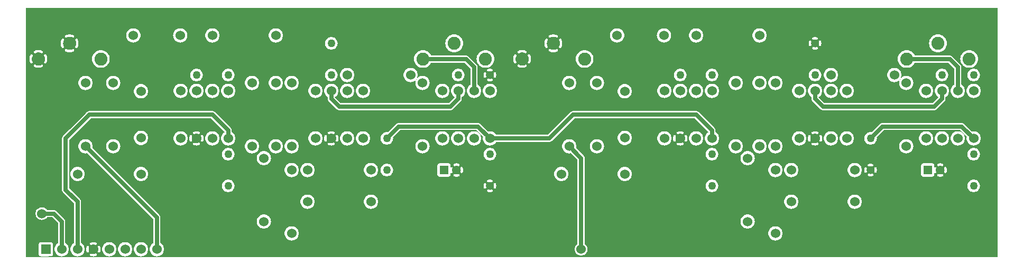
<source format=gbr>
G04 start of page 2 for group 0 idx 0 *
G04 Title: 26.006.00.01.01, component *
G04 Creator: pcb 20100929 *
G04 CreationDate: Thu Jul 13 21:21:48 2017 UTC *
G04 For: bert *
G04 Format: Gerber/RS-274X *
G04 PCB-Dimensions: 620000 162000 *
G04 PCB-Coordinate-Origin: lower left *
%MOIN*%
%FSLAX25Y25*%
%LNFRONT*%
%ADD11C,0.0200*%
%ADD12C,0.0250*%
%ADD13C,0.0820*%
%ADD14C,0.0500*%
%ADD15C,0.0600*%
%ADD16C,0.0540*%
%ADD17C,0.0520*%
%ADD18C,0.0240*%
%ADD19C,0.0400*%
%ADD20C,0.0320*%
G54D11*G36*
X600000Y159500D02*X615000D01*
Y2000D01*
X600000D01*
Y43000D01*
X600626Y43049D01*
X601236Y43196D01*
X601816Y43436D01*
X602351Y43764D01*
X602828Y44172D01*
X603236Y44649D01*
X603564Y45184D01*
X603804Y45764D01*
X603951Y46374D01*
X604000Y47000D01*
X603951Y47626D01*
X603804Y48236D01*
X603564Y48816D01*
X603236Y49351D01*
X602828Y49828D01*
X602351Y50236D01*
X601816Y50564D01*
X601236Y50804D01*
X600626Y50951D01*
X600000Y51000D01*
Y63000D01*
X600626Y63049D01*
X601236Y63196D01*
X601816Y63436D01*
X602351Y63764D01*
X602828Y64172D01*
X603236Y64649D01*
X603564Y65184D01*
X603804Y65764D01*
X603951Y66374D01*
X604000Y67000D01*
X603951Y67626D01*
X603804Y68236D01*
X603564Y68816D01*
X603236Y69351D01*
X602828Y69828D01*
X602351Y70236D01*
X601816Y70564D01*
X601236Y70804D01*
X600626Y70951D01*
X600000Y71000D01*
Y72500D01*
X600704Y72555D01*
X601391Y72720D01*
X602043Y72990D01*
X602645Y73359D01*
X603182Y73818D01*
X603641Y74355D01*
X604010Y74957D01*
X604280Y75609D01*
X604445Y76296D01*
X604500Y77000D01*
X604445Y77704D01*
X604280Y78391D01*
X604010Y79043D01*
X603641Y79645D01*
X603182Y80182D01*
X602645Y80641D01*
X602043Y81010D01*
X601391Y81280D01*
X600704Y81445D01*
X600000Y81500D01*
Y102500D01*
X600704Y102555D01*
X601391Y102720D01*
X602043Y102990D01*
X602645Y103359D01*
X603182Y103818D01*
X603641Y104355D01*
X604010Y104957D01*
X604280Y105609D01*
X604445Y106296D01*
X604500Y107000D01*
X604445Y107704D01*
X604280Y108391D01*
X604010Y109043D01*
X603641Y109645D01*
X603182Y110182D01*
X602645Y110641D01*
X602043Y111010D01*
X601391Y111280D01*
X600704Y111445D01*
X600000Y111500D01*
Y113000D01*
X600626Y113049D01*
X601236Y113196D01*
X601816Y113436D01*
X602351Y113764D01*
X602828Y114172D01*
X603236Y114649D01*
X603564Y115184D01*
X603804Y115764D01*
X603951Y116374D01*
X604000Y117000D01*
X603951Y117626D01*
X603804Y118236D01*
X603564Y118816D01*
X603236Y119351D01*
X602828Y119828D01*
X602351Y120236D01*
X601816Y120564D01*
X601236Y120804D01*
X600626Y120951D01*
X600000Y121000D01*
Y122335D01*
X600477Y122628D01*
X601145Y123198D01*
X601715Y123866D01*
X602175Y124616D01*
X602511Y125428D01*
X602716Y126282D01*
X602785Y127158D01*
X602716Y128034D01*
X602511Y128888D01*
X602175Y129700D01*
X601715Y130450D01*
X601145Y131118D01*
X600477Y131688D01*
X600000Y131981D01*
Y159500D01*
G37*
G36*
Y2000D02*X590000D01*
Y72500D01*
X590704Y72555D01*
X591391Y72720D01*
X592043Y72990D01*
X592645Y73359D01*
X593182Y73818D01*
X593641Y74355D01*
X594010Y74957D01*
X594280Y75609D01*
X594445Y76296D01*
X594500Y77000D01*
X594445Y77704D01*
X594280Y78391D01*
X594010Y79043D01*
X593641Y79645D01*
X593182Y80182D01*
X592645Y80641D01*
X592043Y81010D01*
X591391Y81280D01*
X590704Y81445D01*
X590000Y81500D01*
Y82250D01*
X591569D01*
X595663Y78156D01*
X595555Y77704D01*
X595500Y77000D01*
X595555Y76296D01*
X595720Y75609D01*
X595990Y74957D01*
X596359Y74355D01*
X596818Y73818D01*
X597355Y73359D01*
X597957Y72990D01*
X598609Y72720D01*
X599296Y72555D01*
X600000Y72500D01*
Y71000D01*
X599374Y70951D01*
X598764Y70804D01*
X598184Y70564D01*
X597649Y70236D01*
X597172Y69828D01*
X596764Y69351D01*
X596436Y68816D01*
X596196Y68236D01*
X596049Y67626D01*
X596000Y67000D01*
X596049Y66374D01*
X596196Y65764D01*
X596436Y65184D01*
X596764Y64649D01*
X597172Y64172D01*
X597649Y63764D01*
X598184Y63436D01*
X598764Y63196D01*
X599374Y63049D01*
X600000Y63000D01*
Y51000D01*
X599374Y50951D01*
X598764Y50804D01*
X598184Y50564D01*
X597649Y50236D01*
X597172Y49828D01*
X596764Y49351D01*
X596436Y48816D01*
X596196Y48236D01*
X596049Y47626D01*
X596000Y47000D01*
X596049Y46374D01*
X596196Y45764D01*
X596436Y45184D01*
X596764Y44649D01*
X597172Y44172D01*
X597649Y43764D01*
X598184Y43436D01*
X598764Y43196D01*
X599374Y43049D01*
X600000Y43000D01*
Y2000D01*
G37*
G36*
X590000D02*X582283D01*
Y55079D01*
X582384Y55100D01*
X582495Y55141D01*
X582597Y55199D01*
X582689Y55272D01*
X582769Y55359D01*
X582834Y55457D01*
X582883Y55564D01*
X582993Y55913D01*
X583073Y56271D01*
X583121Y56634D01*
X583137Y57000D01*
X583121Y57367D01*
X583073Y57730D01*
X582993Y58088D01*
X582883Y58437D01*
X582833Y58543D01*
X582768Y58641D01*
X582689Y58728D01*
X582597Y58801D01*
X582495Y58859D01*
X582385Y58900D01*
X582283Y58920D01*
Y73137D01*
X582645Y73359D01*
X583182Y73818D01*
X583641Y74355D01*
X584010Y74957D01*
X584280Y75609D01*
X584445Y76296D01*
X584500Y77000D01*
X584445Y77704D01*
X584280Y78391D01*
X584010Y79043D01*
X583641Y79645D01*
X583182Y80182D01*
X582645Y80641D01*
X582283Y80863D01*
Y82250D01*
X590000D01*
Y81500D01*
X589296Y81445D01*
X588609Y81280D01*
X587957Y81010D01*
X587355Y80641D01*
X586818Y80182D01*
X586359Y79645D01*
X585990Y79043D01*
X585720Y78391D01*
X585555Y77704D01*
X585500Y77000D01*
X585555Y76296D01*
X585720Y75609D01*
X585990Y74957D01*
X586359Y74355D01*
X586818Y73818D01*
X587355Y73359D01*
X587957Y72990D01*
X588609Y72720D01*
X589296Y72555D01*
X590000Y72500D01*
Y2000D01*
G37*
G36*
X582283Y80863D02*X582043Y81010D01*
X581391Y81280D01*
X580704Y81445D01*
X580000Y81500D01*
Y82250D01*
X582283D01*
Y80863D01*
G37*
G36*
Y2000D02*X580000D01*
Y52939D01*
X580024Y52944D01*
X580373Y53054D01*
X580479Y53104D01*
X580577Y53169D01*
X580664Y53248D01*
X580737Y53340D01*
X580795Y53442D01*
X580836Y53552D01*
X580859Y53667D01*
X580865Y53785D01*
X580851Y53902D01*
X580820Y54015D01*
X580771Y54122D01*
X580706Y54220D01*
X580627Y54307D01*
X580535Y54380D01*
X580433Y54438D01*
X580323Y54479D01*
X580208Y54502D01*
X580090Y54508D01*
X580000Y54497D01*
Y59502D01*
X580089Y59492D01*
X580207Y59497D01*
X580322Y59521D01*
X580433Y59562D01*
X580535Y59620D01*
X580627Y59693D01*
X580707Y59780D01*
X580772Y59878D01*
X580821Y59985D01*
X580853Y60098D01*
X580866Y60215D01*
X580861Y60333D01*
X580837Y60448D01*
X580796Y60559D01*
X580738Y60661D01*
X580665Y60753D01*
X580578Y60833D01*
X580480Y60898D01*
X580373Y60947D01*
X580024Y61057D01*
X580000Y61062D01*
Y72500D01*
X580704Y72555D01*
X581391Y72720D01*
X582043Y72990D01*
X582283Y73137D01*
Y58920D01*
X582270Y58923D01*
X582152Y58929D01*
X582035Y58915D01*
X581922Y58884D01*
X581815Y58835D01*
X581717Y58770D01*
X581630Y58691D01*
X581557Y58599D01*
X581499Y58497D01*
X581458Y58387D01*
X581435Y58272D01*
X581429Y58154D01*
X581443Y58037D01*
X581474Y57924D01*
X581544Y57699D01*
X581595Y57469D01*
X581626Y57236D01*
X581637Y57000D01*
X581626Y56765D01*
X581595Y56532D01*
X581544Y56302D01*
X581474Y56077D01*
X581441Y55965D01*
X581428Y55848D01*
X581433Y55730D01*
X581457Y55615D01*
X581498Y55504D01*
X581556Y55402D01*
X581629Y55310D01*
X581716Y55230D01*
X581814Y55165D01*
X581921Y55116D01*
X582034Y55084D01*
X582151Y55071D01*
X582269Y55076D01*
X582283Y55079D01*
Y2000D01*
G37*
G36*
X580000D02*X567750D01*
Y52935D01*
X567899Y52873D01*
X568128Y52818D01*
X568363Y52800D01*
X573998Y52818D01*
X574227Y52873D01*
X574444Y52963D01*
X574645Y53086D01*
X574824Y53239D01*
X574977Y53418D01*
X575100Y53619D01*
X575190Y53836D01*
X575245Y54065D01*
X575263Y54300D01*
X575260Y55213D01*
X575276Y55200D01*
X575378Y55142D01*
X575488Y55101D01*
X575603Y55078D01*
X575721Y55072D01*
X575838Y55086D01*
X575951Y55117D01*
X576058Y55166D01*
X576156Y55231D01*
X576243Y55310D01*
X576316Y55402D01*
X576374Y55504D01*
X576415Y55614D01*
X576438Y55729D01*
X576444Y55847D01*
X576430Y55964D01*
X576399Y56077D01*
X576329Y56302D01*
X576278Y56532D01*
X576247Y56765D01*
X576237Y57001D01*
X576247Y57236D01*
X576278Y57469D01*
X576329Y57699D01*
X576399Y57924D01*
X576432Y58036D01*
X576445Y58153D01*
X576440Y58271D01*
X576416Y58386D01*
X576375Y58497D01*
X576317Y58599D01*
X576244Y58691D01*
X576157Y58771D01*
X576059Y58836D01*
X575952Y58885D01*
X575839Y58917D01*
X575722Y58930D01*
X575604Y58925D01*
X575489Y58901D01*
X575378Y58860D01*
X575276Y58802D01*
X575249Y58780D01*
X575245Y59935D01*
X575190Y60164D01*
X575100Y60381D01*
X574977Y60582D01*
X574824Y60761D01*
X574645Y60914D01*
X574444Y61037D01*
X574227Y61127D01*
X573998Y61182D01*
X573763Y61200D01*
X568128Y61182D01*
X567899Y61127D01*
X567750Y61065D01*
Y73117D01*
X567957Y72990D01*
X568609Y72720D01*
X569296Y72555D01*
X570000Y72500D01*
X570704Y72555D01*
X571391Y72720D01*
X572043Y72990D01*
X572645Y73359D01*
X573182Y73818D01*
X573641Y74355D01*
X574010Y74957D01*
X574280Y75609D01*
X574445Y76296D01*
X574500Y77000D01*
X574445Y77704D01*
X574280Y78391D01*
X574010Y79043D01*
X573641Y79645D01*
X573182Y80182D01*
X572645Y80641D01*
X572043Y81010D01*
X571391Y81280D01*
X570704Y81445D01*
X570000Y81500D01*
X569296Y81445D01*
X568609Y81280D01*
X567957Y81010D01*
X567750Y80883D01*
Y82250D01*
X580000D01*
Y81500D01*
X579296Y81445D01*
X578609Y81280D01*
X577957Y81010D01*
X577355Y80641D01*
X576818Y80182D01*
X576359Y79645D01*
X575990Y79043D01*
X575720Y78391D01*
X575555Y77704D01*
X575500Y77000D01*
X575555Y76296D01*
X575720Y75609D01*
X575990Y74957D01*
X576359Y74355D01*
X576818Y73818D01*
X577355Y73359D01*
X577957Y72990D01*
X578609Y72720D01*
X579296Y72555D01*
X580000Y72500D01*
Y61062D01*
X579666Y61137D01*
X579303Y61185D01*
X578937Y61200D01*
X578570Y61185D01*
X578207Y61137D01*
X577849Y61057D01*
X577500Y60947D01*
X577394Y60897D01*
X577296Y60832D01*
X577209Y60753D01*
X577136Y60661D01*
X577078Y60559D01*
X577037Y60449D01*
X577014Y60334D01*
X577008Y60216D01*
X577022Y60099D01*
X577053Y59986D01*
X577102Y59879D01*
X577167Y59781D01*
X577246Y59694D01*
X577338Y59621D01*
X577440Y59563D01*
X577550Y59522D01*
X577665Y59499D01*
X577783Y59493D01*
X577900Y59507D01*
X578013Y59538D01*
X578238Y59608D01*
X578468Y59659D01*
X578701Y59690D01*
X578937Y59700D01*
X579172Y59690D01*
X579405Y59659D01*
X579635Y59608D01*
X579860Y59538D01*
X579972Y59505D01*
X580000Y59502D01*
Y54497D01*
X579973Y54494D01*
X579860Y54463D01*
X579635Y54393D01*
X579405Y54342D01*
X579172Y54311D01*
X578936Y54300D01*
X578701Y54311D01*
X578468Y54342D01*
X578238Y54393D01*
X578013Y54463D01*
X577901Y54496D01*
X577784Y54509D01*
X577666Y54504D01*
X577551Y54480D01*
X577440Y54439D01*
X577338Y54381D01*
X577246Y54308D01*
X577166Y54221D01*
X577101Y54123D01*
X577052Y54016D01*
X577020Y53903D01*
X577007Y53786D01*
X577012Y53668D01*
X577036Y53553D01*
X577077Y53442D01*
X577135Y53340D01*
X577208Y53248D01*
X577295Y53168D01*
X577393Y53103D01*
X577500Y53054D01*
X577849Y52944D01*
X578207Y52864D01*
X578570Y52816D01*
X578936Y52800D01*
X579303Y52816D01*
X579666Y52864D01*
X580000Y52939D01*
Y2000D01*
G37*
G36*
Y159500D02*X600000D01*
Y131981D01*
X599727Y132148D01*
X598915Y132484D01*
X598061Y132689D01*
X597185Y132758D01*
X596309Y132689D01*
X595455Y132484D01*
X594643Y132148D01*
X593893Y131688D01*
X593225Y131118D01*
X592655Y130450D01*
X592195Y129700D01*
X591859Y128888D01*
X591654Y128034D01*
X591585Y127158D01*
X591654Y126282D01*
X591859Y125428D01*
X592195Y124616D01*
X592655Y123866D01*
X593225Y123198D01*
X593893Y122628D01*
X594643Y122168D01*
X595455Y121832D01*
X596309Y121627D01*
X597185Y121558D01*
X598061Y121627D01*
X598915Y121832D01*
X599727Y122168D01*
X600000Y122335D01*
Y121000D01*
X599374Y120951D01*
X598764Y120804D01*
X598184Y120564D01*
X597649Y120236D01*
X597172Y119828D01*
X596764Y119351D01*
X596436Y118816D01*
X596196Y118236D01*
X596049Y117626D01*
X596000Y117000D01*
X596049Y116374D01*
X596196Y115764D01*
X596436Y115184D01*
X596764Y114649D01*
X597172Y114172D01*
X597649Y113764D01*
X598184Y113436D01*
X598764Y113196D01*
X599374Y113049D01*
X600000Y113000D01*
Y111500D01*
X599296Y111445D01*
X598609Y111280D01*
X597957Y111010D01*
X597355Y110641D01*
X596818Y110182D01*
X596359Y109645D01*
X595990Y109043D01*
X595720Y108391D01*
X595555Y107704D01*
X595500Y107000D01*
X595555Y106296D01*
X595720Y105609D01*
X595990Y104957D01*
X596359Y104355D01*
X596818Y103818D01*
X597355Y103359D01*
X597957Y102990D01*
X598609Y102720D01*
X599296Y102555D01*
X600000Y102500D01*
Y81500D01*
X599296Y81445D01*
X598844Y81337D01*
X594097Y86084D01*
X594091Y86091D01*
X593823Y86320D01*
X593521Y86505D01*
X593195Y86640D01*
X592935Y86702D01*
X592853Y86722D01*
X592825Y86724D01*
X592500Y86750D01*
X580000D01*
Y98820D01*
X581577Y100397D01*
X581591Y100409D01*
X581820Y100677D01*
X582005Y100979D01*
X582140Y101305D01*
X582222Y101648D01*
X582250Y102000D01*
Y103117D01*
X582645Y103359D01*
X583182Y103818D01*
X583641Y104355D01*
X584010Y104957D01*
X584280Y105609D01*
X584445Y106296D01*
X584500Y107000D01*
X584445Y107704D01*
X584280Y108391D01*
X584010Y109043D01*
X583641Y109645D01*
X583182Y110182D01*
X582645Y110641D01*
X582043Y111010D01*
X581391Y111280D01*
X580704Y111445D01*
X580000Y111500D01*
Y113000D01*
X580626Y113049D01*
X581236Y113196D01*
X581816Y113436D01*
X582351Y113764D01*
X582828Y114172D01*
X583236Y114649D01*
X583564Y115184D01*
X583804Y115764D01*
X583951Y116374D01*
X584000Y117000D01*
X583951Y117626D01*
X583804Y118236D01*
X583564Y118816D01*
X583236Y119351D01*
X582828Y119828D01*
X582351Y120236D01*
X581816Y120564D01*
X581236Y120804D01*
X580626Y120951D01*
X580000Y121000D01*
Y124750D01*
X584069D01*
X587750Y121069D01*
Y110883D01*
X587355Y110641D01*
X586818Y110182D01*
X586359Y109645D01*
X585990Y109043D01*
X585720Y108391D01*
X585555Y107704D01*
X585500Y107000D01*
X585555Y106296D01*
X585720Y105609D01*
X585990Y104957D01*
X586359Y104355D01*
X586818Y103818D01*
X587355Y103359D01*
X587957Y102990D01*
X588609Y102720D01*
X589296Y102555D01*
X590000Y102500D01*
X590704Y102555D01*
X591391Y102720D01*
X592043Y102990D01*
X592645Y103359D01*
X593182Y103818D01*
X593641Y104355D01*
X594010Y104957D01*
X594280Y105609D01*
X594445Y106296D01*
X594500Y107000D01*
X594445Y107704D01*
X594280Y108391D01*
X594010Y109043D01*
X593641Y109645D01*
X593182Y110182D01*
X592645Y110641D01*
X592250Y110883D01*
Y122000D01*
X592224Y122325D01*
X592222Y122353D01*
X592202Y122435D01*
X592140Y122695D01*
X592005Y123021D01*
X591820Y123323D01*
X591591Y123591D01*
X591584Y123597D01*
X586597Y128584D01*
X586591Y128591D01*
X586323Y128820D01*
X586021Y129005D01*
X585695Y129140D01*
X585435Y129202D01*
X585353Y129222D01*
X585325Y129224D01*
X585000Y129250D01*
X580000D01*
Y131993D01*
X580042Y132010D01*
X580792Y132470D01*
X581460Y133040D01*
X582030Y133708D01*
X582490Y134458D01*
X582826Y135270D01*
X583031Y136124D01*
X583100Y137000D01*
X583031Y137876D01*
X582826Y138730D01*
X582490Y139542D01*
X582030Y140292D01*
X581460Y140960D01*
X580792Y141530D01*
X580042Y141990D01*
X580000Y142007D01*
Y159500D01*
G37*
G36*
Y111500D02*X579296Y111445D01*
X578609Y111280D01*
X577957Y111010D01*
X577355Y110641D01*
X576818Y110182D01*
X576359Y109645D01*
X575990Y109043D01*
X575720Y108391D01*
X575555Y107704D01*
X575500Y107000D01*
X575555Y106296D01*
X575720Y105609D01*
X575990Y104957D01*
X576359Y104355D01*
X576818Y103818D01*
X577355Y103359D01*
X577750Y103117D01*
Y102932D01*
X574068Y99250D01*
X567750D01*
Y103117D01*
X567957Y102990D01*
X568609Y102720D01*
X569296Y102555D01*
X570000Y102500D01*
X570704Y102555D01*
X571391Y102720D01*
X572043Y102990D01*
X572645Y103359D01*
X573182Y103818D01*
X573641Y104355D01*
X574010Y104957D01*
X574280Y105609D01*
X574445Y106296D01*
X574500Y107000D01*
X574445Y107704D01*
X574280Y108391D01*
X574010Y109043D01*
X573641Y109645D01*
X573182Y110182D01*
X572645Y110641D01*
X572043Y111010D01*
X571391Y111280D01*
X570704Y111445D01*
X570000Y111500D01*
X569296Y111445D01*
X568609Y111280D01*
X567957Y111010D01*
X567750Y110883D01*
Y124750D01*
X580000D01*
Y121000D01*
X579374Y120951D01*
X578764Y120804D01*
X578184Y120564D01*
X577649Y120236D01*
X577172Y119828D01*
X576764Y119351D01*
X576436Y118816D01*
X576196Y118236D01*
X576049Y117626D01*
X576000Y117000D01*
X576049Y116374D01*
X576196Y115764D01*
X576436Y115184D01*
X576764Y114649D01*
X577172Y114172D01*
X577649Y113764D01*
X578184Y113436D01*
X578764Y113196D01*
X579374Y113049D01*
X580000Y113000D01*
Y111500D01*
G37*
G36*
Y86750D02*X567750D01*
Y94750D01*
X575000D01*
X575352Y94778D01*
X575695Y94860D01*
X576021Y94995D01*
X576323Y95180D01*
X576591Y95409D01*
X576603Y95423D01*
X580000Y98820D01*
Y86750D01*
G37*
G36*
X567750Y159500D02*X580000D01*
Y142007D01*
X579230Y142326D01*
X578376Y142531D01*
X577500Y142600D01*
X576624Y142531D01*
X575770Y142326D01*
X574958Y141990D01*
X574208Y141530D01*
X573540Y140960D01*
X572970Y140292D01*
X572510Y139542D01*
X572174Y138730D01*
X571969Y137876D01*
X571900Y137000D01*
X571969Y136124D01*
X572174Y135270D01*
X572510Y134458D01*
X572970Y133708D01*
X573540Y133040D01*
X574208Y132470D01*
X574958Y132010D01*
X575770Y131674D01*
X576624Y131469D01*
X577500Y131400D01*
X578376Y131469D01*
X579230Y131674D01*
X580000Y131993D01*
Y129250D01*
X567750D01*
Y159500D01*
G37*
G36*
X531840Y94750D02*X567750D01*
Y86750D01*
X542500D01*
X542148Y86722D01*
X541805Y86640D01*
X541479Y86505D01*
X541177Y86320D01*
X540909Y86091D01*
X535741Y80923D01*
X535626Y80951D01*
X535000Y81000D01*
X534374Y80951D01*
X533764Y80804D01*
X533184Y80564D01*
X532649Y80236D01*
X532172Y79828D01*
X531840Y79440D01*
Y94750D01*
G37*
G36*
X567750Y2000D02*X557500D01*
Y67500D01*
X558204Y67555D01*
X558891Y67720D01*
X559543Y67990D01*
X560145Y68359D01*
X560682Y68818D01*
X561141Y69355D01*
X561510Y69957D01*
X561780Y70609D01*
X561945Y71296D01*
X562000Y72000D01*
X561945Y72704D01*
X561780Y73391D01*
X561510Y74043D01*
X561141Y74645D01*
X560682Y75182D01*
X560145Y75641D01*
X559543Y76010D01*
X558891Y76280D01*
X558204Y76445D01*
X557500Y76500D01*
Y82250D01*
X567750D01*
Y80883D01*
X567355Y80641D01*
X566818Y80182D01*
X566359Y79645D01*
X565990Y79043D01*
X565720Y78391D01*
X565555Y77704D01*
X565500Y77000D01*
X565555Y76296D01*
X565720Y75609D01*
X565990Y74957D01*
X566359Y74355D01*
X566818Y73818D01*
X567355Y73359D01*
X567750Y73117D01*
Y61065D01*
X567682Y61037D01*
X567481Y60914D01*
X567302Y60761D01*
X567149Y60582D01*
X567026Y60381D01*
X566936Y60164D01*
X566881Y59935D01*
X566863Y59700D01*
X566881Y54065D01*
X566936Y53836D01*
X567026Y53619D01*
X567149Y53418D01*
X567302Y53239D01*
X567481Y53086D01*
X567682Y52963D01*
X567750Y52935D01*
Y2000D01*
G37*
G36*
X557500D02*X538160D01*
Y55250D01*
X538207Y55254D01*
X538322Y55282D01*
X538431Y55327D01*
X538531Y55389D01*
X538621Y55465D01*
X538697Y55555D01*
X538759Y55655D01*
X538804Y55764D01*
X538901Y56120D01*
X538966Y56483D01*
X538997Y56851D01*
X538993Y57220D01*
X538956Y57587D01*
X538885Y57949D01*
X538782Y58303D01*
X538734Y58412D01*
X538671Y58511D01*
X538592Y58599D01*
X538502Y58674D01*
X538400Y58734D01*
X538291Y58777D01*
X538176Y58802D01*
X538160Y58803D01*
Y74560D01*
X538236Y74649D01*
X538564Y75184D01*
X538804Y75764D01*
X538951Y76374D01*
X539000Y77000D01*
X538951Y77626D01*
X538923Y77743D01*
X543430Y82250D01*
X557500D01*
Y76500D01*
X556796Y76445D01*
X556109Y76280D01*
X555457Y76010D01*
X554855Y75641D01*
X554318Y75182D01*
X553859Y74645D01*
X553490Y74043D01*
X553220Y73391D01*
X553055Y72704D01*
X553000Y72000D01*
X553055Y71296D01*
X553220Y70609D01*
X553490Y69957D01*
X553859Y69355D01*
X554318Y68818D01*
X554855Y68359D01*
X555457Y67990D01*
X556109Y67720D01*
X556796Y67555D01*
X557500Y67500D01*
Y2000D01*
G37*
G36*
X538160D02*X534973D01*
Y53004D01*
X535219Y53007D01*
X535586Y53044D01*
X535948Y53115D01*
X536302Y53218D01*
X536411Y53266D01*
X536510Y53329D01*
X536598Y53408D01*
X536673Y53498D01*
X536733Y53600D01*
X536776Y53709D01*
X536801Y53824D01*
X536808Y53942D01*
X536797Y54059D01*
X536767Y54173D01*
X536720Y54281D01*
X536657Y54380D01*
X536578Y54468D01*
X536488Y54543D01*
X536386Y54603D01*
X536277Y54646D01*
X536162Y54671D01*
X536044Y54678D01*
X535927Y54667D01*
X535813Y54637D01*
X535592Y54572D01*
X535366Y54528D01*
X535137Y54504D01*
X534973Y54503D01*
Y59498D01*
X535093Y59499D01*
X535323Y59480D01*
X535550Y59439D01*
X535772Y59378D01*
X535887Y59349D01*
X536004Y59340D01*
X536121Y59349D01*
X536236Y59377D01*
X536345Y59422D01*
X536445Y59484D01*
X536535Y59560D01*
X536611Y59650D01*
X536673Y59750D01*
X536718Y59859D01*
X536746Y59974D01*
X536755Y60091D01*
X536746Y60208D01*
X536718Y60323D01*
X536673Y60432D01*
X536611Y60532D01*
X536535Y60622D01*
X536445Y60698D01*
X536345Y60760D01*
X536236Y60805D01*
X535880Y60902D01*
X535517Y60967D01*
X535149Y60998D01*
X534973Y60996D01*
Y73002D01*
X535000Y73000D01*
X535626Y73049D01*
X536236Y73196D01*
X536816Y73436D01*
X537351Y73764D01*
X537828Y74172D01*
X538160Y74560D01*
Y58803D01*
X538058Y58809D01*
X537941Y58798D01*
X537827Y58768D01*
X537719Y58721D01*
X537620Y58658D01*
X537532Y58579D01*
X537457Y58489D01*
X537397Y58387D01*
X537354Y58278D01*
X537329Y58163D01*
X537322Y58045D01*
X537333Y57928D01*
X537363Y57814D01*
X537428Y57593D01*
X537472Y57367D01*
X537496Y57138D01*
X537498Y56907D01*
X537479Y56677D01*
X537438Y56450D01*
X537377Y56228D01*
X537348Y56113D01*
X537339Y55996D01*
X537348Y55879D01*
X537376Y55764D01*
X537421Y55655D01*
X537483Y55555D01*
X537559Y55465D01*
X537649Y55389D01*
X537749Y55327D01*
X537858Y55282D01*
X537973Y55254D01*
X538090Y55245D01*
X538160Y55250D01*
Y2000D01*
G37*
G36*
X534973D02*X531840D01*
Y55198D01*
X531941Y55192D01*
X532058Y55203D01*
X532172Y55233D01*
X532280Y55280D01*
X532379Y55343D01*
X532467Y55422D01*
X532542Y55512D01*
X532602Y55614D01*
X532645Y55723D01*
X532670Y55838D01*
X532677Y55956D01*
X532666Y56073D01*
X532636Y56187D01*
X532571Y56408D01*
X532527Y56634D01*
X532503Y56863D01*
X532501Y57094D01*
X532520Y57324D01*
X532561Y57551D01*
X532622Y57773D01*
X532651Y57888D01*
X532660Y58005D01*
X532651Y58122D01*
X532623Y58237D01*
X532578Y58346D01*
X532516Y58446D01*
X532440Y58536D01*
X532350Y58612D01*
X532250Y58674D01*
X532141Y58719D01*
X532026Y58747D01*
X531909Y58756D01*
X531840Y58751D01*
Y74560D01*
X532172Y74172D01*
X532649Y73764D01*
X533184Y73436D01*
X533764Y73196D01*
X534374Y73049D01*
X534973Y73002D01*
Y60996D01*
X534780Y60994D01*
X534413Y60957D01*
X534051Y60886D01*
X533697Y60783D01*
X533588Y60735D01*
X533489Y60672D01*
X533401Y60593D01*
X533326Y60503D01*
X533266Y60401D01*
X533223Y60292D01*
X533198Y60177D01*
X533191Y60059D01*
X533202Y59942D01*
X533232Y59828D01*
X533279Y59720D01*
X533342Y59621D01*
X533421Y59533D01*
X533511Y59458D01*
X533613Y59398D01*
X533722Y59355D01*
X533837Y59330D01*
X533955Y59323D01*
X534072Y59334D01*
X534186Y59364D01*
X534407Y59429D01*
X534633Y59473D01*
X534862Y59497D01*
X534973Y59498D01*
Y54503D01*
X534906Y54502D01*
X534676Y54521D01*
X534449Y54562D01*
X534227Y54623D01*
X534112Y54652D01*
X533995Y54661D01*
X533878Y54652D01*
X533763Y54624D01*
X533654Y54579D01*
X533554Y54517D01*
X533464Y54441D01*
X533388Y54351D01*
X533326Y54251D01*
X533281Y54142D01*
X533253Y54027D01*
X533244Y53910D01*
X533253Y53793D01*
X533281Y53678D01*
X533326Y53569D01*
X533388Y53469D01*
X533464Y53379D01*
X533554Y53303D01*
X533654Y53241D01*
X533763Y53196D01*
X534119Y53099D01*
X534482Y53034D01*
X534850Y53003D01*
X534973Y53004D01*
Y2000D01*
G37*
G36*
X531840D02*X525000D01*
Y32500D01*
X525704Y32555D01*
X526391Y32720D01*
X527043Y32990D01*
X527645Y33359D01*
X528182Y33818D01*
X528641Y34355D01*
X529010Y34957D01*
X529280Y35609D01*
X529445Y36296D01*
X529500Y37000D01*
X529445Y37704D01*
X529280Y38391D01*
X529010Y39043D01*
X528641Y39645D01*
X528182Y40182D01*
X527645Y40641D01*
X527043Y41010D01*
X526391Y41280D01*
X525704Y41445D01*
X525000Y41500D01*
Y52500D01*
X525704Y52555D01*
X526391Y52720D01*
X527043Y52990D01*
X527645Y53359D01*
X528182Y53818D01*
X528641Y54355D01*
X529010Y54957D01*
X529280Y55609D01*
X529445Y56296D01*
X529500Y57000D01*
X529445Y57704D01*
X529280Y58391D01*
X529010Y59043D01*
X528641Y59645D01*
X528182Y60182D01*
X527645Y60641D01*
X527043Y61010D01*
X526391Y61280D01*
X525704Y61445D01*
X525000Y61500D01*
Y94750D01*
X531840D01*
Y79440D01*
X531764Y79351D01*
X531436Y78816D01*
X531196Y78236D01*
X531049Y77626D01*
X531000Y77000D01*
X531049Y76374D01*
X531196Y75764D01*
X531436Y75184D01*
X531764Y74649D01*
X531840Y74560D01*
Y58751D01*
X531792Y58747D01*
X531677Y58719D01*
X531568Y58674D01*
X531468Y58612D01*
X531378Y58536D01*
X531302Y58446D01*
X531240Y58346D01*
X531195Y58237D01*
X531098Y57881D01*
X531033Y57518D01*
X531002Y57150D01*
X531006Y56781D01*
X531043Y56414D01*
X531114Y56052D01*
X531217Y55698D01*
X531265Y55589D01*
X531328Y55490D01*
X531407Y55402D01*
X531497Y55327D01*
X531599Y55267D01*
X531708Y55224D01*
X531823Y55199D01*
X531840Y55198D01*
Y2000D01*
G37*
G36*
X525000D02*X520000D01*
Y72500D01*
X520704Y72555D01*
X521391Y72720D01*
X522043Y72990D01*
X522645Y73359D01*
X523182Y73818D01*
X523641Y74355D01*
X524010Y74957D01*
X524280Y75609D01*
X524445Y76296D01*
X524500Y77000D01*
X524445Y77704D01*
X524280Y78391D01*
X524010Y79043D01*
X523641Y79645D01*
X523182Y80182D01*
X522645Y80641D01*
X522043Y81010D01*
X521391Y81280D01*
X520704Y81445D01*
X520000Y81500D01*
Y94750D01*
X525000D01*
Y61500D01*
X524296Y61445D01*
X523609Y61280D01*
X522957Y61010D01*
X522355Y60641D01*
X521818Y60182D01*
X521359Y59645D01*
X520990Y59043D01*
X520720Y58391D01*
X520555Y57704D01*
X520500Y57000D01*
X520555Y56296D01*
X520720Y55609D01*
X520990Y54957D01*
X521359Y54355D01*
X521818Y53818D01*
X522355Y53359D01*
X522957Y52990D01*
X523609Y52720D01*
X524296Y52555D01*
X525000Y52500D01*
Y41500D01*
X524296Y41445D01*
X523609Y41280D01*
X522957Y41010D01*
X522355Y40641D01*
X521818Y40182D01*
X521359Y39645D01*
X520990Y39043D01*
X520720Y38391D01*
X520555Y37704D01*
X520500Y37000D01*
X520555Y36296D01*
X520720Y35609D01*
X520990Y34957D01*
X521359Y34355D01*
X521818Y33818D01*
X522355Y33359D01*
X522957Y32990D01*
X523609Y32720D01*
X524296Y32555D01*
X525000Y32500D01*
Y2000D01*
G37*
G36*
X520000D02*X510000D01*
Y72500D01*
X510704Y72555D01*
X511391Y72720D01*
X512043Y72990D01*
X512645Y73359D01*
X513182Y73818D01*
X513641Y74355D01*
X514010Y74957D01*
X514280Y75609D01*
X514445Y76296D01*
X514500Y77000D01*
X514445Y77704D01*
X514280Y78391D01*
X514010Y79043D01*
X513641Y79645D01*
X513182Y80182D01*
X512645Y80641D01*
X512043Y81010D01*
X511391Y81280D01*
X510704Y81445D01*
X510000Y81500D01*
Y94750D01*
X520000D01*
Y81500D01*
X519296Y81445D01*
X518609Y81280D01*
X517957Y81010D01*
X517355Y80641D01*
X516818Y80182D01*
X516359Y79645D01*
X515990Y79043D01*
X515720Y78391D01*
X515555Y77704D01*
X515500Y77000D01*
X515555Y76296D01*
X515720Y75609D01*
X515990Y74957D01*
X516359Y74355D01*
X516818Y73818D01*
X517355Y73359D01*
X517957Y72990D01*
X518609Y72720D01*
X519296Y72555D01*
X520000Y72500D01*
Y2000D01*
G37*
G36*
X557500Y121583D02*X557815Y121558D01*
X558691Y121627D01*
X559545Y121832D01*
X560357Y122168D01*
X561107Y122628D01*
X561775Y123198D01*
X562345Y123866D01*
X562805Y124616D01*
X562860Y124750D01*
X567750D01*
Y110883D01*
X567355Y110641D01*
X566818Y110182D01*
X566359Y109645D01*
X565990Y109043D01*
X565720Y108391D01*
X565555Y107704D01*
X565500Y107000D01*
X565555Y106296D01*
X565720Y105609D01*
X565990Y104957D01*
X566359Y104355D01*
X566818Y103818D01*
X567355Y103359D01*
X567750Y103117D01*
Y99250D01*
X557500D01*
Y107500D01*
X558204Y107555D01*
X558891Y107720D01*
X559543Y107990D01*
X560145Y108359D01*
X560682Y108818D01*
X561141Y109355D01*
X561510Y109957D01*
X561780Y110609D01*
X561945Y111296D01*
X562000Y112000D01*
X561945Y112704D01*
X561780Y113391D01*
X561510Y114043D01*
X561141Y114645D01*
X560682Y115182D01*
X560145Y115641D01*
X559543Y116010D01*
X558891Y116280D01*
X558204Y116445D01*
X557500Y116500D01*
Y121583D01*
G37*
G36*
Y159500D02*X567750D01*
Y129250D01*
X562991D01*
X562805Y129700D01*
X562345Y130450D01*
X561775Y131118D01*
X561107Y131688D01*
X560357Y132148D01*
X559545Y132484D01*
X558691Y132689D01*
X557815Y132758D01*
X557500Y132733D01*
Y159500D01*
G37*
G36*
X550000D02*X557500D01*
Y132733D01*
X556939Y132689D01*
X556085Y132484D01*
X555273Y132148D01*
X554523Y131688D01*
X553855Y131118D01*
X553285Y130450D01*
X552825Y129700D01*
X552489Y128888D01*
X552284Y128034D01*
X552215Y127158D01*
X552284Y126282D01*
X552489Y125428D01*
X552825Y124616D01*
X553285Y123866D01*
X553855Y123198D01*
X554523Y122628D01*
X555273Y122168D01*
X556085Y121832D01*
X556939Y121627D01*
X557500Y121583D01*
Y116500D01*
X556796Y116445D01*
X556109Y116280D01*
X555457Y116010D01*
X554855Y115641D01*
X554318Y115182D01*
X553859Y114645D01*
X553490Y114043D01*
X553220Y113391D01*
X553055Y112704D01*
X553000Y112000D01*
X553055Y111296D01*
X553220Y110609D01*
X553490Y109957D01*
X553859Y109355D01*
X554318Y108818D01*
X554855Y108359D01*
X555457Y107990D01*
X556109Y107720D01*
X556796Y107555D01*
X557500Y107500D01*
Y99250D01*
X550000D01*
Y112500D01*
X550704Y112555D01*
X551391Y112720D01*
X552043Y112990D01*
X552645Y113359D01*
X553182Y113818D01*
X553641Y114355D01*
X554010Y114957D01*
X554280Y115609D01*
X554445Y116296D01*
X554500Y117000D01*
X554445Y117704D01*
X554280Y118391D01*
X554010Y119043D01*
X553641Y119645D01*
X553182Y120182D01*
X552645Y120641D01*
X552043Y121010D01*
X551391Y121280D01*
X550704Y121445D01*
X550000Y121500D01*
Y159500D01*
G37*
G36*
X520000D02*X550000D01*
Y121500D01*
X549296Y121445D01*
X548609Y121280D01*
X547957Y121010D01*
X547355Y120641D01*
X546818Y120182D01*
X546359Y119645D01*
X545990Y119043D01*
X545720Y118391D01*
X545555Y117704D01*
X545500Y117000D01*
X545555Y116296D01*
X545720Y115609D01*
X545990Y114957D01*
X546359Y114355D01*
X546818Y113818D01*
X547355Y113359D01*
X547957Y112990D01*
X548609Y112720D01*
X549296Y112555D01*
X550000Y112500D01*
Y99250D01*
X520000D01*
Y102500D01*
X520704Y102555D01*
X521391Y102720D01*
X522043Y102990D01*
X522645Y103359D01*
X523182Y103818D01*
X523641Y104355D01*
X524010Y104957D01*
X524280Y105609D01*
X524445Y106296D01*
X524500Y107000D01*
X524445Y107704D01*
X524280Y108391D01*
X524010Y109043D01*
X523641Y109645D01*
X523182Y110182D01*
X522645Y110641D01*
X522043Y111010D01*
X521391Y111280D01*
X520704Y111445D01*
X520000Y111500D01*
Y159500D01*
G37*
G36*
X510000D02*X520000D01*
Y111500D01*
X519296Y111445D01*
X518609Y111280D01*
X517957Y111010D01*
X517355Y110641D01*
X516818Y110182D01*
X516359Y109645D01*
X515990Y109043D01*
X515720Y108391D01*
X515555Y107704D01*
X515500Y107000D01*
X515555Y106296D01*
X515720Y105609D01*
X515990Y104957D01*
X516359Y104355D01*
X516818Y103818D01*
X517355Y103359D01*
X517957Y102990D01*
X518609Y102720D01*
X519296Y102555D01*
X520000Y102500D01*
Y99250D01*
X510000D01*
Y102500D01*
X510704Y102555D01*
X511391Y102720D01*
X512043Y102990D01*
X512645Y103359D01*
X513182Y103818D01*
X513641Y104355D01*
X514010Y104957D01*
X514280Y105609D01*
X514445Y106296D01*
X514500Y107000D01*
X514445Y107704D01*
X514280Y108391D01*
X514010Y109043D01*
X513641Y109645D01*
X513182Y110182D01*
X512645Y110641D01*
X512043Y111010D01*
X511391Y111280D01*
X510704Y111445D01*
X510000Y111500D01*
Y112500D01*
X510704Y112555D01*
X511391Y112720D01*
X512043Y112990D01*
X512645Y113359D01*
X513182Y113818D01*
X513641Y114355D01*
X514010Y114957D01*
X514280Y115609D01*
X514445Y116296D01*
X514500Y117000D01*
X514445Y117704D01*
X514280Y118391D01*
X514010Y119043D01*
X513641Y119645D01*
X513182Y120182D01*
X512645Y120641D01*
X512043Y121010D01*
X511391Y121280D01*
X510704Y121445D01*
X510000Y121500D01*
Y159500D01*
G37*
G36*
X503614Y95234D02*X503677Y95180D01*
X503979Y94995D01*
X504305Y94860D01*
X504648Y94778D01*
X505000Y94750D01*
X510000D01*
Y81500D01*
X509296Y81445D01*
X508609Y81280D01*
X507957Y81010D01*
X507355Y80641D01*
X506818Y80182D01*
X506359Y79645D01*
X505990Y79043D01*
X505720Y78391D01*
X505555Y77704D01*
X505500Y77000D01*
X505555Y76296D01*
X505720Y75609D01*
X505990Y74957D01*
X506359Y74355D01*
X506818Y73818D01*
X507355Y73359D01*
X507957Y72990D01*
X508609Y72720D01*
X509296Y72555D01*
X510000Y72500D01*
Y2000D01*
X503614D01*
Y74860D01*
X503658Y74868D01*
X503769Y74905D01*
X503874Y74960D01*
X503969Y75030D01*
X504051Y75114D01*
X504119Y75210D01*
X504172Y75315D01*
X504314Y75722D01*
X504417Y76142D01*
X504479Y76569D01*
X504500Y77000D01*
X504479Y77432D01*
X504417Y77859D01*
X504314Y78279D01*
X504172Y78686D01*
X504118Y78791D01*
X504050Y78887D01*
X503968Y78971D01*
X503873Y79041D01*
X503769Y79095D01*
X503657Y79132D01*
X503614Y79139D01*
Y95234D01*
G37*
G36*
X500000Y98819D02*X503403Y95416D01*
X503409Y95409D01*
X503614Y95234D01*
Y79139D01*
X503541Y79152D01*
X503424Y79153D01*
X503307Y79135D01*
X503195Y79100D01*
X503090Y79047D01*
X502994Y78979D01*
X502910Y78897D01*
X502840Y78802D01*
X502786Y78698D01*
X502749Y78586D01*
X502729Y78470D01*
X502728Y78353D01*
X502746Y78236D01*
X502781Y78124D01*
X502876Y77853D01*
X502944Y77573D01*
X502986Y77288D01*
X503000Y77000D01*
X502986Y76713D01*
X502944Y76428D01*
X502876Y76148D01*
X502781Y75877D01*
X502745Y75765D01*
X502727Y75648D01*
X502728Y75530D01*
X502748Y75414D01*
X502785Y75303D01*
X502840Y75198D01*
X502910Y75103D01*
X502994Y75021D01*
X503090Y74953D01*
X503195Y74900D01*
X503307Y74865D01*
X503424Y74847D01*
X503542Y74848D01*
X503614Y74860D01*
Y2000D01*
X500000D01*
Y72500D01*
X500431Y72521D01*
X500858Y72583D01*
X501278Y72686D01*
X501685Y72828D01*
X501790Y72882D01*
X501886Y72950D01*
X501970Y73032D01*
X502040Y73127D01*
X502094Y73231D01*
X502131Y73343D01*
X502151Y73459D01*
X502152Y73576D01*
X502134Y73693D01*
X502099Y73805D01*
X502046Y73910D01*
X501978Y74006D01*
X501896Y74090D01*
X501801Y74160D01*
X501697Y74214D01*
X501585Y74251D01*
X501469Y74271D01*
X501352Y74272D01*
X501235Y74254D01*
X501123Y74219D01*
X500852Y74124D01*
X500572Y74056D01*
X500287Y74014D01*
X500000Y74000D01*
Y80000D01*
X500287Y79987D01*
X500572Y79945D01*
X500852Y79877D01*
X501123Y79782D01*
X501235Y79746D01*
X501352Y79728D01*
X501470Y79729D01*
X501586Y79749D01*
X501697Y79786D01*
X501802Y79841D01*
X501897Y79911D01*
X501979Y79995D01*
X502047Y80091D01*
X502100Y80196D01*
X502135Y80308D01*
X502153Y80425D01*
X502152Y80543D01*
X502132Y80659D01*
X502095Y80770D01*
X502040Y80875D01*
X501970Y80970D01*
X501886Y81052D01*
X501790Y81120D01*
X501685Y81173D01*
X501278Y81315D01*
X500858Y81418D01*
X500431Y81480D01*
X500000Y81500D01*
Y98819D01*
G37*
G36*
X503160Y159500D02*X510000D01*
Y121500D01*
X509296Y121445D01*
X508609Y121280D01*
X507957Y121010D01*
X507355Y120641D01*
X506818Y120182D01*
X506359Y119645D01*
X505990Y119043D01*
X505720Y118391D01*
X505555Y117704D01*
X505500Y117000D01*
X505555Y116296D01*
X505720Y115609D01*
X505990Y114957D01*
X506359Y114355D01*
X506818Y113818D01*
X507355Y113359D01*
X507957Y112990D01*
X508609Y112720D01*
X509296Y112555D01*
X510000Y112500D01*
Y111500D01*
X509296Y111445D01*
X508609Y111280D01*
X507957Y111010D01*
X507355Y110641D01*
X506818Y110182D01*
X506359Y109645D01*
X505990Y109043D01*
X505720Y108391D01*
X505555Y107704D01*
X505500Y107000D01*
X505555Y106296D01*
X505720Y105609D01*
X505990Y104957D01*
X506359Y104355D01*
X506818Y103818D01*
X507355Y103359D01*
X507957Y102990D01*
X508609Y102720D01*
X509296Y102555D01*
X510000Y102500D01*
Y99250D01*
X505931D01*
X503160Y102021D01*
Y103799D01*
X503182Y103818D01*
X503641Y104355D01*
X504010Y104957D01*
X504280Y105609D01*
X504445Y106296D01*
X504500Y107000D01*
X504445Y107704D01*
X504280Y108391D01*
X504010Y109043D01*
X503641Y109645D01*
X503182Y110182D01*
X503160Y110201D01*
Y114560D01*
X503236Y114649D01*
X503564Y115184D01*
X503804Y115764D01*
X503951Y116374D01*
X504000Y117000D01*
X503951Y117626D01*
X503804Y118236D01*
X503564Y118816D01*
X503236Y119351D01*
X503160Y119440D01*
Y135250D01*
X503207Y135254D01*
X503322Y135282D01*
X503431Y135327D01*
X503531Y135389D01*
X503621Y135465D01*
X503697Y135555D01*
X503759Y135655D01*
X503804Y135764D01*
X503901Y136120D01*
X503966Y136483D01*
X503997Y136851D01*
X503993Y137220D01*
X503956Y137587D01*
X503885Y137949D01*
X503782Y138303D01*
X503734Y138412D01*
X503671Y138511D01*
X503592Y138599D01*
X503502Y138674D01*
X503400Y138734D01*
X503291Y138777D01*
X503176Y138802D01*
X503160Y138803D01*
Y159500D01*
G37*
G36*
Y110201D02*X502645Y110641D01*
X502043Y111010D01*
X501391Y111280D01*
X500704Y111445D01*
X500000Y111500D01*
Y113000D01*
X500626Y113049D01*
X501236Y113196D01*
X501816Y113436D01*
X502351Y113764D01*
X502828Y114172D01*
X503160Y114560D01*
Y110201D01*
G37*
G36*
Y102021D02*X502250Y102931D01*
Y103117D01*
X502645Y103359D01*
X503160Y103799D01*
Y102021D01*
G37*
G36*
X500000Y159500D02*X503160D01*
Y138803D01*
X503058Y138809D01*
X502941Y138798D01*
X502827Y138768D01*
X502719Y138721D01*
X502620Y138658D01*
X502532Y138579D01*
X502457Y138489D01*
X502397Y138387D01*
X502354Y138278D01*
X502329Y138163D01*
X502322Y138045D01*
X502333Y137928D01*
X502363Y137814D01*
X502428Y137593D01*
X502472Y137367D01*
X502496Y137138D01*
X502498Y136907D01*
X502479Y136677D01*
X502438Y136450D01*
X502377Y136228D01*
X502348Y136113D01*
X502339Y135996D01*
X502348Y135879D01*
X502376Y135764D01*
X502421Y135655D01*
X502483Y135555D01*
X502559Y135465D01*
X502649Y135389D01*
X502749Y135327D01*
X502858Y135282D01*
X502973Y135254D01*
X503090Y135245D01*
X503160Y135250D01*
Y119440D01*
X502828Y119828D01*
X502351Y120236D01*
X501816Y120564D01*
X501236Y120804D01*
X500626Y120951D01*
X500000Y121000D01*
Y133005D01*
X500219Y133007D01*
X500586Y133044D01*
X500948Y133115D01*
X501302Y133218D01*
X501411Y133266D01*
X501510Y133329D01*
X501598Y133408D01*
X501673Y133498D01*
X501733Y133600D01*
X501776Y133709D01*
X501801Y133824D01*
X501808Y133942D01*
X501797Y134059D01*
X501767Y134173D01*
X501720Y134281D01*
X501657Y134380D01*
X501578Y134468D01*
X501488Y134543D01*
X501386Y134603D01*
X501277Y134646D01*
X501162Y134671D01*
X501044Y134678D01*
X500927Y134667D01*
X500813Y134637D01*
X500592Y134572D01*
X500366Y134528D01*
X500137Y134504D01*
X500000Y134503D01*
Y139498D01*
X500093Y139499D01*
X500323Y139480D01*
X500550Y139439D01*
X500772Y139378D01*
X500887Y139349D01*
X501004Y139340D01*
X501121Y139349D01*
X501236Y139377D01*
X501345Y139422D01*
X501445Y139484D01*
X501535Y139560D01*
X501611Y139650D01*
X501673Y139750D01*
X501718Y139859D01*
X501746Y139974D01*
X501755Y140091D01*
X501746Y140208D01*
X501718Y140323D01*
X501673Y140432D01*
X501611Y140532D01*
X501535Y140622D01*
X501445Y140698D01*
X501345Y140760D01*
X501236Y140805D01*
X500880Y140902D01*
X500517Y140967D01*
X500149Y140998D01*
X500000Y140996D01*
Y159500D01*
G37*
G36*
X496840Y103799D02*X497355Y103359D01*
X497750Y103117D01*
Y102000D01*
X497778Y101648D01*
X497860Y101305D01*
X497995Y100979D01*
X498180Y100677D01*
X498409Y100409D01*
X498416Y100403D01*
X500000Y98819D01*
Y81500D01*
X499568Y81480D01*
X499141Y81418D01*
X498721Y81315D01*
X498314Y81173D01*
X498209Y81119D01*
X498113Y81051D01*
X498029Y80969D01*
X497959Y80874D01*
X497905Y80770D01*
X497868Y80658D01*
X497848Y80542D01*
X497847Y80425D01*
X497865Y80308D01*
X497900Y80196D01*
X497953Y80091D01*
X498021Y79995D01*
X498103Y79911D01*
X498198Y79841D01*
X498302Y79787D01*
X498414Y79750D01*
X498530Y79730D01*
X498647Y79729D01*
X498764Y79747D01*
X498876Y79782D01*
X499147Y79877D01*
X499427Y79945D01*
X499712Y79987D01*
X500000Y80000D01*
Y74000D01*
X499999D01*
X499712Y74014D01*
X499427Y74056D01*
X499147Y74124D01*
X498876Y74219D01*
X498764Y74255D01*
X498647Y74273D01*
X498529Y74272D01*
X498413Y74252D01*
X498302Y74215D01*
X498197Y74160D01*
X498102Y74090D01*
X498020Y74006D01*
X497952Y73910D01*
X497899Y73805D01*
X497864Y73693D01*
X497846Y73576D01*
X497847Y73458D01*
X497867Y73342D01*
X497904Y73231D01*
X497959Y73126D01*
X498029Y73031D01*
X498113Y72949D01*
X498209Y72881D01*
X498314Y72828D01*
X498721Y72686D01*
X499141Y72583D01*
X499568Y72521D01*
X499999Y72500D01*
X500000D01*
Y2000D01*
X496840D01*
Y74919D01*
X496909Y74954D01*
X497005Y75022D01*
X497089Y75104D01*
X497159Y75199D01*
X497213Y75303D01*
X497250Y75415D01*
X497270Y75531D01*
X497271Y75648D01*
X497253Y75765D01*
X497218Y75877D01*
X497123Y76148D01*
X497055Y76428D01*
X497013Y76713D01*
X497000Y77001D01*
X497013Y77288D01*
X497055Y77573D01*
X497123Y77853D01*
X497218Y78124D01*
X497254Y78236D01*
X497272Y78353D01*
X497271Y78471D01*
X497251Y78587D01*
X497214Y78698D01*
X497159Y78803D01*
X497089Y78898D01*
X497005Y78980D01*
X496909Y79048D01*
X496840Y79083D01*
Y103799D01*
G37*
G36*
Y114560D02*X497172Y114172D01*
X497649Y113764D01*
X498184Y113436D01*
X498764Y113196D01*
X499374Y113049D01*
X500000Y113000D01*
Y111500D01*
X499296Y111445D01*
X498609Y111280D01*
X497957Y111010D01*
X497355Y110641D01*
X496840Y110201D01*
Y114560D01*
G37*
G36*
Y159500D02*X500000D01*
Y140996D01*
X499780Y140994D01*
X499413Y140957D01*
X499051Y140886D01*
X498697Y140783D01*
X498588Y140735D01*
X498489Y140672D01*
X498401Y140593D01*
X498326Y140503D01*
X498266Y140401D01*
X498223Y140292D01*
X498198Y140177D01*
X498191Y140059D01*
X498202Y139942D01*
X498232Y139828D01*
X498279Y139720D01*
X498342Y139621D01*
X498421Y139533D01*
X498511Y139458D01*
X498613Y139398D01*
X498722Y139355D01*
X498837Y139330D01*
X498955Y139323D01*
X499072Y139334D01*
X499186Y139364D01*
X499407Y139429D01*
X499633Y139473D01*
X499862Y139497D01*
X500000Y139498D01*
Y134503D01*
X499906Y134502D01*
X499676Y134521D01*
X499449Y134562D01*
X499227Y134623D01*
X499112Y134652D01*
X498995Y134661D01*
X498878Y134652D01*
X498763Y134624D01*
X498654Y134579D01*
X498554Y134517D01*
X498464Y134441D01*
X498388Y134351D01*
X498326Y134251D01*
X498281Y134142D01*
X498253Y134027D01*
X498244Y133910D01*
X498253Y133793D01*
X498281Y133678D01*
X498326Y133569D01*
X498388Y133469D01*
X498464Y133379D01*
X498554Y133303D01*
X498654Y133241D01*
X498763Y133196D01*
X499119Y133099D01*
X499482Y133034D01*
X499850Y133003D01*
X500000Y133005D01*
Y121000D01*
X499374Y120951D01*
X498764Y120804D01*
X498184Y120564D01*
X497649Y120236D01*
X497172Y119828D01*
X496840Y119440D01*
Y135198D01*
X496941Y135192D01*
X497058Y135203D01*
X497172Y135233D01*
X497280Y135280D01*
X497379Y135343D01*
X497467Y135422D01*
X497542Y135512D01*
X497602Y135614D01*
X497645Y135723D01*
X497670Y135838D01*
X497677Y135956D01*
X497666Y136073D01*
X497636Y136187D01*
X497571Y136408D01*
X497527Y136634D01*
X497503Y136863D01*
X497501Y137094D01*
X497520Y137324D01*
X497561Y137551D01*
X497622Y137773D01*
X497651Y137888D01*
X497660Y138005D01*
X497651Y138122D01*
X497623Y138237D01*
X497578Y138346D01*
X497516Y138446D01*
X497440Y138536D01*
X497350Y138612D01*
X497250Y138674D01*
X497141Y138719D01*
X497026Y138747D01*
X496909Y138756D01*
X496840Y138751D01*
Y159500D01*
G37*
G36*
X490000D02*X496840D01*
Y138751D01*
X496792Y138747D01*
X496677Y138719D01*
X496568Y138674D01*
X496468Y138612D01*
X496378Y138536D01*
X496302Y138446D01*
X496240Y138346D01*
X496195Y138237D01*
X496098Y137881D01*
X496033Y137518D01*
X496002Y137150D01*
X496006Y136781D01*
X496043Y136414D01*
X496114Y136052D01*
X496217Y135698D01*
X496265Y135589D01*
X496328Y135490D01*
X496407Y135402D01*
X496497Y135327D01*
X496599Y135267D01*
X496708Y135224D01*
X496823Y135199D01*
X496840Y135198D01*
Y119440D01*
X496764Y119351D01*
X496436Y118816D01*
X496196Y118236D01*
X496049Y117626D01*
X496000Y117000D01*
X496049Y116374D01*
X496196Y115764D01*
X496436Y115184D01*
X496764Y114649D01*
X496840Y114560D01*
Y110201D01*
X496818Y110182D01*
X496359Y109645D01*
X495990Y109043D01*
X495720Y108391D01*
X495555Y107704D01*
X495500Y107000D01*
X495555Y106296D01*
X495720Y105609D01*
X495990Y104957D01*
X496359Y104355D01*
X496818Y103818D01*
X496840Y103799D01*
Y79083D01*
X496804Y79101D01*
X496692Y79136D01*
X496575Y79154D01*
X496457Y79153D01*
X496341Y79133D01*
X496230Y79096D01*
X496125Y79041D01*
X496030Y78971D01*
X495948Y78887D01*
X495880Y78791D01*
X495827Y78686D01*
X495685Y78279D01*
X495582Y77859D01*
X495520Y77432D01*
X495500Y77001D01*
X495520Y76569D01*
X495582Y76142D01*
X495685Y75722D01*
X495827Y75315D01*
X495881Y75210D01*
X495949Y75114D01*
X496031Y75030D01*
X496126Y74960D01*
X496230Y74906D01*
X496342Y74869D01*
X496458Y74849D01*
X496575Y74848D01*
X496692Y74866D01*
X496804Y74901D01*
X496840Y74919D01*
Y2000D01*
X490000D01*
Y72500D01*
X490704Y72555D01*
X491391Y72720D01*
X492043Y72990D01*
X492645Y73359D01*
X493182Y73818D01*
X493641Y74355D01*
X494010Y74957D01*
X494280Y75609D01*
X494445Y76296D01*
X494500Y77000D01*
X494445Y77704D01*
X494280Y78391D01*
X494010Y79043D01*
X493641Y79645D01*
X493182Y80182D01*
X492645Y80641D01*
X492043Y81010D01*
X491391Y81280D01*
X490704Y81445D01*
X490000Y81500D01*
Y102500D01*
X490704Y102555D01*
X491391Y102720D01*
X492043Y102990D01*
X492645Y103359D01*
X493182Y103818D01*
X493641Y104355D01*
X494010Y104957D01*
X494280Y105609D01*
X494445Y106296D01*
X494500Y107000D01*
X494445Y107704D01*
X494280Y108391D01*
X494010Y109043D01*
X493641Y109645D01*
X493182Y110182D01*
X492645Y110641D01*
X492043Y111010D01*
X491391Y111280D01*
X490704Y111445D01*
X490000Y111500D01*
Y159500D01*
G37*
G36*
X485000D02*X490000D01*
Y111500D01*
X489296Y111445D01*
X488609Y111280D01*
X487957Y111010D01*
X487355Y110641D01*
X486818Y110182D01*
X486359Y109645D01*
X485990Y109043D01*
X485720Y108391D01*
X485555Y107704D01*
X485500Y107000D01*
X485555Y106296D01*
X485720Y105609D01*
X485990Y104957D01*
X486359Y104355D01*
X486818Y103818D01*
X487355Y103359D01*
X487957Y102990D01*
X488609Y102720D01*
X489296Y102555D01*
X490000Y102500D01*
Y81500D01*
X489296Y81445D01*
X488609Y81280D01*
X487957Y81010D01*
X487355Y80641D01*
X486818Y80182D01*
X486359Y79645D01*
X485990Y79043D01*
X485720Y78391D01*
X485555Y77704D01*
X485500Y77000D01*
X485555Y76296D01*
X485720Y75609D01*
X485990Y74957D01*
X486359Y74355D01*
X486818Y73818D01*
X487355Y73359D01*
X487957Y72990D01*
X488609Y72720D01*
X489296Y72555D01*
X490000Y72500D01*
Y2000D01*
X485000D01*
Y32500D01*
X485704Y32555D01*
X486391Y32720D01*
X487043Y32990D01*
X487645Y33359D01*
X488182Y33818D01*
X488641Y34355D01*
X489010Y34957D01*
X489280Y35609D01*
X489445Y36296D01*
X489500Y37000D01*
X489445Y37704D01*
X489280Y38391D01*
X489010Y39043D01*
X488641Y39645D01*
X488182Y40182D01*
X487645Y40641D01*
X487043Y41010D01*
X486391Y41280D01*
X485704Y41445D01*
X485000Y41500D01*
Y52500D01*
X485704Y52555D01*
X486391Y52720D01*
X487043Y52990D01*
X487645Y53359D01*
X488182Y53818D01*
X488641Y54355D01*
X489010Y54957D01*
X489280Y55609D01*
X489445Y56296D01*
X489500Y57000D01*
X489445Y57704D01*
X489280Y58391D01*
X489010Y59043D01*
X488641Y59645D01*
X488182Y60182D01*
X487645Y60641D01*
X487043Y61010D01*
X486391Y61280D01*
X485704Y61445D01*
X485000Y61500D01*
Y159500D01*
G37*
G36*
X475000D02*X485000D01*
Y61500D01*
X484296Y61445D01*
X483609Y61280D01*
X482957Y61010D01*
X482355Y60641D01*
X481818Y60182D01*
X481359Y59645D01*
X480990Y59043D01*
X480720Y58391D01*
X480555Y57704D01*
X480500Y57000D01*
X480555Y56296D01*
X480720Y55609D01*
X480990Y54957D01*
X481359Y54355D01*
X481818Y53818D01*
X482355Y53359D01*
X482957Y52990D01*
X483609Y52720D01*
X484296Y52555D01*
X485000Y52500D01*
Y41500D01*
X484296Y41445D01*
X483609Y41280D01*
X482957Y41010D01*
X482355Y40641D01*
X481818Y40182D01*
X481359Y39645D01*
X480990Y39043D01*
X480720Y38391D01*
X480555Y37704D01*
X480500Y37000D01*
X480555Y36296D01*
X480720Y35609D01*
X480990Y34957D01*
X481359Y34355D01*
X481818Y33818D01*
X482355Y33359D01*
X482957Y32990D01*
X483609Y32720D01*
X484296Y32555D01*
X485000Y32500D01*
Y2000D01*
X475000D01*
Y12500D01*
X475704Y12555D01*
X476391Y12720D01*
X477043Y12990D01*
X477645Y13359D01*
X478182Y13818D01*
X478641Y14355D01*
X479010Y14957D01*
X479280Y15609D01*
X479445Y16296D01*
X479500Y17000D01*
X479445Y17704D01*
X479280Y18391D01*
X479010Y19043D01*
X478641Y19645D01*
X478182Y20182D01*
X477645Y20641D01*
X477043Y21010D01*
X476391Y21280D01*
X475704Y21445D01*
X475000Y21500D01*
Y52500D01*
X475704Y52555D01*
X476391Y52720D01*
X477043Y52990D01*
X477645Y53359D01*
X478182Y53818D01*
X478641Y54355D01*
X479010Y54957D01*
X479280Y55609D01*
X479445Y56296D01*
X479500Y57000D01*
X479445Y57704D01*
X479280Y58391D01*
X479010Y59043D01*
X478641Y59645D01*
X478182Y60182D01*
X477645Y60641D01*
X477043Y61010D01*
X476391Y61280D01*
X475704Y61445D01*
X475000Y61500D01*
Y67500D01*
X475704Y67555D01*
X476391Y67720D01*
X477043Y67990D01*
X477645Y68359D01*
X478182Y68818D01*
X478641Y69355D01*
X479010Y69957D01*
X479280Y70609D01*
X479445Y71296D01*
X479500Y72000D01*
X479445Y72704D01*
X479280Y73391D01*
X479010Y74043D01*
X478641Y74645D01*
X478182Y75182D01*
X477645Y75641D01*
X477043Y76010D01*
X476391Y76280D01*
X475704Y76445D01*
X475000Y76500D01*
Y107500D01*
X475704Y107555D01*
X476391Y107720D01*
X477043Y107990D01*
X477645Y108359D01*
X478182Y108818D01*
X478641Y109355D01*
X479010Y109957D01*
X479280Y110609D01*
X479445Y111296D01*
X479500Y112000D01*
X479445Y112704D01*
X479280Y113391D01*
X479010Y114043D01*
X478641Y114645D01*
X478182Y115182D01*
X477645Y115641D01*
X477043Y116010D01*
X476391Y116280D01*
X475704Y116445D01*
X475000Y116500D01*
Y159500D01*
G37*
G36*
X465000D02*X475000D01*
Y116500D01*
X474296Y116445D01*
X473609Y116280D01*
X472957Y116010D01*
X472355Y115641D01*
X471818Y115182D01*
X471359Y114645D01*
X470990Y114043D01*
X470720Y113391D01*
X470555Y112704D01*
X470500Y112000D01*
X470555Y111296D01*
X470720Y110609D01*
X470990Y109957D01*
X471359Y109355D01*
X471818Y108818D01*
X472355Y108359D01*
X472957Y107990D01*
X473609Y107720D01*
X474296Y107555D01*
X475000Y107500D01*
Y76500D01*
X474296Y76445D01*
X473609Y76280D01*
X472957Y76010D01*
X472355Y75641D01*
X471818Y75182D01*
X471359Y74645D01*
X470990Y74043D01*
X470720Y73391D01*
X470555Y72704D01*
X470500Y72000D01*
X470555Y71296D01*
X470720Y70609D01*
X470990Y69957D01*
X471359Y69355D01*
X471818Y68818D01*
X472355Y68359D01*
X472957Y67990D01*
X473609Y67720D01*
X474296Y67555D01*
X475000Y67500D01*
Y61500D01*
X474296Y61445D01*
X473609Y61280D01*
X472957Y61010D01*
X472355Y60641D01*
X471818Y60182D01*
X471359Y59645D01*
X470990Y59043D01*
X470720Y58391D01*
X470555Y57704D01*
X470500Y57000D01*
X470555Y56296D01*
X470720Y55609D01*
X470990Y54957D01*
X471359Y54355D01*
X471818Y53818D01*
X472355Y53359D01*
X472957Y52990D01*
X473609Y52720D01*
X474296Y52555D01*
X475000Y52500D01*
Y21500D01*
X474296Y21445D01*
X473609Y21280D01*
X472957Y21010D01*
X472355Y20641D01*
X471818Y20182D01*
X471359Y19645D01*
X470990Y19043D01*
X470720Y18391D01*
X470555Y17704D01*
X470500Y17000D01*
X470555Y16296D01*
X470720Y15609D01*
X470990Y14957D01*
X471359Y14355D01*
X471818Y13818D01*
X472355Y13359D01*
X472957Y12990D01*
X473609Y12720D01*
X474296Y12555D01*
X475000Y12500D01*
Y2000D01*
X465000D01*
Y67500D01*
X465704Y67555D01*
X466391Y67720D01*
X467043Y67990D01*
X467645Y68359D01*
X468182Y68818D01*
X468641Y69355D01*
X469010Y69957D01*
X469280Y70609D01*
X469445Y71296D01*
X469500Y72000D01*
X469445Y72704D01*
X469280Y73391D01*
X469010Y74043D01*
X468641Y74645D01*
X468182Y75182D01*
X467645Y75641D01*
X467043Y76010D01*
X466391Y76280D01*
X465704Y76445D01*
X465000Y76500D01*
Y107500D01*
X465704Y107555D01*
X466391Y107720D01*
X467043Y107990D01*
X467645Y108359D01*
X468182Y108818D01*
X468641Y109355D01*
X469010Y109957D01*
X469280Y110609D01*
X469445Y111296D01*
X469500Y112000D01*
X469445Y112704D01*
X469280Y113391D01*
X469010Y114043D01*
X468641Y114645D01*
X468182Y115182D01*
X467645Y115641D01*
X467043Y116010D01*
X466391Y116280D01*
X465704Y116445D01*
X465000Y116500D01*
Y137500D01*
X465704Y137555D01*
X466391Y137720D01*
X467043Y137990D01*
X467645Y138359D01*
X468182Y138818D01*
X468641Y139355D01*
X469010Y139957D01*
X469280Y140609D01*
X469445Y141296D01*
X469500Y142000D01*
X469445Y142704D01*
X469280Y143391D01*
X469010Y144043D01*
X468641Y144645D01*
X468182Y145182D01*
X467645Y145641D01*
X467043Y146010D01*
X466391Y146280D01*
X465704Y146445D01*
X465000Y146500D01*
Y159500D01*
G37*
G36*
X457500D02*X465000D01*
Y146500D01*
X464296Y146445D01*
X463609Y146280D01*
X462957Y146010D01*
X462355Y145641D01*
X461818Y145182D01*
X461359Y144645D01*
X460990Y144043D01*
X460720Y143391D01*
X460555Y142704D01*
X460500Y142000D01*
X460555Y141296D01*
X460720Y140609D01*
X460990Y139957D01*
X461359Y139355D01*
X461818Y138818D01*
X462355Y138359D01*
X462957Y137990D01*
X463609Y137720D01*
X464296Y137555D01*
X465000Y137500D01*
Y116500D01*
X464296Y116445D01*
X463609Y116280D01*
X462957Y116010D01*
X462355Y115641D01*
X461818Y115182D01*
X461359Y114645D01*
X460990Y114043D01*
X460720Y113391D01*
X460555Y112704D01*
X460500Y112000D01*
X460555Y111296D01*
X460720Y110609D01*
X460990Y109957D01*
X461359Y109355D01*
X461818Y108818D01*
X462355Y108359D01*
X462957Y107990D01*
X463609Y107720D01*
X464296Y107555D01*
X465000Y107500D01*
Y76500D01*
X464296Y76445D01*
X463609Y76280D01*
X462957Y76010D01*
X462355Y75641D01*
X461818Y75182D01*
X461359Y74645D01*
X460990Y74043D01*
X460720Y73391D01*
X460555Y72704D01*
X460500Y72000D01*
X460555Y71296D01*
X460720Y70609D01*
X460990Y69957D01*
X461359Y69355D01*
X461818Y68818D01*
X462355Y68359D01*
X462957Y67990D01*
X463609Y67720D01*
X464296Y67555D01*
X465000Y67500D01*
Y2000D01*
X457500D01*
Y20000D01*
X458204Y20055D01*
X458891Y20220D01*
X459543Y20490D01*
X460145Y20859D01*
X460682Y21318D01*
X461141Y21855D01*
X461510Y22457D01*
X461780Y23109D01*
X461945Y23796D01*
X462000Y24500D01*
X461945Y25204D01*
X461780Y25891D01*
X461510Y26543D01*
X461141Y27145D01*
X460682Y27682D01*
X460145Y28141D01*
X459543Y28510D01*
X458891Y28780D01*
X458204Y28945D01*
X457500Y29000D01*
Y60000D01*
X458204Y60055D01*
X458891Y60220D01*
X459543Y60490D01*
X460145Y60859D01*
X460682Y61318D01*
X461141Y61855D01*
X461510Y62457D01*
X461780Y63109D01*
X461945Y63796D01*
X462000Y64500D01*
X461945Y65204D01*
X461780Y65891D01*
X461510Y66543D01*
X461141Y67145D01*
X460682Y67682D01*
X460145Y68141D01*
X459543Y68510D01*
X458891Y68780D01*
X458204Y68945D01*
X457500Y69000D01*
Y159500D01*
G37*
G36*
X450000D02*X457500D01*
Y69000D01*
X456796Y68945D01*
X456109Y68780D01*
X455457Y68510D01*
X454855Y68141D01*
X454318Y67682D01*
X453859Y67145D01*
X453490Y66543D01*
X453220Y65891D01*
X453055Y65204D01*
X453000Y64500D01*
X453055Y63796D01*
X453220Y63109D01*
X453490Y62457D01*
X453859Y61855D01*
X454318Y61318D01*
X454855Y60859D01*
X455457Y60490D01*
X456109Y60220D01*
X456796Y60055D01*
X457500Y60000D01*
Y29000D01*
X456796Y28945D01*
X456109Y28780D01*
X455457Y28510D01*
X454855Y28141D01*
X454318Y27682D01*
X453859Y27145D01*
X453490Y26543D01*
X453220Y25891D01*
X453055Y25204D01*
X453000Y24500D01*
X453055Y23796D01*
X453220Y23109D01*
X453490Y22457D01*
X453859Y21855D01*
X454318Y21318D01*
X454855Y20859D01*
X455457Y20490D01*
X456109Y20220D01*
X456796Y20055D01*
X457500Y20000D01*
Y2000D01*
X450000D01*
Y67500D01*
X450704Y67555D01*
X451391Y67720D01*
X452043Y67990D01*
X452645Y68359D01*
X453182Y68818D01*
X453641Y69355D01*
X454010Y69957D01*
X454280Y70609D01*
X454445Y71296D01*
X454500Y72000D01*
X454445Y72704D01*
X454280Y73391D01*
X454010Y74043D01*
X453641Y74645D01*
X453182Y75182D01*
X452645Y75641D01*
X452043Y76010D01*
X451391Y76280D01*
X450704Y76445D01*
X450000Y76500D01*
Y107500D01*
X450704Y107555D01*
X451391Y107720D01*
X452043Y107990D01*
X452645Y108359D01*
X453182Y108818D01*
X453641Y109355D01*
X454010Y109957D01*
X454280Y110609D01*
X454445Y111296D01*
X454500Y112000D01*
X454445Y112704D01*
X454280Y113391D01*
X454010Y114043D01*
X453641Y114645D01*
X453182Y115182D01*
X452645Y115641D01*
X452043Y116010D01*
X451391Y116280D01*
X450704Y116445D01*
X450000Y116500D01*
Y159500D01*
G37*
G36*
X435000D02*X450000D01*
Y116500D01*
X449296Y116445D01*
X448609Y116280D01*
X447957Y116010D01*
X447355Y115641D01*
X446818Y115182D01*
X446359Y114645D01*
X445990Y114043D01*
X445720Y113391D01*
X445555Y112704D01*
X445500Y112000D01*
X445555Y111296D01*
X445720Y110609D01*
X445990Y109957D01*
X446359Y109355D01*
X446818Y108818D01*
X447355Y108359D01*
X447957Y107990D01*
X448609Y107720D01*
X449296Y107555D01*
X450000Y107500D01*
Y76500D01*
X449296Y76445D01*
X448609Y76280D01*
X447957Y76010D01*
X447355Y75641D01*
X446818Y75182D01*
X446359Y74645D01*
X445990Y74043D01*
X445720Y73391D01*
X445555Y72704D01*
X445500Y72000D01*
X445555Y71296D01*
X445720Y70609D01*
X445990Y69957D01*
X446359Y69355D01*
X446818Y68818D01*
X447355Y68359D01*
X447957Y67990D01*
X448609Y67720D01*
X449296Y67555D01*
X450000Y67500D01*
Y2000D01*
X435000D01*
Y43000D01*
X435626Y43049D01*
X436236Y43196D01*
X436816Y43436D01*
X437351Y43764D01*
X437828Y44172D01*
X438236Y44649D01*
X438564Y45184D01*
X438804Y45764D01*
X438951Y46374D01*
X439000Y47000D01*
X438951Y47626D01*
X438804Y48236D01*
X438564Y48816D01*
X438236Y49351D01*
X437828Y49828D01*
X437351Y50236D01*
X436816Y50564D01*
X436236Y50804D01*
X435626Y50951D01*
X435000Y51000D01*
Y63000D01*
X435626Y63049D01*
X436236Y63196D01*
X436816Y63436D01*
X437351Y63764D01*
X437828Y64172D01*
X438236Y64649D01*
X438564Y65184D01*
X438804Y65764D01*
X438951Y66374D01*
X439000Y67000D01*
X438951Y67626D01*
X438804Y68236D01*
X438564Y68816D01*
X438236Y69351D01*
X437828Y69828D01*
X437351Y70236D01*
X436816Y70564D01*
X436236Y70804D01*
X435626Y70951D01*
X435000Y71000D01*
Y72500D01*
X435704Y72555D01*
X436391Y72720D01*
X437043Y72990D01*
X437645Y73359D01*
X438182Y73818D01*
X438641Y74355D01*
X439010Y74957D01*
X439280Y75609D01*
X439445Y76296D01*
X439500Y77000D01*
X439445Y77704D01*
X439280Y78391D01*
X439010Y79043D01*
X438641Y79645D01*
X438182Y80182D01*
X437645Y80641D01*
X437250Y80883D01*
Y82000D01*
X437224Y82325D01*
X437222Y82353D01*
X437202Y82435D01*
X437140Y82695D01*
X437005Y83021D01*
X436820Y83323D01*
X436591Y83591D01*
X436584Y83597D01*
X435000Y85181D01*
Y102500D01*
X435704Y102555D01*
X436391Y102720D01*
X437043Y102990D01*
X437645Y103359D01*
X438182Y103818D01*
X438641Y104355D01*
X439010Y104957D01*
X439280Y105609D01*
X439445Y106296D01*
X439500Y107000D01*
X439445Y107704D01*
X439280Y108391D01*
X439010Y109043D01*
X438641Y109645D01*
X438182Y110182D01*
X437645Y110641D01*
X437043Y111010D01*
X436391Y111280D01*
X435704Y111445D01*
X435000Y111500D01*
Y113000D01*
X435626Y113049D01*
X436236Y113196D01*
X436816Y113436D01*
X437351Y113764D01*
X437828Y114172D01*
X438236Y114649D01*
X438564Y115184D01*
X438804Y115764D01*
X438951Y116374D01*
X439000Y117000D01*
X438951Y117626D01*
X438804Y118236D01*
X438564Y118816D01*
X438236Y119351D01*
X437828Y119828D01*
X437351Y120236D01*
X436816Y120564D01*
X436236Y120804D01*
X435626Y120951D01*
X435000Y121000D01*
Y159500D01*
G37*
G36*
Y2000D02*X425000D01*
Y72500D01*
X425704Y72555D01*
X426391Y72720D01*
X427043Y72990D01*
X427645Y73359D01*
X428182Y73818D01*
X428641Y74355D01*
X429010Y74957D01*
X429280Y75609D01*
X429445Y76296D01*
X429500Y77000D01*
X429445Y77704D01*
X429280Y78391D01*
X429010Y79043D01*
X428641Y79645D01*
X428182Y80182D01*
X427645Y80641D01*
X427043Y81010D01*
X426391Y81280D01*
X425704Y81445D01*
X425000Y81500D01*
Y88819D01*
X432750Y81069D01*
Y80883D01*
X432355Y80641D01*
X431818Y80182D01*
X431359Y79645D01*
X430990Y79043D01*
X430720Y78391D01*
X430555Y77704D01*
X430500Y77000D01*
X430555Y76296D01*
X430720Y75609D01*
X430990Y74957D01*
X431359Y74355D01*
X431818Y73818D01*
X432355Y73359D01*
X432957Y72990D01*
X433609Y72720D01*
X434296Y72555D01*
X435000Y72500D01*
Y71000D01*
X434374Y70951D01*
X433764Y70804D01*
X433184Y70564D01*
X432649Y70236D01*
X432172Y69828D01*
X431764Y69351D01*
X431436Y68816D01*
X431196Y68236D01*
X431049Y67626D01*
X431000Y67000D01*
X431049Y66374D01*
X431196Y65764D01*
X431436Y65184D01*
X431764Y64649D01*
X432172Y64172D01*
X432649Y63764D01*
X433184Y63436D01*
X433764Y63196D01*
X434374Y63049D01*
X435000Y63000D01*
Y51000D01*
X434374Y50951D01*
X433764Y50804D01*
X433184Y50564D01*
X432649Y50236D01*
X432172Y49828D01*
X431764Y49351D01*
X431436Y48816D01*
X431196Y48236D01*
X431049Y47626D01*
X431000Y47000D01*
X431049Y46374D01*
X431196Y45764D01*
X431436Y45184D01*
X431764Y44649D01*
X432172Y44172D01*
X432649Y43764D01*
X433184Y43436D01*
X433764Y43196D01*
X434374Y43049D01*
X435000Y43000D01*
Y2000D01*
G37*
G36*
X425000D02*X418614D01*
Y74860D01*
X418658Y74868D01*
X418769Y74905D01*
X418874Y74960D01*
X418969Y75030D01*
X419051Y75114D01*
X419119Y75210D01*
X419172Y75315D01*
X419314Y75722D01*
X419417Y76142D01*
X419479Y76569D01*
X419500Y77000D01*
X419479Y77432D01*
X419417Y77859D01*
X419314Y78279D01*
X419172Y78686D01*
X419118Y78791D01*
X419050Y78887D01*
X418968Y78971D01*
X418873Y79041D01*
X418769Y79095D01*
X418657Y79132D01*
X418614Y79139D01*
Y89750D01*
X424069D01*
X425000Y88819D01*
Y81500D01*
X424296Y81445D01*
X423609Y81280D01*
X422957Y81010D01*
X422355Y80641D01*
X421818Y80182D01*
X421359Y79645D01*
X420990Y79043D01*
X420720Y78391D01*
X420555Y77704D01*
X420500Y77000D01*
X420555Y76296D01*
X420720Y75609D01*
X420990Y74957D01*
X421359Y74355D01*
X421818Y73818D01*
X422355Y73359D01*
X422957Y72990D01*
X423609Y72720D01*
X424296Y72555D01*
X425000Y72500D01*
Y2000D01*
G37*
G36*
X418614D02*X415000D01*
Y72500D01*
X415431Y72521D01*
X415858Y72583D01*
X416278Y72686D01*
X416685Y72828D01*
X416790Y72882D01*
X416886Y72950D01*
X416970Y73032D01*
X417040Y73127D01*
X417094Y73231D01*
X417131Y73343D01*
X417151Y73459D01*
X417152Y73576D01*
X417134Y73693D01*
X417099Y73805D01*
X417046Y73910D01*
X416978Y74006D01*
X416896Y74090D01*
X416801Y74160D01*
X416697Y74214D01*
X416585Y74251D01*
X416469Y74271D01*
X416352Y74272D01*
X416235Y74254D01*
X416123Y74219D01*
X415852Y74124D01*
X415572Y74056D01*
X415287Y74014D01*
X415000Y74000D01*
Y80000D01*
X415287Y79987D01*
X415572Y79945D01*
X415852Y79877D01*
X416123Y79782D01*
X416235Y79746D01*
X416352Y79728D01*
X416470Y79729D01*
X416586Y79749D01*
X416697Y79786D01*
X416802Y79841D01*
X416897Y79911D01*
X416979Y79995D01*
X417047Y80091D01*
X417100Y80196D01*
X417135Y80308D01*
X417153Y80425D01*
X417152Y80543D01*
X417132Y80659D01*
X417095Y80770D01*
X417040Y80875D01*
X416970Y80970D01*
X416886Y81052D01*
X416790Y81120D01*
X416685Y81173D01*
X416278Y81315D01*
X415858Y81418D01*
X415431Y81480D01*
X415000Y81500D01*
Y89750D01*
X418614D01*
Y79139D01*
X418541Y79152D01*
X418424Y79153D01*
X418307Y79135D01*
X418195Y79100D01*
X418090Y79047D01*
X417994Y78979D01*
X417910Y78897D01*
X417840Y78802D01*
X417786Y78698D01*
X417749Y78586D01*
X417729Y78470D01*
X417728Y78353D01*
X417746Y78236D01*
X417781Y78124D01*
X417876Y77853D01*
X417944Y77573D01*
X417986Y77288D01*
X418000Y77000D01*
X417986Y76713D01*
X417944Y76428D01*
X417876Y76148D01*
X417781Y75877D01*
X417745Y75765D01*
X417727Y75648D01*
X417728Y75530D01*
X417748Y75414D01*
X417785Y75303D01*
X417840Y75198D01*
X417910Y75103D01*
X417994Y75021D01*
X418090Y74953D01*
X418195Y74900D01*
X418307Y74865D01*
X418424Y74847D01*
X418542Y74848D01*
X418614Y74860D01*
Y2000D01*
G37*
G36*
X425000Y159500D02*X435000D01*
Y121000D01*
X434374Y120951D01*
X433764Y120804D01*
X433184Y120564D01*
X432649Y120236D01*
X432172Y119828D01*
X431764Y119351D01*
X431436Y118816D01*
X431196Y118236D01*
X431049Y117626D01*
X431000Y117000D01*
X431049Y116374D01*
X431196Y115764D01*
X431436Y115184D01*
X431764Y114649D01*
X432172Y114172D01*
X432649Y113764D01*
X433184Y113436D01*
X433764Y113196D01*
X434374Y113049D01*
X435000Y113000D01*
Y111500D01*
X434296Y111445D01*
X433609Y111280D01*
X432957Y111010D01*
X432355Y110641D01*
X431818Y110182D01*
X431359Y109645D01*
X430990Y109043D01*
X430720Y108391D01*
X430555Y107704D01*
X430500Y107000D01*
X430555Y106296D01*
X430720Y105609D01*
X430990Y104957D01*
X431359Y104355D01*
X431818Y103818D01*
X432355Y103359D01*
X432957Y102990D01*
X433609Y102720D01*
X434296Y102555D01*
X435000Y102500D01*
Y85181D01*
X426597Y93584D01*
X426591Y93591D01*
X426323Y93820D01*
X426021Y94005D01*
X425695Y94140D01*
X425435Y94202D01*
X425353Y94222D01*
X425325Y94224D01*
X425000Y94250D01*
Y102500D01*
X425704Y102555D01*
X426391Y102720D01*
X427043Y102990D01*
X427645Y103359D01*
X428182Y103818D01*
X428641Y104355D01*
X429010Y104957D01*
X429280Y105609D01*
X429445Y106296D01*
X429500Y107000D01*
X429445Y107704D01*
X429280Y108391D01*
X429010Y109043D01*
X428641Y109645D01*
X428182Y110182D01*
X427645Y110641D01*
X427043Y111010D01*
X426391Y111280D01*
X425704Y111445D01*
X425000Y111500D01*
Y137500D01*
X425704Y137555D01*
X426391Y137720D01*
X427043Y137990D01*
X427645Y138359D01*
X428182Y138818D01*
X428641Y139355D01*
X429010Y139957D01*
X429280Y140609D01*
X429445Y141296D01*
X429500Y142000D01*
X429445Y142704D01*
X429280Y143391D01*
X429010Y144043D01*
X428641Y144645D01*
X428182Y145182D01*
X427645Y145641D01*
X427043Y146010D01*
X426391Y146280D01*
X425704Y146445D01*
X425000Y146500D01*
Y159500D01*
G37*
G36*
X415000D02*X425000D01*
Y146500D01*
X424296Y146445D01*
X423609Y146280D01*
X422957Y146010D01*
X422355Y145641D01*
X421818Y145182D01*
X421359Y144645D01*
X420990Y144043D01*
X420720Y143391D01*
X420555Y142704D01*
X420500Y142000D01*
X420555Y141296D01*
X420720Y140609D01*
X420990Y139957D01*
X421359Y139355D01*
X421818Y138818D01*
X422355Y138359D01*
X422957Y137990D01*
X423609Y137720D01*
X424296Y137555D01*
X425000Y137500D01*
Y111500D01*
X424296Y111445D01*
X423609Y111280D01*
X422957Y111010D01*
X422355Y110641D01*
X421818Y110182D01*
X421359Y109645D01*
X420990Y109043D01*
X420720Y108391D01*
X420555Y107704D01*
X420500Y107000D01*
X420555Y106296D01*
X420720Y105609D01*
X420990Y104957D01*
X421359Y104355D01*
X421818Y103818D01*
X422355Y103359D01*
X422957Y102990D01*
X423609Y102720D01*
X424296Y102555D01*
X425000Y102500D01*
Y94250D01*
X415000D01*
Y102500D01*
X415704Y102555D01*
X416391Y102720D01*
X417043Y102990D01*
X417645Y103359D01*
X418182Y103818D01*
X418641Y104355D01*
X419010Y104957D01*
X419280Y105609D01*
X419445Y106296D01*
X419500Y107000D01*
X419445Y107704D01*
X419280Y108391D01*
X419010Y109043D01*
X418641Y109645D01*
X418182Y110182D01*
X417645Y110641D01*
X417043Y111010D01*
X416391Y111280D01*
X415704Y111445D01*
X415000Y111500D01*
Y113000D01*
X415626Y113049D01*
X416236Y113196D01*
X416816Y113436D01*
X417351Y113764D01*
X417828Y114172D01*
X418236Y114649D01*
X418564Y115184D01*
X418804Y115764D01*
X418951Y116374D01*
X419000Y117000D01*
X418951Y117626D01*
X418804Y118236D01*
X418564Y118816D01*
X418236Y119351D01*
X417828Y119828D01*
X417351Y120236D01*
X416816Y120564D01*
X416236Y120804D01*
X415626Y120951D01*
X415000Y121000D01*
Y159500D01*
G37*
G36*
Y2000D02*X411386D01*
Y74861D01*
X411458Y74849D01*
X411575Y74848D01*
X411692Y74866D01*
X411804Y74901D01*
X411909Y74954D01*
X412005Y75022D01*
X412089Y75104D01*
X412159Y75199D01*
X412213Y75303D01*
X412250Y75415D01*
X412270Y75531D01*
X412271Y75648D01*
X412253Y75765D01*
X412218Y75877D01*
X412123Y76148D01*
X412055Y76428D01*
X412013Y76713D01*
X412000Y77001D01*
X412013Y77288D01*
X412055Y77573D01*
X412123Y77853D01*
X412218Y78124D01*
X412254Y78236D01*
X412272Y78353D01*
X412271Y78471D01*
X412251Y78587D01*
X412214Y78698D01*
X412159Y78803D01*
X412089Y78898D01*
X412005Y78980D01*
X411909Y79048D01*
X411804Y79101D01*
X411692Y79136D01*
X411575Y79154D01*
X411457Y79153D01*
X411386Y79141D01*
Y89750D01*
X415000D01*
Y81500D01*
X414568Y81480D01*
X414141Y81418D01*
X413721Y81315D01*
X413314Y81173D01*
X413209Y81119D01*
X413113Y81051D01*
X413029Y80969D01*
X412959Y80874D01*
X412905Y80770D01*
X412868Y80658D01*
X412848Y80542D01*
X412847Y80425D01*
X412865Y80308D01*
X412900Y80196D01*
X412953Y80091D01*
X413021Y79995D01*
X413103Y79911D01*
X413198Y79841D01*
X413302Y79787D01*
X413414Y79750D01*
X413530Y79730D01*
X413647Y79729D01*
X413764Y79747D01*
X413876Y79782D01*
X414147Y79877D01*
X414427Y79945D01*
X414712Y79987D01*
X415000Y80000D01*
Y74000D01*
X414999D01*
X414712Y74014D01*
X414427Y74056D01*
X414147Y74124D01*
X413876Y74219D01*
X413764Y74255D01*
X413647Y74273D01*
X413529Y74272D01*
X413413Y74252D01*
X413302Y74215D01*
X413197Y74160D01*
X413102Y74090D01*
X413020Y74006D01*
X412952Y73910D01*
X412899Y73805D01*
X412864Y73693D01*
X412846Y73576D01*
X412847Y73458D01*
X412867Y73342D01*
X412904Y73231D01*
X412959Y73126D01*
X413029Y73031D01*
X413113Y72949D01*
X413209Y72881D01*
X413314Y72828D01*
X413721Y72686D01*
X414141Y72583D01*
X414568Y72521D01*
X414999Y72500D01*
X415000D01*
Y2000D01*
G37*
G36*
X411386D02*X404764D01*
Y72518D01*
X405000Y72500D01*
X405704Y72555D01*
X406391Y72720D01*
X407043Y72990D01*
X407645Y73359D01*
X408182Y73818D01*
X408641Y74355D01*
X409010Y74957D01*
X409280Y75609D01*
X409445Y76296D01*
X409500Y77000D01*
X409445Y77704D01*
X409280Y78391D01*
X409010Y79043D01*
X408641Y79645D01*
X408182Y80182D01*
X407645Y80641D01*
X407043Y81010D01*
X406391Y81280D01*
X405704Y81445D01*
X405000Y81500D01*
X404764Y81482D01*
Y89750D01*
X411386D01*
Y79141D01*
X411341Y79133D01*
X411230Y79096D01*
X411125Y79041D01*
X411030Y78971D01*
X410948Y78887D01*
X410880Y78791D01*
X410827Y78686D01*
X410685Y78279D01*
X410582Y77859D01*
X410520Y77432D01*
X410500Y77001D01*
X410520Y76569D01*
X410582Y76142D01*
X410685Y75722D01*
X410827Y75315D01*
X410881Y75210D01*
X410949Y75114D01*
X411031Y75030D01*
X411126Y74960D01*
X411230Y74906D01*
X411342Y74869D01*
X411386Y74861D01*
Y2000D01*
G37*
G36*
X404764Y159500D02*X415000D01*
Y121000D01*
X414374Y120951D01*
X413764Y120804D01*
X413184Y120564D01*
X412649Y120236D01*
X412172Y119828D01*
X411764Y119351D01*
X411436Y118816D01*
X411196Y118236D01*
X411049Y117626D01*
X411000Y117000D01*
X411049Y116374D01*
X411196Y115764D01*
X411436Y115184D01*
X411764Y114649D01*
X412172Y114172D01*
X412649Y113764D01*
X413184Y113436D01*
X413764Y113196D01*
X414374Y113049D01*
X415000Y113000D01*
Y111500D01*
X414296Y111445D01*
X413609Y111280D01*
X412957Y111010D01*
X412355Y110641D01*
X411818Y110182D01*
X411359Y109645D01*
X410990Y109043D01*
X410720Y108391D01*
X410555Y107704D01*
X410500Y107000D01*
X410555Y106296D01*
X410720Y105609D01*
X410990Y104957D01*
X411359Y104355D01*
X411818Y103818D01*
X412355Y103359D01*
X412957Y102990D01*
X413609Y102720D01*
X414296Y102555D01*
X415000Y102500D01*
Y94250D01*
X404764D01*
Y102518D01*
X405000Y102500D01*
X405704Y102555D01*
X406391Y102720D01*
X407043Y102990D01*
X407645Y103359D01*
X408182Y103818D01*
X408641Y104355D01*
X409010Y104957D01*
X409280Y105609D01*
X409445Y106296D01*
X409500Y107000D01*
X409445Y107704D01*
X409280Y108391D01*
X409010Y109043D01*
X408641Y109645D01*
X408182Y110182D01*
X407645Y110641D01*
X407043Y111010D01*
X406391Y111280D01*
X405704Y111445D01*
X405000Y111500D01*
X404764Y111482D01*
Y137500D01*
X405468Y137555D01*
X406155Y137720D01*
X406807Y137990D01*
X407409Y138359D01*
X407946Y138818D01*
X408405Y139355D01*
X408774Y139957D01*
X409044Y140609D01*
X409209Y141296D01*
X409264Y142000D01*
X409209Y142704D01*
X409044Y143391D01*
X408774Y144043D01*
X408405Y144645D01*
X407946Y145182D01*
X407409Y145641D01*
X406807Y146010D01*
X406155Y146280D01*
X405468Y146445D01*
X404764Y146500D01*
Y159500D01*
G37*
G36*
Y2000D02*X380000D01*
Y50000D01*
X380704Y50055D01*
X381391Y50220D01*
X382043Y50490D01*
X382645Y50859D01*
X383182Y51318D01*
X383641Y51855D01*
X384010Y52457D01*
X384280Y53109D01*
X384445Y53796D01*
X384500Y54500D01*
X384445Y55204D01*
X384280Y55891D01*
X384010Y56543D01*
X383641Y57145D01*
X383182Y57682D01*
X382645Y58141D01*
X382043Y58510D01*
X381391Y58780D01*
X380704Y58945D01*
X380000Y59000D01*
Y72736D01*
X380704Y72791D01*
X381391Y72956D01*
X382043Y73226D01*
X382645Y73595D01*
X383182Y74054D01*
X383641Y74591D01*
X384010Y75193D01*
X384280Y75845D01*
X384445Y76532D01*
X384500Y77236D01*
X384445Y77940D01*
X384280Y78627D01*
X384010Y79279D01*
X383641Y79881D01*
X383182Y80418D01*
X382645Y80877D01*
X382043Y81246D01*
X381391Y81516D01*
X380704Y81681D01*
X380000Y81736D01*
Y89750D01*
X404764D01*
Y81482D01*
X404296Y81445D01*
X403609Y81280D01*
X402957Y81010D01*
X402355Y80641D01*
X401818Y80182D01*
X401359Y79645D01*
X400990Y79043D01*
X400720Y78391D01*
X400555Y77704D01*
X400500Y77000D01*
X400555Y76296D01*
X400720Y75609D01*
X400990Y74957D01*
X401359Y74355D01*
X401818Y73818D01*
X402355Y73359D01*
X402957Y72990D01*
X403609Y72720D01*
X404296Y72555D01*
X404764Y72518D01*
Y2000D01*
G37*
G36*
X380000D02*X362500D01*
Y67500D01*
X363204Y67555D01*
X363891Y67720D01*
X364543Y67990D01*
X365145Y68359D01*
X365682Y68818D01*
X366141Y69355D01*
X366510Y69957D01*
X366780Y70609D01*
X366945Y71296D01*
X367000Y72000D01*
X366945Y72704D01*
X366780Y73391D01*
X366510Y74043D01*
X366141Y74645D01*
X365682Y75182D01*
X365145Y75641D01*
X364543Y76010D01*
X363891Y76280D01*
X363204Y76445D01*
X362500Y76500D01*
Y89750D01*
X380000D01*
Y81736D01*
X379296Y81681D01*
X378609Y81516D01*
X377957Y81246D01*
X377355Y80877D01*
X376818Y80418D01*
X376359Y79881D01*
X375990Y79279D01*
X375720Y78627D01*
X375555Y77940D01*
X375500Y77236D01*
X375555Y76532D01*
X375720Y75845D01*
X375990Y75193D01*
X376359Y74591D01*
X376818Y74054D01*
X377355Y73595D01*
X377957Y73226D01*
X378609Y72956D01*
X379296Y72791D01*
X380000Y72736D01*
Y59000D01*
X379296Y58945D01*
X378609Y58780D01*
X377957Y58510D01*
X377355Y58141D01*
X376818Y57682D01*
X376359Y57145D01*
X375990Y56543D01*
X375720Y55891D01*
X375555Y55204D01*
X375500Y54500D01*
X375555Y53796D01*
X375720Y53109D01*
X375990Y52457D01*
X376359Y51855D01*
X376818Y51318D01*
X377355Y50859D01*
X377957Y50490D01*
X378609Y50220D01*
X379296Y50055D01*
X380000Y50000D01*
Y2000D01*
G37*
G36*
Y159500D02*X404764D01*
Y146500D01*
X404060Y146445D01*
X403373Y146280D01*
X402721Y146010D01*
X402119Y145641D01*
X401582Y145182D01*
X401123Y144645D01*
X400754Y144043D01*
X400484Y143391D01*
X400319Y142704D01*
X400264Y142000D01*
X400319Y141296D01*
X400484Y140609D01*
X400754Y139957D01*
X401123Y139355D01*
X401582Y138818D01*
X402119Y138359D01*
X402721Y137990D01*
X403373Y137720D01*
X404060Y137555D01*
X404764Y137500D01*
Y111482D01*
X404296Y111445D01*
X403609Y111280D01*
X402957Y111010D01*
X402355Y110641D01*
X401818Y110182D01*
X401359Y109645D01*
X400990Y109043D01*
X400720Y108391D01*
X400555Y107704D01*
X400500Y107000D01*
X400555Y106296D01*
X400720Y105609D01*
X400990Y104957D01*
X401359Y104355D01*
X401818Y103818D01*
X402355Y103359D01*
X402957Y102990D01*
X403609Y102720D01*
X404296Y102555D01*
X404764Y102518D01*
Y94250D01*
X380000D01*
Y102264D01*
X380704Y102319D01*
X381391Y102484D01*
X382043Y102754D01*
X382645Y103123D01*
X383182Y103582D01*
X383641Y104119D01*
X384010Y104721D01*
X384280Y105373D01*
X384445Y106060D01*
X384500Y106764D01*
X384445Y107468D01*
X384280Y108155D01*
X384010Y108807D01*
X383641Y109409D01*
X383182Y109946D01*
X382645Y110405D01*
X382043Y110774D01*
X381391Y111044D01*
X380704Y111209D01*
X380000Y111264D01*
Y159500D01*
G37*
G36*
X375236D02*X380000D01*
Y111264D01*
X379296Y111209D01*
X378609Y111044D01*
X377957Y110774D01*
X377355Y110405D01*
X376818Y109946D01*
X376359Y109409D01*
X375990Y108807D01*
X375720Y108155D01*
X375555Y107468D01*
X375500Y106764D01*
X375555Y106060D01*
X375720Y105373D01*
X375990Y104721D01*
X376359Y104119D01*
X376818Y103582D01*
X377355Y103123D01*
X377957Y102754D01*
X378609Y102484D01*
X379296Y102319D01*
X380000Y102264D01*
Y94250D01*
X375236D01*
Y137500D01*
X375940Y137555D01*
X376627Y137720D01*
X377279Y137990D01*
X377881Y138359D01*
X378418Y138818D01*
X378877Y139355D01*
X379246Y139957D01*
X379516Y140609D01*
X379681Y141296D01*
X379736Y142000D01*
X379681Y142704D01*
X379516Y143391D01*
X379246Y144043D01*
X378877Y144645D01*
X378418Y145182D01*
X377881Y145641D01*
X377279Y146010D01*
X376627Y146280D01*
X375940Y146445D01*
X375236Y146500D01*
Y159500D01*
G37*
G36*
X362500D02*X375236D01*
Y146500D01*
X374532Y146445D01*
X373845Y146280D01*
X373193Y146010D01*
X372591Y145641D01*
X372054Y145182D01*
X371595Y144645D01*
X371226Y144043D01*
X370956Y143391D01*
X370791Y142704D01*
X370736Y142000D01*
X370791Y141296D01*
X370956Y140609D01*
X371226Y139957D01*
X371595Y139355D01*
X372054Y138818D01*
X372591Y138359D01*
X373193Y137990D01*
X373845Y137720D01*
X374532Y137555D01*
X375236Y137500D01*
Y94250D01*
X362500D01*
Y107500D01*
X363204Y107555D01*
X363891Y107720D01*
X364543Y107990D01*
X365145Y108359D01*
X365682Y108818D01*
X366141Y109355D01*
X366510Y109957D01*
X366780Y110609D01*
X366945Y111296D01*
X367000Y112000D01*
X366945Y112704D01*
X366780Y113391D01*
X366510Y114043D01*
X366141Y114645D01*
X365682Y115182D01*
X365145Y115641D01*
X364543Y116010D01*
X363891Y116280D01*
X363204Y116445D01*
X362500Y116500D01*
Y159500D01*
G37*
G36*
Y2000D02*X345000D01*
Y67500D01*
X345704Y67555D01*
X346156Y67663D01*
X350250Y63569D01*
Y10298D01*
X350149Y10236D01*
X349672Y9828D01*
X349264Y9351D01*
X348936Y8816D01*
X348696Y8236D01*
X348549Y7626D01*
X348500Y7000D01*
X348549Y6374D01*
X348696Y5764D01*
X348936Y5184D01*
X349264Y4649D01*
X349672Y4172D01*
X350149Y3764D01*
X350684Y3436D01*
X351264Y3196D01*
X351874Y3049D01*
X352500Y3000D01*
X353126Y3049D01*
X353736Y3196D01*
X354316Y3436D01*
X354851Y3764D01*
X355328Y4172D01*
X355736Y4649D01*
X356064Y5184D01*
X356304Y5764D01*
X356451Y6374D01*
X356500Y7000D01*
X356451Y7626D01*
X356304Y8236D01*
X356064Y8816D01*
X355736Y9351D01*
X355328Y9828D01*
X354851Y10236D01*
X354750Y10298D01*
Y64500D01*
X354724Y64825D01*
X354722Y64853D01*
X354702Y64935D01*
X354640Y65195D01*
X354505Y65521D01*
X354320Y65823D01*
X354091Y66091D01*
X354084Y66097D01*
X349337Y70844D01*
X349445Y71296D01*
X349500Y72000D01*
X349445Y72704D01*
X349280Y73391D01*
X349010Y74043D01*
X348641Y74645D01*
X348182Y75182D01*
X347645Y75641D01*
X347043Y76010D01*
X346391Y76280D01*
X345704Y76445D01*
X345000Y76500D01*
Y86320D01*
X348430Y89750D01*
X362500D01*
Y76500D01*
X361796Y76445D01*
X361109Y76280D01*
X360457Y76010D01*
X359855Y75641D01*
X359318Y75182D01*
X358859Y74645D01*
X358490Y74043D01*
X358220Y73391D01*
X358055Y72704D01*
X358000Y72000D01*
X358055Y71296D01*
X358220Y70609D01*
X358490Y69957D01*
X358859Y69355D01*
X359318Y68818D01*
X359855Y68359D01*
X360457Y67990D01*
X361109Y67720D01*
X361796Y67555D01*
X362500Y67500D01*
Y2000D01*
G37*
G36*
X354685Y159500D02*X362500D01*
Y116500D01*
X361796Y116445D01*
X361109Y116280D01*
X360457Y116010D01*
X359855Y115641D01*
X359318Y115182D01*
X358859Y114645D01*
X358490Y114043D01*
X358220Y113391D01*
X358055Y112704D01*
X358000Y112000D01*
X358055Y111296D01*
X358220Y110609D01*
X358490Y109957D01*
X358859Y109355D01*
X359318Y108818D01*
X359855Y108359D01*
X360457Y107990D01*
X361109Y107720D01*
X361796Y107555D01*
X362500Y107500D01*
Y94250D01*
X354685D01*
Y121558D01*
X355561Y121627D01*
X356415Y121832D01*
X357227Y122168D01*
X357977Y122628D01*
X358645Y123198D01*
X359215Y123866D01*
X359675Y124616D01*
X360011Y125428D01*
X360216Y126282D01*
X360285Y127158D01*
X360216Y128034D01*
X360011Y128888D01*
X359675Y129700D01*
X359215Y130450D01*
X358645Y131118D01*
X357977Y131688D01*
X357227Y132148D01*
X356415Y132484D01*
X355561Y132689D01*
X354685Y132758D01*
Y159500D01*
G37*
G36*
X345000D02*X354685D01*
Y132758D01*
X353809Y132689D01*
X352955Y132484D01*
X352143Y132148D01*
X351393Y131688D01*
X350725Y131118D01*
X350155Y130450D01*
X349695Y129700D01*
X349359Y128888D01*
X349154Y128034D01*
X349085Y127158D01*
X349154Y126282D01*
X349359Y125428D01*
X349695Y124616D01*
X350155Y123866D01*
X350725Y123198D01*
X351393Y122628D01*
X352143Y122168D01*
X352955Y121832D01*
X353809Y121627D01*
X354685Y121558D01*
Y94250D01*
X347500D01*
X347148Y94222D01*
X346805Y94140D01*
X346479Y94005D01*
X346177Y93820D01*
X345909Y93591D01*
X345000Y92682D01*
Y107500D01*
X345704Y107555D01*
X346391Y107720D01*
X347043Y107990D01*
X347645Y108359D01*
X348182Y108818D01*
X348641Y109355D01*
X349010Y109957D01*
X349280Y110609D01*
X349445Y111296D01*
X349500Y112000D01*
X349445Y112704D01*
X349280Y113391D01*
X349010Y114043D01*
X348641Y114645D01*
X348182Y115182D01*
X347645Y115641D01*
X347043Y116010D01*
X346391Y116280D01*
X345704Y116445D01*
X345000Y116500D01*
Y159500D01*
G37*
G36*
Y2000D02*X340000D01*
Y50000D01*
X340704Y50055D01*
X341391Y50220D01*
X342043Y50490D01*
X342645Y50859D01*
X343182Y51318D01*
X343641Y51855D01*
X344010Y52457D01*
X344280Y53109D01*
X344445Y53796D01*
X344500Y54500D01*
X344445Y55204D01*
X344280Y55891D01*
X344010Y56543D01*
X343641Y57145D01*
X343182Y57682D01*
X342645Y58141D01*
X342043Y58510D01*
X341391Y58780D01*
X340704Y58945D01*
X340000Y59000D01*
Y81320D01*
X345000Y86320D01*
Y76500D01*
X344296Y76445D01*
X343609Y76280D01*
X342957Y76010D01*
X342355Y75641D01*
X341818Y75182D01*
X341359Y74645D01*
X340990Y74043D01*
X340720Y73391D01*
X340555Y72704D01*
X340500Y72000D01*
X340555Y71296D01*
X340720Y70609D01*
X340990Y69957D01*
X341359Y69355D01*
X341818Y68818D01*
X342355Y68359D01*
X342957Y67990D01*
X343609Y67720D01*
X344296Y67555D01*
X345000Y67500D01*
Y2000D01*
G37*
G36*
X340000D02*X332750D01*
Y74770D01*
X332852Y74778D01*
X333195Y74860D01*
X333521Y74995D01*
X333823Y75180D01*
X334091Y75409D01*
X334103Y75423D01*
X340000Y81320D01*
Y59000D01*
X339296Y58945D01*
X338609Y58780D01*
X337957Y58510D01*
X337355Y58141D01*
X336818Y57682D01*
X336359Y57145D01*
X335990Y56543D01*
X335720Y55891D01*
X335555Y55204D01*
X335500Y54500D01*
X335555Y53796D01*
X335720Y53109D01*
X335990Y52457D01*
X336359Y51855D01*
X336818Y51318D01*
X337355Y50859D01*
X337957Y50490D01*
X338609Y50220D01*
X339296Y50055D01*
X340000Y50000D01*
Y2000D01*
G37*
G36*
X339586Y159500D02*X345000D01*
Y116500D01*
X344296Y116445D01*
X343609Y116280D01*
X342957Y116010D01*
X342355Y115641D01*
X341818Y115182D01*
X341359Y114645D01*
X340990Y114043D01*
X340720Y113391D01*
X340555Y112704D01*
X340500Y112000D01*
X340555Y111296D01*
X340720Y110609D01*
X340990Y109957D01*
X341359Y109355D01*
X341818Y108818D01*
X342355Y108359D01*
X342957Y107990D01*
X343609Y107720D01*
X344296Y107555D01*
X345000Y107500D01*
Y92682D01*
X339586Y87268D01*
Y134100D01*
X339661Y134130D01*
X339761Y134192D01*
X339851Y134268D01*
X339927Y134358D01*
X339989Y134458D01*
X340206Y134939D01*
X340377Y135438D01*
X340500Y135951D01*
X340575Y136473D01*
X340600Y137000D01*
X340575Y137528D01*
X340500Y138050D01*
X340377Y138563D01*
X340206Y139062D01*
X339989Y139543D01*
X339928Y139642D01*
X339851Y139732D01*
X339762Y139808D01*
X339662Y139870D01*
X339586Y139901D01*
Y159500D01*
G37*
G36*
X332750D02*X339586D01*
Y139901D01*
X339553Y139915D01*
X339439Y139942D01*
X339321Y139952D01*
X339204Y139942D01*
X339090Y139915D01*
X338981Y139870D01*
X338881Y139809D01*
X338791Y139732D01*
X338715Y139643D01*
X338653Y139543D01*
X338608Y139434D01*
X338581Y139320D01*
X338571Y139202D01*
X338581Y139085D01*
X338608Y138971D01*
X338653Y138862D01*
X338812Y138510D01*
X338937Y138144D01*
X339027Y137769D01*
X339081Y137386D01*
X339100Y137001D01*
X339081Y136615D01*
X339027Y136232D01*
X338937Y135857D01*
X338812Y135491D01*
X338653Y135139D01*
X338608Y135031D01*
X338580Y134917D01*
X338571Y134800D01*
X338580Y134682D01*
X338608Y134568D01*
X338652Y134459D01*
X338714Y134359D01*
X338790Y134269D01*
X338880Y134193D01*
X338980Y134131D01*
X339089Y134086D01*
X339203Y134058D01*
X339320Y134049D01*
X339438Y134058D01*
X339552Y134086D01*
X339586Y134100D01*
Y87268D01*
X332750Y80432D01*
Y131879D01*
X332938Y131794D01*
X333437Y131623D01*
X333950Y131500D01*
X334472Y131425D01*
X334999Y131400D01*
X335527Y131425D01*
X336049Y131500D01*
X336562Y131623D01*
X337061Y131794D01*
X337542Y132011D01*
X337641Y132072D01*
X337731Y132149D01*
X337807Y132238D01*
X337869Y132338D01*
X337914Y132447D01*
X337941Y132561D01*
X337951Y132679D01*
X337941Y132796D01*
X337914Y132910D01*
X337869Y133019D01*
X337808Y133119D01*
X337731Y133209D01*
X337642Y133285D01*
X337542Y133347D01*
X337433Y133392D01*
X337319Y133419D01*
X337201Y133429D01*
X337084Y133419D01*
X336970Y133392D01*
X336861Y133347D01*
X336509Y133188D01*
X336143Y133063D01*
X335768Y132973D01*
X335385Y132919D01*
X335000Y132900D01*
X334614Y132919D01*
X334231Y132973D01*
X333856Y133063D01*
X333490Y133188D01*
X333138Y133347D01*
X333030Y133392D01*
X332916Y133420D01*
X332799Y133429D01*
X332750Y133425D01*
Y140576D01*
X332798Y140572D01*
X332915Y140582D01*
X333029Y140609D01*
X333138Y140654D01*
X333490Y140813D01*
X333856Y140938D01*
X334231Y141028D01*
X334614Y141082D01*
X335000Y141100D01*
X335385Y141082D01*
X335768Y141028D01*
X336143Y140938D01*
X336509Y140813D01*
X336861Y140654D01*
X336969Y140609D01*
X337083Y140581D01*
X337200Y140572D01*
X337318Y140581D01*
X337432Y140609D01*
X337541Y140653D01*
X337641Y140715D01*
X337731Y140791D01*
X337807Y140881D01*
X337869Y140981D01*
X337914Y141090D01*
X337942Y141204D01*
X337951Y141321D01*
X337942Y141439D01*
X337914Y141553D01*
X337870Y141662D01*
X337808Y141762D01*
X337732Y141852D01*
X337642Y141928D01*
X337542Y141990D01*
X337061Y142207D01*
X336562Y142378D01*
X336049Y142501D01*
X335527Y142576D01*
X334999Y142600D01*
X334472Y142576D01*
X333950Y142501D01*
X333437Y142378D01*
X332938Y142207D01*
X332750Y142122D01*
Y159500D01*
G37*
G36*
X272500Y103270D02*X272750Y103117D01*
Y102932D01*
X272500Y102682D01*
Y103270D01*
G37*
G36*
X298160Y73799D02*X298182Y73818D01*
X298641Y74355D01*
X298883Y74750D01*
X332500D01*
X332750Y74770D01*
Y2000D01*
X298160D01*
Y45250D01*
X298207Y45254D01*
X298322Y45282D01*
X298431Y45327D01*
X298531Y45389D01*
X298621Y45465D01*
X298697Y45555D01*
X298759Y45655D01*
X298804Y45764D01*
X298901Y46120D01*
X298966Y46483D01*
X298997Y46851D01*
X298993Y47220D01*
X298956Y47587D01*
X298885Y47949D01*
X298782Y48303D01*
X298734Y48412D01*
X298671Y48511D01*
X298592Y48599D01*
X298502Y48674D01*
X298400Y48734D01*
X298291Y48777D01*
X298176Y48802D01*
X298160Y48803D01*
Y64560D01*
X298236Y64649D01*
X298564Y65184D01*
X298804Y65764D01*
X298951Y66374D01*
X299000Y67000D01*
X298951Y67626D01*
X298804Y68236D01*
X298564Y68816D01*
X298236Y69351D01*
X298160Y69440D01*
Y73799D01*
G37*
G36*
Y2000D02*X295026D01*
Y43005D01*
X295219Y43007D01*
X295586Y43044D01*
X295948Y43115D01*
X296302Y43218D01*
X296411Y43266D01*
X296510Y43329D01*
X296598Y43408D01*
X296673Y43498D01*
X296733Y43600D01*
X296776Y43709D01*
X296801Y43824D01*
X296808Y43942D01*
X296797Y44059D01*
X296767Y44173D01*
X296720Y44281D01*
X296657Y44380D01*
X296578Y44468D01*
X296488Y44543D01*
X296386Y44603D01*
X296277Y44646D01*
X296162Y44671D01*
X296044Y44678D01*
X295927Y44667D01*
X295813Y44637D01*
X295592Y44572D01*
X295366Y44528D01*
X295137Y44504D01*
X295026Y44503D01*
Y49498D01*
X295093Y49499D01*
X295323Y49480D01*
X295550Y49439D01*
X295772Y49378D01*
X295887Y49349D01*
X296004Y49340D01*
X296121Y49349D01*
X296236Y49377D01*
X296345Y49422D01*
X296445Y49484D01*
X296535Y49560D01*
X296611Y49650D01*
X296673Y49750D01*
X296718Y49859D01*
X296746Y49974D01*
X296755Y50091D01*
X296746Y50208D01*
X296718Y50323D01*
X296673Y50432D01*
X296611Y50532D01*
X296535Y50622D01*
X296445Y50698D01*
X296345Y50760D01*
X296236Y50805D01*
X295880Y50902D01*
X295517Y50967D01*
X295149Y50998D01*
X295026Y50997D01*
Y63002D01*
X295626Y63049D01*
X296236Y63196D01*
X296816Y63436D01*
X297351Y63764D01*
X297828Y64172D01*
X298160Y64560D01*
Y48803D01*
X298058Y48809D01*
X297941Y48798D01*
X297827Y48768D01*
X297719Y48721D01*
X297620Y48658D01*
X297532Y48579D01*
X297457Y48489D01*
X297397Y48387D01*
X297354Y48278D01*
X297329Y48163D01*
X297322Y48045D01*
X297333Y47928D01*
X297363Y47814D01*
X297428Y47593D01*
X297472Y47367D01*
X297496Y47138D01*
X297498Y46907D01*
X297479Y46677D01*
X297438Y46450D01*
X297377Y46228D01*
X297348Y46113D01*
X297339Y45996D01*
X297348Y45879D01*
X297376Y45764D01*
X297421Y45655D01*
X297483Y45555D01*
X297559Y45465D01*
X297649Y45389D01*
X297749Y45327D01*
X297858Y45282D01*
X297973Y45254D01*
X298090Y45245D01*
X298160Y45250D01*
Y2000D01*
G37*
G36*
X295026Y72502D02*X295704Y72555D01*
X296391Y72720D01*
X297043Y72990D01*
X297645Y73359D01*
X298160Y73799D01*
Y69440D01*
X297828Y69828D01*
X297351Y70236D01*
X296816Y70564D01*
X296236Y70804D01*
X295626Y70951D01*
X295026Y70998D01*
Y72502D01*
G37*
G36*
X291840Y64560D02*X292172Y64172D01*
X292649Y63764D01*
X293184Y63436D01*
X293764Y63196D01*
X294374Y63049D01*
X295000Y63000D01*
X295026Y63002D01*
Y50997D01*
X294780Y50994D01*
X294413Y50957D01*
X294051Y50886D01*
X293697Y50783D01*
X293588Y50735D01*
X293489Y50672D01*
X293401Y50593D01*
X293326Y50503D01*
X293266Y50401D01*
X293223Y50292D01*
X293198Y50177D01*
X293191Y50059D01*
X293202Y49942D01*
X293232Y49828D01*
X293279Y49720D01*
X293342Y49621D01*
X293421Y49533D01*
X293511Y49458D01*
X293613Y49398D01*
X293722Y49355D01*
X293837Y49330D01*
X293955Y49323D01*
X294072Y49334D01*
X294186Y49364D01*
X294407Y49429D01*
X294633Y49473D01*
X294862Y49497D01*
X295026Y49498D01*
Y44503D01*
X294906Y44502D01*
X294676Y44521D01*
X294449Y44562D01*
X294227Y44623D01*
X294112Y44652D01*
X293995Y44661D01*
X293878Y44652D01*
X293763Y44624D01*
X293654Y44579D01*
X293554Y44517D01*
X293464Y44441D01*
X293388Y44351D01*
X293326Y44251D01*
X293281Y44142D01*
X293253Y44027D01*
X293244Y43910D01*
X293253Y43793D01*
X293281Y43678D01*
X293326Y43569D01*
X293388Y43469D01*
X293464Y43379D01*
X293554Y43303D01*
X293654Y43241D01*
X293763Y43196D01*
X294119Y43099D01*
X294482Y43034D01*
X294850Y43003D01*
X295026Y43005D01*
Y2000D01*
X291840D01*
Y45198D01*
X291941Y45192D01*
X292058Y45203D01*
X292172Y45233D01*
X292280Y45280D01*
X292379Y45343D01*
X292467Y45422D01*
X292542Y45512D01*
X292602Y45614D01*
X292645Y45723D01*
X292670Y45838D01*
X292677Y45956D01*
X292666Y46073D01*
X292636Y46187D01*
X292571Y46408D01*
X292527Y46634D01*
X292503Y46863D01*
X292501Y47094D01*
X292520Y47324D01*
X292561Y47551D01*
X292622Y47773D01*
X292651Y47888D01*
X292660Y48005D01*
X292651Y48122D01*
X292623Y48237D01*
X292578Y48346D01*
X292516Y48446D01*
X292440Y48536D01*
X292350Y48612D01*
X292250Y48674D01*
X292141Y48719D01*
X292026Y48747D01*
X291909Y48756D01*
X291840Y48751D01*
Y64560D01*
G37*
G36*
Y73799D02*X292355Y73359D01*
X292957Y72990D01*
X293609Y72720D01*
X294296Y72555D01*
X295000Y72500D01*
X295026Y72502D01*
Y70998D01*
X295000Y71000D01*
X294374Y70951D01*
X293764Y70804D01*
X293184Y70564D01*
X292649Y70236D01*
X292172Y69828D01*
X291840Y69440D01*
Y73799D01*
G37*
G36*
X285000Y82250D02*X286569D01*
X290663Y78156D01*
X290555Y77704D01*
X290500Y77000D01*
X290555Y76296D01*
X290720Y75609D01*
X290990Y74957D01*
X291359Y74355D01*
X291818Y73818D01*
X291840Y73799D01*
Y69440D01*
X291764Y69351D01*
X291436Y68816D01*
X291196Y68236D01*
X291049Y67626D01*
X291000Y67000D01*
X291049Y66374D01*
X291196Y65764D01*
X291436Y65184D01*
X291764Y64649D01*
X291840Y64560D01*
Y48751D01*
X291792Y48747D01*
X291677Y48719D01*
X291568Y48674D01*
X291468Y48612D01*
X291378Y48536D01*
X291302Y48446D01*
X291240Y48346D01*
X291195Y48237D01*
X291098Y47881D01*
X291033Y47518D01*
X291002Y47150D01*
X291006Y46781D01*
X291043Y46414D01*
X291114Y46052D01*
X291217Y45698D01*
X291265Y45589D01*
X291328Y45490D01*
X291407Y45402D01*
X291497Y45327D01*
X291599Y45267D01*
X291708Y45224D01*
X291823Y45199D01*
X291840Y45198D01*
Y2000D01*
X285000D01*
Y72500D01*
X285704Y72555D01*
X286391Y72720D01*
X287043Y72990D01*
X287645Y73359D01*
X288182Y73818D01*
X288641Y74355D01*
X289010Y74957D01*
X289280Y75609D01*
X289445Y76296D01*
X289500Y77000D01*
X289445Y77704D01*
X289280Y78391D01*
X289010Y79043D01*
X288641Y79645D01*
X288182Y80182D01*
X287645Y80641D01*
X287043Y81010D01*
X286391Y81280D01*
X285704Y81445D01*
X285000Y81500D01*
Y82250D01*
G37*
G36*
X277283D02*X285000D01*
Y81500D01*
X284296Y81445D01*
X283609Y81280D01*
X282957Y81010D01*
X282355Y80641D01*
X281818Y80182D01*
X281359Y79645D01*
X280990Y79043D01*
X280720Y78391D01*
X280555Y77704D01*
X280500Y77000D01*
X280555Y76296D01*
X280720Y75609D01*
X280990Y74957D01*
X281359Y74355D01*
X281818Y73818D01*
X282355Y73359D01*
X282957Y72990D01*
X283609Y72720D01*
X284296Y72555D01*
X285000Y72500D01*
Y2000D01*
X277283D01*
Y55079D01*
X277384Y55100D01*
X277495Y55141D01*
X277597Y55199D01*
X277689Y55272D01*
X277769Y55359D01*
X277834Y55457D01*
X277883Y55564D01*
X277993Y55913D01*
X278073Y56271D01*
X278121Y56634D01*
X278137Y57000D01*
X278121Y57367D01*
X278073Y57730D01*
X277993Y58088D01*
X277883Y58437D01*
X277833Y58543D01*
X277768Y58641D01*
X277689Y58728D01*
X277597Y58801D01*
X277495Y58859D01*
X277385Y58900D01*
X277283Y58920D01*
Y73137D01*
X277645Y73359D01*
X278182Y73818D01*
X278641Y74355D01*
X279010Y74957D01*
X279280Y75609D01*
X279445Y76296D01*
X279500Y77000D01*
X279445Y77704D01*
X279280Y78391D01*
X279010Y79043D01*
X278641Y79645D01*
X278182Y80182D01*
X277645Y80641D01*
X277283Y80863D01*
Y82250D01*
G37*
G36*
Y2000D02*X272500D01*
Y53054D01*
X272849Y52944D01*
X273207Y52864D01*
X273570Y52816D01*
X273936Y52800D01*
X274303Y52816D01*
X274666Y52864D01*
X275024Y52944D01*
X275373Y53054D01*
X275479Y53104D01*
X275577Y53169D01*
X275664Y53248D01*
X275737Y53340D01*
X275795Y53442D01*
X275836Y53552D01*
X275859Y53667D01*
X275865Y53785D01*
X275851Y53902D01*
X275820Y54015D01*
X275771Y54122D01*
X275706Y54220D01*
X275627Y54307D01*
X275535Y54380D01*
X275433Y54438D01*
X275323Y54479D01*
X275208Y54502D01*
X275090Y54508D01*
X274973Y54494D01*
X274860Y54463D01*
X274635Y54393D01*
X274405Y54342D01*
X274172Y54311D01*
X273936Y54300D01*
X273701Y54311D01*
X273468Y54342D01*
X273238Y54393D01*
X273013Y54463D01*
X272901Y54496D01*
X272784Y54509D01*
X272666Y54504D01*
X272551Y54480D01*
X272500Y54461D01*
Y59541D01*
X272550Y59522D01*
X272665Y59499D01*
X272783Y59493D01*
X272900Y59507D01*
X273013Y59538D01*
X273238Y59608D01*
X273468Y59659D01*
X273701Y59690D01*
X273937Y59700D01*
X274172Y59690D01*
X274405Y59659D01*
X274635Y59608D01*
X274860Y59538D01*
X274972Y59505D01*
X275089Y59492D01*
X275207Y59497D01*
X275322Y59521D01*
X275433Y59562D01*
X275535Y59620D01*
X275627Y59693D01*
X275707Y59780D01*
X275772Y59878D01*
X275821Y59985D01*
X275853Y60098D01*
X275866Y60215D01*
X275861Y60333D01*
X275837Y60448D01*
X275796Y60559D01*
X275738Y60661D01*
X275665Y60753D01*
X275578Y60833D01*
X275480Y60898D01*
X275373Y60947D01*
X275024Y61057D01*
X274666Y61137D01*
X274303Y61185D01*
X273937Y61200D01*
X273570Y61185D01*
X273207Y61137D01*
X272849Y61057D01*
X272500Y60947D01*
Y73270D01*
X272957Y72990D01*
X273609Y72720D01*
X274296Y72555D01*
X275000Y72500D01*
X275704Y72555D01*
X276391Y72720D01*
X277043Y72990D01*
X277283Y73137D01*
Y58920D01*
X277270Y58923D01*
X277152Y58929D01*
X277035Y58915D01*
X276922Y58884D01*
X276815Y58835D01*
X276717Y58770D01*
X276630Y58691D01*
X276557Y58599D01*
X276499Y58497D01*
X276458Y58387D01*
X276435Y58272D01*
X276429Y58154D01*
X276443Y58037D01*
X276474Y57924D01*
X276544Y57699D01*
X276595Y57469D01*
X276626Y57236D01*
X276637Y57000D01*
X276626Y56765D01*
X276595Y56532D01*
X276544Y56302D01*
X276474Y56077D01*
X276441Y55965D01*
X276428Y55848D01*
X276433Y55730D01*
X276457Y55615D01*
X276498Y55504D01*
X276556Y55402D01*
X276629Y55310D01*
X276716Y55230D01*
X276814Y55165D01*
X276921Y55116D01*
X277034Y55084D01*
X277151Y55071D01*
X277269Y55076D01*
X277283Y55079D01*
Y2000D01*
G37*
G36*
X272500Y82250D02*X277283D01*
Y80863D01*
X277043Y81010D01*
X276391Y81280D01*
X275704Y81445D01*
X275000Y81500D01*
X274296Y81445D01*
X273609Y81280D01*
X272957Y81010D01*
X272500Y80730D01*
Y82250D01*
G37*
G36*
X330414Y159500D02*X332750D01*
Y142122D01*
X332457Y141990D01*
X332358Y141929D01*
X332268Y141852D01*
X332192Y141763D01*
X332130Y141663D01*
X332085Y141554D01*
X332058Y141440D01*
X332048Y141322D01*
X332058Y141205D01*
X332085Y141091D01*
X332130Y140982D01*
X332191Y140882D01*
X332268Y140792D01*
X332357Y140716D01*
X332457Y140654D01*
X332566Y140609D01*
X332680Y140582D01*
X332750Y140576D01*
Y133425D01*
X332681Y133420D01*
X332567Y133392D01*
X332458Y133348D01*
X332358Y133286D01*
X332268Y133210D01*
X332192Y133120D01*
X332130Y133020D01*
X332085Y132911D01*
X332057Y132797D01*
X332048Y132680D01*
X332057Y132562D01*
X332085Y132448D01*
X332129Y132339D01*
X332191Y132239D01*
X332267Y132149D01*
X332357Y132073D01*
X332457Y132011D01*
X332750Y131879D01*
Y80432D01*
X331568Y79250D01*
X330414D01*
Y134099D01*
X330446Y134086D01*
X330560Y134059D01*
X330678Y134049D01*
X330795Y134059D01*
X330909Y134086D01*
X331018Y134131D01*
X331118Y134192D01*
X331208Y134269D01*
X331284Y134358D01*
X331346Y134458D01*
X331391Y134567D01*
X331418Y134681D01*
X331428Y134799D01*
X331418Y134916D01*
X331391Y135030D01*
X331346Y135139D01*
X331187Y135491D01*
X331062Y135857D01*
X330972Y136232D01*
X330918Y136615D01*
X330900Y137001D01*
X330918Y137386D01*
X330972Y137769D01*
X331062Y138144D01*
X331187Y138510D01*
X331346Y138862D01*
X331391Y138970D01*
X331419Y139084D01*
X331428Y139201D01*
X331419Y139319D01*
X331391Y139433D01*
X331347Y139542D01*
X331285Y139642D01*
X331209Y139732D01*
X331119Y139808D01*
X331019Y139870D01*
X330910Y139915D01*
X330796Y139943D01*
X330679Y139952D01*
X330561Y139943D01*
X330447Y139915D01*
X330414Y139902D01*
Y159500D01*
G37*
G36*
X319901D02*X330414D01*
Y139902D01*
X330338Y139871D01*
X330238Y139809D01*
X330148Y139733D01*
X330072Y139643D01*
X330010Y139543D01*
X329793Y139062D01*
X329622Y138563D01*
X329499Y138050D01*
X329424Y137528D01*
X329400Y137000D01*
X329424Y136473D01*
X329499Y135951D01*
X329622Y135438D01*
X329793Y134939D01*
X330010Y134458D01*
X330071Y134359D01*
X330148Y134269D01*
X330237Y134193D01*
X330337Y134131D01*
X330414Y134099D01*
Y79250D01*
X319901D01*
Y124258D01*
X319976Y124288D01*
X320076Y124350D01*
X320166Y124426D01*
X320242Y124516D01*
X320304Y124616D01*
X320521Y125097D01*
X320692Y125596D01*
X320815Y126109D01*
X320890Y126631D01*
X320915Y127158D01*
X320890Y127686D01*
X320815Y128208D01*
X320692Y128721D01*
X320521Y129220D01*
X320304Y129701D01*
X320243Y129800D01*
X320166Y129890D01*
X320077Y129966D01*
X319977Y130028D01*
X319901Y130059D01*
Y159500D01*
G37*
G36*
X315315D02*X319901D01*
Y130059D01*
X319868Y130073D01*
X319754Y130100D01*
X319636Y130110D01*
X319519Y130100D01*
X319405Y130073D01*
X319296Y130028D01*
X319196Y129967D01*
X319106Y129890D01*
X319030Y129801D01*
X318968Y129701D01*
X318923Y129592D01*
X318896Y129478D01*
X318886Y129360D01*
X318896Y129243D01*
X318923Y129129D01*
X318968Y129020D01*
X319127Y128668D01*
X319252Y128302D01*
X319342Y127927D01*
X319396Y127544D01*
X319415Y127159D01*
X319396Y126773D01*
X319342Y126390D01*
X319252Y126015D01*
X319127Y125649D01*
X318968Y125297D01*
X318923Y125189D01*
X318895Y125075D01*
X318886Y124958D01*
X318895Y124840D01*
X318923Y124726D01*
X318967Y124617D01*
X319029Y124517D01*
X319105Y124427D01*
X319195Y124351D01*
X319295Y124289D01*
X319404Y124244D01*
X319518Y124216D01*
X319635Y124207D01*
X319753Y124216D01*
X319867Y124244D01*
X319901Y124258D01*
Y79250D01*
X315315D01*
Y121558D01*
X315842Y121583D01*
X316364Y121658D01*
X316877Y121781D01*
X317376Y121952D01*
X317857Y122169D01*
X317956Y122230D01*
X318046Y122307D01*
X318122Y122396D01*
X318184Y122496D01*
X318229Y122605D01*
X318256Y122719D01*
X318266Y122837D01*
X318256Y122954D01*
X318229Y123068D01*
X318184Y123177D01*
X318123Y123277D01*
X318046Y123367D01*
X317957Y123443D01*
X317857Y123505D01*
X317748Y123550D01*
X317634Y123577D01*
X317516Y123587D01*
X317399Y123577D01*
X317285Y123550D01*
X317176Y123505D01*
X316824Y123346D01*
X316458Y123221D01*
X316083Y123131D01*
X315700Y123077D01*
X315315Y123058D01*
Y131258D01*
X315700Y131240D01*
X316083Y131186D01*
X316458Y131096D01*
X316824Y130971D01*
X317176Y130812D01*
X317284Y130767D01*
X317398Y130739D01*
X317515Y130730D01*
X317633Y130739D01*
X317747Y130767D01*
X317856Y130811D01*
X317956Y130873D01*
X318046Y130949D01*
X318122Y131039D01*
X318184Y131139D01*
X318229Y131248D01*
X318257Y131362D01*
X318266Y131479D01*
X318257Y131597D01*
X318229Y131711D01*
X318185Y131820D01*
X318123Y131920D01*
X318047Y132010D01*
X317957Y132086D01*
X317857Y132148D01*
X317376Y132365D01*
X316877Y132536D01*
X316364Y132659D01*
X315842Y132734D01*
X315315Y132758D01*
Y159500D01*
G37*
G36*
X310729D02*X315315D01*
Y132758D01*
X315314D01*
X314787Y132734D01*
X314265Y132659D01*
X313752Y132536D01*
X313253Y132365D01*
X312772Y132148D01*
X312673Y132087D01*
X312583Y132010D01*
X312507Y131921D01*
X312445Y131821D01*
X312400Y131712D01*
X312373Y131598D01*
X312363Y131480D01*
X312373Y131363D01*
X312400Y131249D01*
X312445Y131140D01*
X312506Y131040D01*
X312583Y130950D01*
X312672Y130874D01*
X312772Y130812D01*
X312881Y130767D01*
X312995Y130740D01*
X313113Y130730D01*
X313230Y130740D01*
X313344Y130767D01*
X313453Y130812D01*
X313805Y130971D01*
X314171Y131096D01*
X314546Y131186D01*
X314929Y131240D01*
X315315Y131258D01*
Y123058D01*
X314929Y123077D01*
X314546Y123131D01*
X314171Y123221D01*
X313805Y123346D01*
X313453Y123505D01*
X313345Y123550D01*
X313231Y123578D01*
X313114Y123587D01*
X312996Y123578D01*
X312882Y123550D01*
X312773Y123506D01*
X312673Y123444D01*
X312583Y123368D01*
X312507Y123278D01*
X312445Y123178D01*
X312400Y123069D01*
X312372Y122955D01*
X312363Y122838D01*
X312372Y122720D01*
X312400Y122606D01*
X312444Y122497D01*
X312506Y122397D01*
X312582Y122307D01*
X312672Y122231D01*
X312772Y122169D01*
X313253Y121952D01*
X313752Y121781D01*
X314265Y121658D01*
X314787Y121583D01*
X315314Y121558D01*
X315315D01*
Y79250D01*
X310729D01*
Y124257D01*
X310761Y124244D01*
X310875Y124217D01*
X310993Y124207D01*
X311110Y124217D01*
X311224Y124244D01*
X311333Y124289D01*
X311433Y124350D01*
X311523Y124427D01*
X311599Y124516D01*
X311661Y124616D01*
X311706Y124725D01*
X311733Y124839D01*
X311743Y124957D01*
X311733Y125074D01*
X311706Y125188D01*
X311661Y125297D01*
X311502Y125649D01*
X311377Y126015D01*
X311287Y126390D01*
X311233Y126773D01*
X311215Y127159D01*
X311233Y127544D01*
X311287Y127927D01*
X311377Y128302D01*
X311502Y128668D01*
X311661Y129020D01*
X311706Y129128D01*
X311734Y129242D01*
X311743Y129359D01*
X311734Y129477D01*
X311706Y129591D01*
X311662Y129700D01*
X311600Y129800D01*
X311524Y129890D01*
X311434Y129966D01*
X311334Y130028D01*
X311225Y130073D01*
X311111Y130101D01*
X310994Y130110D01*
X310876Y130101D01*
X310762Y130073D01*
X310729Y130060D01*
Y159500D01*
G37*
G36*
X298160D02*X310729D01*
Y130060D01*
X310653Y130029D01*
X310553Y129967D01*
X310463Y129891D01*
X310387Y129801D01*
X310325Y129701D01*
X310108Y129220D01*
X309937Y128721D01*
X309814Y128208D01*
X309739Y127686D01*
X309715Y127158D01*
X309739Y126631D01*
X309814Y126109D01*
X309937Y125596D01*
X310108Y125097D01*
X310325Y124616D01*
X310386Y124517D01*
X310463Y124427D01*
X310552Y124351D01*
X310652Y124289D01*
X310729Y124257D01*
Y79250D01*
X298883D01*
X298641Y79645D01*
X298182Y80182D01*
X298160Y80201D01*
Y103799D01*
X298182Y103818D01*
X298641Y104355D01*
X299010Y104957D01*
X299280Y105609D01*
X299445Y106296D01*
X299500Y107000D01*
X299445Y107704D01*
X299280Y108391D01*
X299010Y109043D01*
X298641Y109645D01*
X298182Y110182D01*
X298160Y110201D01*
Y115250D01*
X298207Y115254D01*
X298322Y115282D01*
X298431Y115327D01*
X298531Y115389D01*
X298621Y115465D01*
X298697Y115555D01*
X298759Y115655D01*
X298804Y115764D01*
X298901Y116120D01*
X298966Y116483D01*
X298997Y116851D01*
X298993Y117220D01*
X298956Y117587D01*
X298885Y117949D01*
X298782Y118303D01*
X298734Y118412D01*
X298671Y118511D01*
X298592Y118599D01*
X298502Y118674D01*
X298400Y118734D01*
X298291Y118777D01*
X298176Y118802D01*
X298160Y118803D01*
Y159500D01*
G37*
G36*
Y80201D02*X297645Y80641D01*
X297043Y81010D01*
X296391Y81280D01*
X295704Y81445D01*
X295026Y81498D01*
Y102502D01*
X295704Y102555D01*
X296391Y102720D01*
X297043Y102990D01*
X297645Y103359D01*
X298160Y103799D01*
Y80201D01*
G37*
G36*
X295026Y159500D02*X298160D01*
Y118803D01*
X298058Y118809D01*
X297941Y118798D01*
X297827Y118768D01*
X297719Y118721D01*
X297620Y118658D01*
X297532Y118579D01*
X297457Y118489D01*
X297397Y118387D01*
X297354Y118278D01*
X297329Y118163D01*
X297322Y118045D01*
X297333Y117928D01*
X297363Y117814D01*
X297428Y117593D01*
X297472Y117367D01*
X297496Y117138D01*
X297498Y116907D01*
X297479Y116677D01*
X297438Y116450D01*
X297377Y116228D01*
X297348Y116113D01*
X297339Y115996D01*
X297348Y115879D01*
X297376Y115764D01*
X297421Y115655D01*
X297483Y115555D01*
X297559Y115465D01*
X297649Y115389D01*
X297749Y115327D01*
X297858Y115282D01*
X297973Y115254D01*
X298090Y115245D01*
X298160Y115250D01*
Y110201D01*
X297645Y110641D01*
X297043Y111010D01*
X296391Y111280D01*
X295704Y111445D01*
X295026Y111498D01*
Y113005D01*
X295219Y113007D01*
X295586Y113044D01*
X295948Y113115D01*
X296302Y113218D01*
X296411Y113266D01*
X296510Y113329D01*
X296598Y113408D01*
X296673Y113498D01*
X296733Y113600D01*
X296776Y113709D01*
X296801Y113824D01*
X296808Y113942D01*
X296797Y114059D01*
X296767Y114173D01*
X296720Y114281D01*
X296657Y114380D01*
X296578Y114468D01*
X296488Y114543D01*
X296386Y114603D01*
X296277Y114646D01*
X296162Y114671D01*
X296044Y114678D01*
X295927Y114667D01*
X295813Y114637D01*
X295592Y114572D01*
X295366Y114528D01*
X295137Y114504D01*
X295026Y114503D01*
Y119498D01*
X295093Y119499D01*
X295323Y119480D01*
X295550Y119439D01*
X295772Y119378D01*
X295887Y119349D01*
X296004Y119340D01*
X296121Y119349D01*
X296236Y119377D01*
X296345Y119422D01*
X296445Y119484D01*
X296535Y119560D01*
X296611Y119650D01*
X296673Y119750D01*
X296718Y119859D01*
X296746Y119974D01*
X296755Y120091D01*
X296746Y120208D01*
X296718Y120323D01*
X296673Y120432D01*
X296611Y120532D01*
X296535Y120622D01*
X296445Y120698D01*
X296345Y120760D01*
X296236Y120805D01*
X295880Y120902D01*
X295517Y120967D01*
X295149Y120998D01*
X295026Y120997D01*
Y122351D01*
X295477Y122628D01*
X296145Y123198D01*
X296715Y123866D01*
X297175Y124616D01*
X297511Y125428D01*
X297716Y126282D01*
X297785Y127158D01*
X297716Y128034D01*
X297511Y128888D01*
X297175Y129700D01*
X296715Y130450D01*
X296145Y131118D01*
X295477Y131688D01*
X295026Y131965D01*
Y159500D01*
G37*
G36*
Y111498D02*X295000Y111500D01*
X294296Y111445D01*
X293609Y111280D01*
X292957Y111010D01*
X292355Y110641D01*
X292185Y110496D01*
Y115239D01*
X292280Y115280D01*
X292379Y115343D01*
X292467Y115422D01*
X292542Y115512D01*
X292602Y115614D01*
X292645Y115723D01*
X292670Y115838D01*
X292677Y115956D01*
X292666Y116073D01*
X292636Y116187D01*
X292571Y116408D01*
X292527Y116634D01*
X292503Y116863D01*
X292501Y117094D01*
X292520Y117324D01*
X292561Y117551D01*
X292622Y117773D01*
X292651Y117888D01*
X292660Y118005D01*
X292651Y118122D01*
X292623Y118237D01*
X292578Y118346D01*
X292516Y118446D01*
X292440Y118536D01*
X292350Y118612D01*
X292250Y118674D01*
X292185Y118701D01*
Y121558D01*
X293061Y121627D01*
X293915Y121832D01*
X294727Y122168D01*
X295026Y122351D01*
Y120997D01*
X294780Y120994D01*
X294413Y120957D01*
X294051Y120886D01*
X293697Y120783D01*
X293588Y120735D01*
X293489Y120672D01*
X293401Y120593D01*
X293326Y120503D01*
X293266Y120401D01*
X293223Y120292D01*
X293198Y120177D01*
X293191Y120059D01*
X293202Y119942D01*
X293232Y119828D01*
X293279Y119720D01*
X293342Y119621D01*
X293421Y119533D01*
X293511Y119458D01*
X293613Y119398D01*
X293722Y119355D01*
X293837Y119330D01*
X293955Y119323D01*
X294072Y119334D01*
X294186Y119364D01*
X294407Y119429D01*
X294633Y119473D01*
X294862Y119497D01*
X295026Y119498D01*
Y114503D01*
X294906Y114502D01*
X294676Y114521D01*
X294449Y114562D01*
X294227Y114623D01*
X294112Y114652D01*
X293995Y114661D01*
X293878Y114652D01*
X293763Y114624D01*
X293654Y114579D01*
X293554Y114517D01*
X293464Y114441D01*
X293388Y114351D01*
X293326Y114251D01*
X293281Y114142D01*
X293253Y114027D01*
X293244Y113910D01*
X293253Y113793D01*
X293281Y113678D01*
X293326Y113569D01*
X293388Y113469D01*
X293464Y113379D01*
X293554Y113303D01*
X293654Y113241D01*
X293763Y113196D01*
X294119Y113099D01*
X294482Y113034D01*
X294850Y113003D01*
X295026Y113005D01*
Y111498D01*
G37*
G36*
Y81498D02*X295000Y81500D01*
X294296Y81445D01*
X293844Y81337D01*
X292185Y82996D01*
Y103504D01*
X292355Y103359D01*
X292957Y102990D01*
X293609Y102720D01*
X294296Y102555D01*
X295000Y102500D01*
X295026Y102502D01*
Y81498D01*
G37*
G36*
X292185Y159500D02*X295026D01*
Y131965D01*
X294727Y132148D01*
X293915Y132484D01*
X293061Y132689D01*
X292185Y132758D01*
Y159500D01*
G37*
G36*
X272500D02*X292185D01*
Y132758D01*
X291309Y132689D01*
X290455Y132484D01*
X289643Y132148D01*
X288893Y131688D01*
X288225Y131118D01*
X287655Y130450D01*
X287195Y129700D01*
X286859Y128888D01*
X286654Y128034D01*
X286585Y127158D01*
X286654Y126282D01*
X286859Y125428D01*
X287195Y124616D01*
X287655Y123866D01*
X288225Y123198D01*
X288893Y122628D01*
X289643Y122168D01*
X290455Y121832D01*
X291309Y121627D01*
X292185Y121558D01*
Y118701D01*
X292141Y118719D01*
X292026Y118747D01*
X291909Y118756D01*
X291792Y118747D01*
X291677Y118719D01*
X291568Y118674D01*
X291468Y118612D01*
X291378Y118536D01*
X291302Y118446D01*
X291240Y118346D01*
X291195Y118237D01*
X291098Y117881D01*
X291033Y117518D01*
X291002Y117150D01*
X291006Y116781D01*
X291043Y116414D01*
X291114Y116052D01*
X291217Y115698D01*
X291265Y115589D01*
X291328Y115490D01*
X291407Y115402D01*
X291497Y115327D01*
X291599Y115267D01*
X291708Y115224D01*
X291823Y115199D01*
X291941Y115192D01*
X292058Y115203D01*
X292172Y115233D01*
X292185Y115239D01*
Y110496D01*
X291818Y110182D01*
X291359Y109645D01*
X290990Y109043D01*
X290720Y108391D01*
X290555Y107704D01*
X290500Y107000D01*
X290555Y106296D01*
X290720Y105609D01*
X290990Y104957D01*
X291359Y104355D01*
X291818Y103818D01*
X292185Y103504D01*
Y82996D01*
X289097Y86084D01*
X289091Y86091D01*
X288823Y86320D01*
X288521Y86505D01*
X288195Y86640D01*
X287935Y86702D01*
X287853Y86722D01*
X287825Y86724D01*
X287500Y86750D01*
X272500D01*
Y96320D01*
X276577Y100397D01*
X276591Y100409D01*
X276820Y100677D01*
X277005Y100979D01*
X277140Y101305D01*
X277222Y101648D01*
X277250Y102000D01*
Y103117D01*
X277645Y103359D01*
X278182Y103818D01*
X278641Y104355D01*
X279010Y104957D01*
X279280Y105609D01*
X279445Y106296D01*
X279500Y107000D01*
X279445Y107704D01*
X279280Y108391D01*
X279010Y109043D01*
X278641Y109645D01*
X278182Y110182D01*
X277645Y110641D01*
X277043Y111010D01*
X276391Y111280D01*
X275704Y111445D01*
X275000Y111500D01*
X274296Y111445D01*
X273609Y111280D01*
X272957Y111010D01*
X272500Y110730D01*
Y113891D01*
X272649Y113764D01*
X273184Y113436D01*
X273764Y113196D01*
X274374Y113049D01*
X275000Y113000D01*
X275626Y113049D01*
X276236Y113196D01*
X276816Y113436D01*
X277351Y113764D01*
X277828Y114172D01*
X278236Y114649D01*
X278564Y115184D01*
X278804Y115764D01*
X278951Y116374D01*
X279000Y117000D01*
X278951Y117626D01*
X278804Y118236D01*
X278564Y118816D01*
X278236Y119351D01*
X277828Y119828D01*
X277351Y120236D01*
X276816Y120564D01*
X276236Y120804D01*
X275626Y120951D01*
X275000Y121000D01*
X274374Y120951D01*
X273764Y120804D01*
X273184Y120564D01*
X272649Y120236D01*
X272500Y120109D01*
Y124750D01*
X279069D01*
X282750Y121069D01*
Y110883D01*
X282355Y110641D01*
X281818Y110182D01*
X281359Y109645D01*
X280990Y109043D01*
X280720Y108391D01*
X280555Y107704D01*
X280500Y107000D01*
X280555Y106296D01*
X280720Y105609D01*
X280990Y104957D01*
X281359Y104355D01*
X281818Y103818D01*
X282355Y103359D01*
X282957Y102990D01*
X283609Y102720D01*
X284296Y102555D01*
X285000Y102500D01*
X285704Y102555D01*
X286391Y102720D01*
X287043Y102990D01*
X287645Y103359D01*
X288182Y103818D01*
X288641Y104355D01*
X289010Y104957D01*
X289280Y105609D01*
X289445Y106296D01*
X289500Y107000D01*
X289445Y107704D01*
X289280Y108391D01*
X289010Y109043D01*
X288641Y109645D01*
X288182Y110182D01*
X287645Y110641D01*
X287250Y110883D01*
Y122000D01*
X287224Y122325D01*
X287222Y122353D01*
X287202Y122435D01*
X287140Y122695D01*
X287005Y123021D01*
X286820Y123323D01*
X286591Y123591D01*
X286584Y123597D01*
X281597Y128584D01*
X281591Y128591D01*
X281323Y128820D01*
X281021Y129005D01*
X280695Y129140D01*
X280435Y129202D01*
X280353Y129222D01*
X280325Y129224D01*
X280000Y129250D01*
X272500D01*
Y131400D01*
X273376Y131469D01*
X274230Y131674D01*
X275042Y132010D01*
X275792Y132470D01*
X276460Y133040D01*
X277030Y133708D01*
X277490Y134458D01*
X277826Y135270D01*
X278031Y136124D01*
X278100Y137000D01*
X278031Y137876D01*
X277826Y138730D01*
X277490Y139542D01*
X277030Y140292D01*
X276460Y140960D01*
X275792Y141530D01*
X275042Y141990D01*
X274230Y142326D01*
X273376Y142531D01*
X272500Y142600D01*
Y159500D01*
G37*
G36*
X265000Y82250D02*X272500D01*
Y80730D01*
X272355Y80641D01*
X271818Y80182D01*
X271359Y79645D01*
X270990Y79043D01*
X270720Y78391D01*
X270555Y77704D01*
X270500Y77000D01*
X270555Y76296D01*
X270720Y75609D01*
X270990Y74957D01*
X271359Y74355D01*
X271818Y73818D01*
X272355Y73359D01*
X272500Y73270D01*
Y60947D01*
X272394Y60897D01*
X272296Y60832D01*
X272209Y60753D01*
X272136Y60661D01*
X272078Y60559D01*
X272037Y60449D01*
X272014Y60334D01*
X272008Y60216D01*
X272022Y60099D01*
X272053Y59986D01*
X272102Y59879D01*
X272167Y59781D01*
X272246Y59694D01*
X272338Y59621D01*
X272440Y59563D01*
X272500Y59541D01*
Y54461D01*
X272440Y54439D01*
X272338Y54381D01*
X272246Y54308D01*
X272166Y54221D01*
X272101Y54123D01*
X272052Y54016D01*
X272020Y53903D01*
X272007Y53786D01*
X272012Y53668D01*
X272036Y53553D01*
X272077Y53442D01*
X272135Y53340D01*
X272208Y53248D01*
X272295Y53168D01*
X272393Y53103D01*
X272500Y53054D01*
Y2000D01*
X265000D01*
Y52805D01*
X268998Y52818D01*
X269227Y52873D01*
X269444Y52963D01*
X269645Y53086D01*
X269824Y53239D01*
X269977Y53418D01*
X270100Y53619D01*
X270190Y53836D01*
X270245Y54065D01*
X270263Y54300D01*
X270260Y55213D01*
X270276Y55200D01*
X270378Y55142D01*
X270488Y55101D01*
X270603Y55078D01*
X270721Y55072D01*
X270838Y55086D01*
X270951Y55117D01*
X271058Y55166D01*
X271156Y55231D01*
X271243Y55310D01*
X271316Y55402D01*
X271374Y55504D01*
X271415Y55614D01*
X271438Y55729D01*
X271444Y55847D01*
X271430Y55964D01*
X271399Y56077D01*
X271329Y56302D01*
X271278Y56532D01*
X271247Y56765D01*
X271237Y57001D01*
X271247Y57236D01*
X271278Y57469D01*
X271329Y57699D01*
X271399Y57924D01*
X271432Y58036D01*
X271445Y58153D01*
X271440Y58271D01*
X271416Y58386D01*
X271375Y58497D01*
X271317Y58599D01*
X271244Y58691D01*
X271157Y58771D01*
X271059Y58836D01*
X270952Y58885D01*
X270839Y58917D01*
X270722Y58930D01*
X270604Y58925D01*
X270489Y58901D01*
X270378Y58860D01*
X270276Y58802D01*
X270249Y58780D01*
X270245Y59935D01*
X270190Y60164D01*
X270100Y60381D01*
X269977Y60582D01*
X269824Y60761D01*
X269645Y60914D01*
X269444Y61037D01*
X269227Y61127D01*
X268998Y61182D01*
X268763Y61200D01*
X265000Y61188D01*
Y72500D01*
X265704Y72555D01*
X266391Y72720D01*
X267043Y72990D01*
X267645Y73359D01*
X268182Y73818D01*
X268641Y74355D01*
X269010Y74957D01*
X269280Y75609D01*
X269445Y76296D01*
X269500Y77000D01*
X269445Y77704D01*
X269280Y78391D01*
X269010Y79043D01*
X268641Y79645D01*
X268182Y80182D01*
X267645Y80641D01*
X267043Y81010D01*
X266391Y81280D01*
X265704Y81445D01*
X265000Y81500D01*
Y82250D01*
G37*
G36*
X252500D02*X265000D01*
Y81500D01*
X264296Y81445D01*
X263609Y81280D01*
X262957Y81010D01*
X262355Y80641D01*
X261818Y80182D01*
X261359Y79645D01*
X260990Y79043D01*
X260720Y78391D01*
X260555Y77704D01*
X260500Y77000D01*
X260555Y76296D01*
X260720Y75609D01*
X260990Y74957D01*
X261359Y74355D01*
X261818Y73818D01*
X262355Y73359D01*
X262957Y72990D01*
X263609Y72720D01*
X264296Y72555D01*
X265000Y72500D01*
Y61188D01*
X263128Y61182D01*
X262899Y61127D01*
X262682Y61037D01*
X262481Y60914D01*
X262302Y60761D01*
X262149Y60582D01*
X262026Y60381D01*
X261936Y60164D01*
X261881Y59935D01*
X261863Y59700D01*
X261881Y54065D01*
X261936Y53836D01*
X262026Y53619D01*
X262149Y53418D01*
X262302Y53239D01*
X262481Y53086D01*
X262682Y52963D01*
X262899Y52873D01*
X263128Y52818D01*
X263363Y52800D01*
X265000Y52805D01*
Y2000D01*
X252500D01*
Y67500D01*
X253204Y67555D01*
X253891Y67720D01*
X254543Y67990D01*
X255145Y68359D01*
X255682Y68818D01*
X256141Y69355D01*
X256510Y69957D01*
X256780Y70609D01*
X256945Y71296D01*
X257000Y72000D01*
X256945Y72704D01*
X256780Y73391D01*
X256510Y74043D01*
X256141Y74645D01*
X255682Y75182D01*
X255145Y75641D01*
X254543Y76010D01*
X253891Y76280D01*
X253204Y76445D01*
X252500Y76500D01*
Y82250D01*
G37*
G36*
Y94750D02*X270000D01*
X270352Y94778D01*
X270695Y94860D01*
X271021Y94995D01*
X271323Y95180D01*
X271591Y95409D01*
X271603Y95423D01*
X272500Y96320D01*
Y86750D01*
X252500D01*
Y94750D01*
G37*
G36*
X265000Y124750D02*X272500D01*
Y120109D01*
X272172Y119828D01*
X271764Y119351D01*
X271436Y118816D01*
X271196Y118236D01*
X271049Y117626D01*
X271000Y117000D01*
X271049Y116374D01*
X271196Y115764D01*
X271436Y115184D01*
X271764Y114649D01*
X272172Y114172D01*
X272500Y113891D01*
Y110730D01*
X272355Y110641D01*
X271818Y110182D01*
X271359Y109645D01*
X270990Y109043D01*
X270720Y108391D01*
X270555Y107704D01*
X270500Y107000D01*
X270555Y106296D01*
X270720Y105609D01*
X270990Y104957D01*
X271359Y104355D01*
X271818Y103818D01*
X272355Y103359D01*
X272500Y103270D01*
Y102682D01*
X269068Y99250D01*
X265000D01*
Y102500D01*
X265704Y102555D01*
X266391Y102720D01*
X267043Y102990D01*
X267645Y103359D01*
X268182Y103818D01*
X268641Y104355D01*
X269010Y104957D01*
X269280Y105609D01*
X269445Y106296D01*
X269500Y107000D01*
X269445Y107704D01*
X269280Y108391D01*
X269010Y109043D01*
X268641Y109645D01*
X268182Y110182D01*
X267645Y110641D01*
X267043Y111010D01*
X266391Y111280D01*
X265704Y111445D01*
X265000Y111500D01*
Y124750D01*
G37*
G36*
X252500Y121583D02*X252815Y121558D01*
X253691Y121627D01*
X254545Y121832D01*
X255357Y122168D01*
X256107Y122628D01*
X256775Y123198D01*
X257345Y123866D01*
X257805Y124616D01*
X257860Y124750D01*
X265000D01*
Y111500D01*
X264296Y111445D01*
X263609Y111280D01*
X262957Y111010D01*
X262355Y110641D01*
X261818Y110182D01*
X261359Y109645D01*
X260990Y109043D01*
X260720Y108391D01*
X260555Y107704D01*
X260500Y107000D01*
X260555Y106296D01*
X260720Y105609D01*
X260990Y104957D01*
X261359Y104355D01*
X261818Y103818D01*
X262355Y103359D01*
X262957Y102990D01*
X263609Y102720D01*
X264296Y102555D01*
X265000Y102500D01*
Y99250D01*
X252500D01*
Y107500D01*
X253204Y107555D01*
X253891Y107720D01*
X254543Y107990D01*
X255145Y108359D01*
X255682Y108818D01*
X256141Y109355D01*
X256510Y109957D01*
X256780Y110609D01*
X256945Y111296D01*
X257000Y112000D01*
X256945Y112704D01*
X256780Y113391D01*
X256510Y114043D01*
X256141Y114645D01*
X255682Y115182D01*
X255145Y115641D01*
X254543Y116010D01*
X253891Y116280D01*
X253204Y116445D01*
X252500Y116500D01*
Y121583D01*
G37*
G36*
Y159500D02*X272500D01*
Y142600D01*
X271624Y142531D01*
X270770Y142326D01*
X269958Y141990D01*
X269208Y141530D01*
X268540Y140960D01*
X267970Y140292D01*
X267510Y139542D01*
X267174Y138730D01*
X266969Y137876D01*
X266900Y137000D01*
X266969Y136124D01*
X267174Y135270D01*
X267510Y134458D01*
X267970Y133708D01*
X268540Y133040D01*
X269208Y132470D01*
X269958Y132010D01*
X270770Y131674D01*
X271624Y131469D01*
X272500Y131400D01*
Y129250D01*
X257991D01*
X257805Y129700D01*
X257345Y130450D01*
X256775Y131118D01*
X256107Y131688D01*
X255357Y132148D01*
X254545Y132484D01*
X253691Y132689D01*
X252815Y132758D01*
X252500Y132733D01*
Y159500D01*
G37*
G36*
X230000Y73000D02*X230626Y73049D01*
X231236Y73196D01*
X231816Y73436D01*
X232351Y73764D01*
X232828Y74172D01*
X233236Y74649D01*
X233564Y75184D01*
X233804Y75764D01*
X233951Y76374D01*
X234000Y77000D01*
X233951Y77626D01*
X233923Y77743D01*
X238430Y82250D01*
X252500D01*
Y76500D01*
X251796Y76445D01*
X251109Y76280D01*
X250457Y76010D01*
X249855Y75641D01*
X249318Y75182D01*
X248859Y74645D01*
X248490Y74043D01*
X248220Y73391D01*
X248055Y72704D01*
X248000Y72000D01*
X248055Y71296D01*
X248220Y70609D01*
X248490Y69957D01*
X248859Y69355D01*
X249318Y68818D01*
X249855Y68359D01*
X250457Y67990D01*
X251109Y67720D01*
X251796Y67555D01*
X252500Y67500D01*
Y2000D01*
X230000D01*
Y53000D01*
X230626Y53049D01*
X231236Y53196D01*
X231816Y53436D01*
X232351Y53764D01*
X232828Y54172D01*
X233236Y54649D01*
X233564Y55184D01*
X233804Y55764D01*
X233951Y56374D01*
X234000Y57000D01*
X233951Y57626D01*
X233804Y58236D01*
X233564Y58816D01*
X233236Y59351D01*
X232828Y59828D01*
X232351Y60236D01*
X231816Y60564D01*
X231236Y60804D01*
X230626Y60951D01*
X230000Y61000D01*
Y73000D01*
G37*
G36*
Y94750D02*X252500D01*
Y86750D01*
X237500D01*
X237148Y86722D01*
X236805Y86640D01*
X236479Y86505D01*
X236177Y86320D01*
X235909Y86091D01*
X230741Y80923D01*
X230626Y80951D01*
X230000Y81000D01*
Y94750D01*
G37*
G36*
X220000D02*X230000D01*
Y81000D01*
X229374Y80951D01*
X228764Y80804D01*
X228184Y80564D01*
X227649Y80236D01*
X227172Y79828D01*
X226764Y79351D01*
X226436Y78816D01*
X226196Y78236D01*
X226049Y77626D01*
X226000Y77000D01*
X226049Y76374D01*
X226196Y75764D01*
X226436Y75184D01*
X226764Y74649D01*
X227172Y74172D01*
X227649Y73764D01*
X228184Y73436D01*
X228764Y73196D01*
X229374Y73049D01*
X230000Y73000D01*
Y61000D01*
X229374Y60951D01*
X228764Y60804D01*
X228184Y60564D01*
X227649Y60236D01*
X227172Y59828D01*
X226764Y59351D01*
X226436Y58816D01*
X226196Y58236D01*
X226049Y57626D01*
X226000Y57000D01*
X226049Y56374D01*
X226196Y55764D01*
X226436Y55184D01*
X226764Y54649D01*
X227172Y54172D01*
X227649Y53764D01*
X228184Y53436D01*
X228764Y53196D01*
X229374Y53049D01*
X230000Y53000D01*
Y2000D01*
X220000D01*
Y32500D01*
X220704Y32555D01*
X221391Y32720D01*
X222043Y32990D01*
X222645Y33359D01*
X223182Y33818D01*
X223641Y34355D01*
X224010Y34957D01*
X224280Y35609D01*
X224445Y36296D01*
X224500Y37000D01*
X224445Y37704D01*
X224280Y38391D01*
X224010Y39043D01*
X223641Y39645D01*
X223182Y40182D01*
X222645Y40641D01*
X222043Y41010D01*
X221391Y41280D01*
X220704Y41445D01*
X220000Y41500D01*
Y52500D01*
X220704Y52555D01*
X221391Y52720D01*
X222043Y52990D01*
X222645Y53359D01*
X223182Y53818D01*
X223641Y54355D01*
X224010Y54957D01*
X224280Y55609D01*
X224445Y56296D01*
X224500Y57000D01*
X224445Y57704D01*
X224280Y58391D01*
X224010Y59043D01*
X223641Y59645D01*
X223182Y60182D01*
X222645Y60641D01*
X222043Y61010D01*
X221391Y61280D01*
X220704Y61445D01*
X220000Y61500D01*
Y94750D01*
G37*
G36*
X215000D02*X220000D01*
Y61500D01*
X219296Y61445D01*
X218609Y61280D01*
X217957Y61010D01*
X217355Y60641D01*
X216818Y60182D01*
X216359Y59645D01*
X215990Y59043D01*
X215720Y58391D01*
X215555Y57704D01*
X215500Y57000D01*
X215555Y56296D01*
X215720Y55609D01*
X215990Y54957D01*
X216359Y54355D01*
X216818Y53818D01*
X217355Y53359D01*
X217957Y52990D01*
X218609Y52720D01*
X219296Y52555D01*
X220000Y52500D01*
Y41500D01*
X219296Y41445D01*
X218609Y41280D01*
X217957Y41010D01*
X217355Y40641D01*
X216818Y40182D01*
X216359Y39645D01*
X215990Y39043D01*
X215720Y38391D01*
X215555Y37704D01*
X215500Y37000D01*
X215555Y36296D01*
X215720Y35609D01*
X215990Y34957D01*
X216359Y34355D01*
X216818Y33818D01*
X217355Y33359D01*
X217957Y32990D01*
X218609Y32720D01*
X219296Y32555D01*
X220000Y32500D01*
Y2000D01*
X215000D01*
Y72500D01*
X215704Y72555D01*
X216391Y72720D01*
X217043Y72990D01*
X217645Y73359D01*
X218182Y73818D01*
X218641Y74355D01*
X219010Y74957D01*
X219280Y75609D01*
X219445Y76296D01*
X219500Y77000D01*
X219445Y77704D01*
X219280Y78391D01*
X219010Y79043D01*
X218641Y79645D01*
X218182Y80182D01*
X217645Y80641D01*
X217043Y81010D01*
X216391Y81280D01*
X215704Y81445D01*
X215000Y81500D01*
Y94750D01*
G37*
G36*
X205000D02*X215000D01*
Y81500D01*
X214296Y81445D01*
X213609Y81280D01*
X212957Y81010D01*
X212355Y80641D01*
X211818Y80182D01*
X211359Y79645D01*
X210990Y79043D01*
X210720Y78391D01*
X210555Y77704D01*
X210500Y77000D01*
X210555Y76296D01*
X210720Y75609D01*
X210990Y74957D01*
X211359Y74355D01*
X211818Y73818D01*
X212355Y73359D01*
X212957Y72990D01*
X213609Y72720D01*
X214296Y72555D01*
X215000Y72500D01*
Y2000D01*
X205000D01*
Y72500D01*
X205704Y72555D01*
X206391Y72720D01*
X207043Y72990D01*
X207645Y73359D01*
X208182Y73818D01*
X208641Y74355D01*
X209010Y74957D01*
X209280Y75609D01*
X209445Y76296D01*
X209500Y77000D01*
X209445Y77704D01*
X209280Y78391D01*
X209010Y79043D01*
X208641Y79645D01*
X208182Y80182D01*
X207645Y80641D01*
X207043Y81010D01*
X206391Y81280D01*
X205704Y81445D01*
X205000Y81500D01*
Y94750D01*
G37*
G36*
X245000Y159500D02*X252500D01*
Y132733D01*
X251939Y132689D01*
X251085Y132484D01*
X250273Y132148D01*
X249523Y131688D01*
X248855Y131118D01*
X248285Y130450D01*
X247825Y129700D01*
X247489Y128888D01*
X247284Y128034D01*
X247215Y127158D01*
X247284Y126282D01*
X247489Y125428D01*
X247825Y124616D01*
X248285Y123866D01*
X248855Y123198D01*
X249523Y122628D01*
X250273Y122168D01*
X251085Y121832D01*
X251939Y121627D01*
X252500Y121583D01*
Y116500D01*
X251796Y116445D01*
X251109Y116280D01*
X250457Y116010D01*
X249855Y115641D01*
X249318Y115182D01*
X248859Y114645D01*
X248490Y114043D01*
X248220Y113391D01*
X248055Y112704D01*
X248000Y112000D01*
X248055Y111296D01*
X248220Y110609D01*
X248490Y109957D01*
X248859Y109355D01*
X249318Y108818D01*
X249855Y108359D01*
X250457Y107990D01*
X251109Y107720D01*
X251796Y107555D01*
X252500Y107500D01*
Y99250D01*
X245000D01*
Y112500D01*
X245704Y112555D01*
X246391Y112720D01*
X247043Y112990D01*
X247645Y113359D01*
X248182Y113818D01*
X248641Y114355D01*
X249010Y114957D01*
X249280Y115609D01*
X249445Y116296D01*
X249500Y117000D01*
X249445Y117704D01*
X249280Y118391D01*
X249010Y119043D01*
X248641Y119645D01*
X248182Y120182D01*
X247645Y120641D01*
X247043Y121010D01*
X246391Y121280D01*
X245704Y121445D01*
X245000Y121500D01*
Y159500D01*
G37*
G36*
X215000D02*X245000D01*
Y121500D01*
X244296Y121445D01*
X243609Y121280D01*
X242957Y121010D01*
X242355Y120641D01*
X241818Y120182D01*
X241359Y119645D01*
X240990Y119043D01*
X240720Y118391D01*
X240555Y117704D01*
X240500Y117000D01*
X240555Y116296D01*
X240720Y115609D01*
X240990Y114957D01*
X241359Y114355D01*
X241818Y113818D01*
X242355Y113359D01*
X242957Y112990D01*
X243609Y112720D01*
X244296Y112555D01*
X245000Y112500D01*
Y99250D01*
X215000D01*
Y102500D01*
X215704Y102555D01*
X216391Y102720D01*
X217043Y102990D01*
X217645Y103359D01*
X218182Y103818D01*
X218641Y104355D01*
X219010Y104957D01*
X219280Y105609D01*
X219445Y106296D01*
X219500Y107000D01*
X219445Y107704D01*
X219280Y108391D01*
X219010Y109043D01*
X218641Y109645D01*
X218182Y110182D01*
X217645Y110641D01*
X217043Y111010D01*
X216391Y111280D01*
X215704Y111445D01*
X215000Y111500D01*
Y159500D01*
G37*
G36*
X205000D02*X215000D01*
Y111500D01*
X214296Y111445D01*
X213609Y111280D01*
X212957Y111010D01*
X212355Y110641D01*
X211818Y110182D01*
X211359Y109645D01*
X210990Y109043D01*
X210720Y108391D01*
X210555Y107704D01*
X210500Y107000D01*
X210555Y106296D01*
X210720Y105609D01*
X210990Y104957D01*
X211359Y104355D01*
X211818Y103818D01*
X212355Y103359D01*
X212957Y102990D01*
X213609Y102720D01*
X214296Y102555D01*
X215000Y102500D01*
Y99250D01*
X205000D01*
Y102500D01*
X205704Y102555D01*
X206391Y102720D01*
X207043Y102990D01*
X207645Y103359D01*
X208182Y103818D01*
X208641Y104355D01*
X209010Y104957D01*
X209280Y105609D01*
X209445Y106296D01*
X209500Y107000D01*
X209445Y107704D01*
X209280Y108391D01*
X209010Y109043D01*
X208641Y109645D01*
X208182Y110182D01*
X207645Y110641D01*
X207043Y111010D01*
X206391Y111280D01*
X205704Y111445D01*
X205000Y111500D01*
Y112500D01*
X205704Y112555D01*
X206391Y112720D01*
X207043Y112990D01*
X207645Y113359D01*
X208182Y113818D01*
X208641Y114355D01*
X209010Y114957D01*
X209280Y115609D01*
X209445Y116296D01*
X209500Y117000D01*
X209445Y117704D01*
X209280Y118391D01*
X209010Y119043D01*
X208641Y119645D01*
X208182Y120182D01*
X207645Y120641D01*
X207043Y121010D01*
X206391Y121280D01*
X205704Y121445D01*
X205000Y121500D01*
Y159500D01*
G37*
G36*
X198614Y95234D02*X198677Y95180D01*
X198979Y94995D01*
X199305Y94860D01*
X199648Y94778D01*
X200000Y94750D01*
X205000D01*
Y81500D01*
X204296Y81445D01*
X203609Y81280D01*
X202957Y81010D01*
X202355Y80641D01*
X201818Y80182D01*
X201359Y79645D01*
X200990Y79043D01*
X200720Y78391D01*
X200555Y77704D01*
X200500Y77000D01*
X200555Y76296D01*
X200720Y75609D01*
X200990Y74957D01*
X201359Y74355D01*
X201818Y73818D01*
X202355Y73359D01*
X202957Y72990D01*
X203609Y72720D01*
X204296Y72555D01*
X205000Y72500D01*
Y2000D01*
X198614D01*
Y74860D01*
X198658Y74868D01*
X198769Y74905D01*
X198874Y74960D01*
X198969Y75030D01*
X199051Y75114D01*
X199119Y75210D01*
X199172Y75315D01*
X199314Y75722D01*
X199417Y76142D01*
X199479Y76569D01*
X199500Y77000D01*
X199479Y77432D01*
X199417Y77859D01*
X199314Y78279D01*
X199172Y78686D01*
X199118Y78791D01*
X199050Y78887D01*
X198968Y78971D01*
X198873Y79041D01*
X198769Y79095D01*
X198657Y79132D01*
X198614Y79139D01*
Y95234D01*
G37*
G36*
X195000Y98819D02*X198403Y95416D01*
X198409Y95409D01*
X198614Y95234D01*
Y79139D01*
X198541Y79152D01*
X198424Y79153D01*
X198307Y79135D01*
X198195Y79100D01*
X198090Y79047D01*
X197994Y78979D01*
X197910Y78897D01*
X197840Y78802D01*
X197786Y78698D01*
X197749Y78586D01*
X197729Y78470D01*
X197728Y78353D01*
X197746Y78236D01*
X197781Y78124D01*
X197876Y77853D01*
X197944Y77573D01*
X197986Y77288D01*
X198000Y77000D01*
X197986Y76713D01*
X197944Y76428D01*
X197876Y76148D01*
X197781Y75877D01*
X197745Y75765D01*
X197727Y75648D01*
X197728Y75530D01*
X197748Y75414D01*
X197785Y75303D01*
X197840Y75198D01*
X197910Y75103D01*
X197994Y75021D01*
X198090Y74953D01*
X198195Y74900D01*
X198307Y74865D01*
X198424Y74847D01*
X198542Y74848D01*
X198614Y74860D01*
Y2000D01*
X195000D01*
Y72500D01*
X195431Y72521D01*
X195858Y72583D01*
X196278Y72686D01*
X196685Y72828D01*
X196790Y72882D01*
X196886Y72950D01*
X196970Y73032D01*
X197040Y73127D01*
X197094Y73231D01*
X197131Y73343D01*
X197151Y73459D01*
X197152Y73576D01*
X197134Y73693D01*
X197099Y73805D01*
X197046Y73910D01*
X196978Y74006D01*
X196896Y74090D01*
X196801Y74160D01*
X196697Y74214D01*
X196585Y74251D01*
X196469Y74271D01*
X196352Y74272D01*
X196235Y74254D01*
X196123Y74219D01*
X195852Y74124D01*
X195572Y74056D01*
X195287Y74014D01*
X195000Y74000D01*
Y80000D01*
X195287Y79987D01*
X195572Y79945D01*
X195852Y79877D01*
X196123Y79782D01*
X196235Y79746D01*
X196352Y79728D01*
X196470Y79729D01*
X196586Y79749D01*
X196697Y79786D01*
X196802Y79841D01*
X196897Y79911D01*
X196979Y79995D01*
X197047Y80091D01*
X197100Y80196D01*
X197135Y80308D01*
X197153Y80425D01*
X197152Y80543D01*
X197132Y80659D01*
X197095Y80770D01*
X197040Y80875D01*
X196970Y80970D01*
X196886Y81052D01*
X196790Y81120D01*
X196685Y81173D01*
X196278Y81315D01*
X195858Y81418D01*
X195431Y81480D01*
X195000Y81500D01*
Y98819D01*
G37*
G36*
Y159500D02*X205000D01*
Y121500D01*
X204296Y121445D01*
X203609Y121280D01*
X202957Y121010D01*
X202355Y120641D01*
X201818Y120182D01*
X201359Y119645D01*
X200990Y119043D01*
X200720Y118391D01*
X200555Y117704D01*
X200500Y117000D01*
X200555Y116296D01*
X200720Y115609D01*
X200990Y114957D01*
X201359Y114355D01*
X201818Y113818D01*
X202355Y113359D01*
X202957Y112990D01*
X203609Y112720D01*
X204296Y112555D01*
X205000Y112500D01*
Y111500D01*
X204296Y111445D01*
X203609Y111280D01*
X202957Y111010D01*
X202355Y110641D01*
X201818Y110182D01*
X201359Y109645D01*
X200990Y109043D01*
X200720Y108391D01*
X200555Y107704D01*
X200500Y107000D01*
X200555Y106296D01*
X200720Y105609D01*
X200990Y104957D01*
X201359Y104355D01*
X201818Y103818D01*
X202355Y103359D01*
X202957Y102990D01*
X203609Y102720D01*
X204296Y102555D01*
X205000Y102500D01*
Y99250D01*
X200931D01*
X197250Y102931D01*
Y103117D01*
X197645Y103359D01*
X198182Y103818D01*
X198641Y104355D01*
X199010Y104957D01*
X199280Y105609D01*
X199445Y106296D01*
X199500Y107000D01*
X199445Y107704D01*
X199280Y108391D01*
X199010Y109043D01*
X198641Y109645D01*
X198182Y110182D01*
X197645Y110641D01*
X197043Y111010D01*
X196391Y111280D01*
X195704Y111445D01*
X195000Y111500D01*
Y113000D01*
X195626Y113049D01*
X196236Y113196D01*
X196816Y113436D01*
X197351Y113764D01*
X197828Y114172D01*
X198236Y114649D01*
X198564Y115184D01*
X198804Y115764D01*
X198951Y116374D01*
X199000Y117000D01*
X198951Y117626D01*
X198804Y118236D01*
X198564Y118816D01*
X198236Y119351D01*
X197828Y119828D01*
X197351Y120236D01*
X196816Y120564D01*
X196236Y120804D01*
X195626Y120951D01*
X195000Y121000D01*
Y133000D01*
X195626Y133049D01*
X196236Y133196D01*
X196816Y133436D01*
X197351Y133764D01*
X197828Y134172D01*
X198236Y134649D01*
X198564Y135184D01*
X198804Y135764D01*
X198951Y136374D01*
X199000Y137000D01*
X198951Y137626D01*
X198804Y138236D01*
X198564Y138816D01*
X198236Y139351D01*
X197828Y139828D01*
X197351Y140236D01*
X196816Y140564D01*
X196236Y140804D01*
X195626Y140951D01*
X195000Y141000D01*
Y159500D01*
G37*
G36*
X191386Y104323D02*X191818Y103818D01*
X192355Y103359D01*
X192750Y103117D01*
Y102000D01*
X192778Y101648D01*
X192860Y101305D01*
X192995Y100979D01*
X193180Y100677D01*
X193409Y100409D01*
X193416Y100403D01*
X195000Y98819D01*
Y81500D01*
X194568Y81480D01*
X194141Y81418D01*
X193721Y81315D01*
X193314Y81173D01*
X193209Y81119D01*
X193113Y81051D01*
X193029Y80969D01*
X192959Y80874D01*
X192905Y80770D01*
X192868Y80658D01*
X192848Y80542D01*
X192847Y80425D01*
X192865Y80308D01*
X192900Y80196D01*
X192953Y80091D01*
X193021Y79995D01*
X193103Y79911D01*
X193198Y79841D01*
X193302Y79787D01*
X193414Y79750D01*
X193530Y79730D01*
X193647Y79729D01*
X193764Y79747D01*
X193876Y79782D01*
X194147Y79877D01*
X194427Y79945D01*
X194712Y79987D01*
X195000Y80000D01*
Y74000D01*
X194999D01*
X194712Y74014D01*
X194427Y74056D01*
X194147Y74124D01*
X193876Y74219D01*
X193764Y74255D01*
X193647Y74273D01*
X193529Y74272D01*
X193413Y74252D01*
X193302Y74215D01*
X193197Y74160D01*
X193102Y74090D01*
X193020Y74006D01*
X192952Y73910D01*
X192899Y73805D01*
X192864Y73693D01*
X192846Y73576D01*
X192847Y73458D01*
X192867Y73342D01*
X192904Y73231D01*
X192959Y73126D01*
X193029Y73031D01*
X193113Y72949D01*
X193209Y72881D01*
X193314Y72828D01*
X193721Y72686D01*
X194141Y72583D01*
X194568Y72521D01*
X194999Y72500D01*
X195000D01*
Y2000D01*
X191386D01*
Y74861D01*
X191458Y74849D01*
X191575Y74848D01*
X191692Y74866D01*
X191804Y74901D01*
X191909Y74954D01*
X192005Y75022D01*
X192089Y75104D01*
X192159Y75199D01*
X192213Y75303D01*
X192250Y75415D01*
X192270Y75531D01*
X192271Y75648D01*
X192253Y75765D01*
X192218Y75877D01*
X192123Y76148D01*
X192055Y76428D01*
X192013Y76713D01*
X192000Y77001D01*
X192013Y77288D01*
X192055Y77573D01*
X192123Y77853D01*
X192218Y78124D01*
X192254Y78236D01*
X192272Y78353D01*
X192271Y78471D01*
X192251Y78587D01*
X192214Y78698D01*
X192159Y78803D01*
X192089Y78898D01*
X192005Y78980D01*
X191909Y79048D01*
X191804Y79101D01*
X191692Y79136D01*
X191575Y79154D01*
X191457Y79153D01*
X191386Y79141D01*
Y104323D01*
G37*
G36*
Y115305D02*X191436Y115184D01*
X191764Y114649D01*
X192172Y114172D01*
X192649Y113764D01*
X193184Y113436D01*
X193764Y113196D01*
X194374Y113049D01*
X195000Y113000D01*
Y111500D01*
X194296Y111445D01*
X193609Y111280D01*
X192957Y111010D01*
X192355Y110641D01*
X191818Y110182D01*
X191386Y109677D01*
Y115305D01*
G37*
G36*
Y135305D02*X191436Y135184D01*
X191764Y134649D01*
X192172Y134172D01*
X192649Y133764D01*
X193184Y133436D01*
X193764Y133196D01*
X194374Y133049D01*
X195000Y133000D01*
Y121000D01*
X194374Y120951D01*
X193764Y120804D01*
X193184Y120564D01*
X192649Y120236D01*
X192172Y119828D01*
X191764Y119351D01*
X191436Y118816D01*
X191386Y118695D01*
Y135305D01*
G37*
G36*
Y159500D02*X195000D01*
Y141000D01*
X194374Y140951D01*
X193764Y140804D01*
X193184Y140564D01*
X192649Y140236D01*
X192172Y139828D01*
X191764Y139351D01*
X191436Y138816D01*
X191386Y138695D01*
Y159500D01*
G37*
G36*
X185000D02*X191386D01*
Y138695D01*
X191196Y138236D01*
X191049Y137626D01*
X191000Y137000D01*
X191049Y136374D01*
X191196Y135764D01*
X191386Y135305D01*
Y118695D01*
X191196Y118236D01*
X191049Y117626D01*
X191000Y117000D01*
X191049Y116374D01*
X191196Y115764D01*
X191386Y115305D01*
Y109677D01*
X191359Y109645D01*
X190990Y109043D01*
X190720Y108391D01*
X190555Y107704D01*
X190500Y107000D01*
X190555Y106296D01*
X190720Y105609D01*
X190990Y104957D01*
X191359Y104355D01*
X191386Y104323D01*
Y79141D01*
X191341Y79133D01*
X191230Y79096D01*
X191125Y79041D01*
X191030Y78971D01*
X190948Y78887D01*
X190880Y78791D01*
X190827Y78686D01*
X190685Y78279D01*
X190582Y77859D01*
X190520Y77432D01*
X190500Y77001D01*
X190520Y76569D01*
X190582Y76142D01*
X190685Y75722D01*
X190827Y75315D01*
X190881Y75210D01*
X190949Y75114D01*
X191031Y75030D01*
X191126Y74960D01*
X191230Y74906D01*
X191342Y74869D01*
X191386Y74861D01*
Y2000D01*
X185000D01*
Y72500D01*
X185704Y72555D01*
X186391Y72720D01*
X187043Y72990D01*
X187645Y73359D01*
X188182Y73818D01*
X188641Y74355D01*
X189010Y74957D01*
X189280Y75609D01*
X189445Y76296D01*
X189500Y77000D01*
X189445Y77704D01*
X189280Y78391D01*
X189010Y79043D01*
X188641Y79645D01*
X188182Y80182D01*
X187645Y80641D01*
X187043Y81010D01*
X186391Y81280D01*
X185704Y81445D01*
X185000Y81500D01*
Y102500D01*
X185704Y102555D01*
X186391Y102720D01*
X187043Y102990D01*
X187645Y103359D01*
X188182Y103818D01*
X188641Y104355D01*
X189010Y104957D01*
X189280Y105609D01*
X189445Y106296D01*
X189500Y107000D01*
X189445Y107704D01*
X189280Y108391D01*
X189010Y109043D01*
X188641Y109645D01*
X188182Y110182D01*
X187645Y110641D01*
X187043Y111010D01*
X186391Y111280D01*
X185704Y111445D01*
X185000Y111500D01*
Y159500D01*
G37*
G36*
X180000D02*X185000D01*
Y111500D01*
X184296Y111445D01*
X183609Y111280D01*
X182957Y111010D01*
X182355Y110641D01*
X181818Y110182D01*
X181359Y109645D01*
X180990Y109043D01*
X180720Y108391D01*
X180555Y107704D01*
X180500Y107000D01*
X180555Y106296D01*
X180720Y105609D01*
X180990Y104957D01*
X181359Y104355D01*
X181818Y103818D01*
X182355Y103359D01*
X182957Y102990D01*
X183609Y102720D01*
X184296Y102555D01*
X185000Y102500D01*
Y81500D01*
X184296Y81445D01*
X183609Y81280D01*
X182957Y81010D01*
X182355Y80641D01*
X181818Y80182D01*
X181359Y79645D01*
X180990Y79043D01*
X180720Y78391D01*
X180555Y77704D01*
X180500Y77000D01*
X180555Y76296D01*
X180720Y75609D01*
X180990Y74957D01*
X181359Y74355D01*
X181818Y73818D01*
X182355Y73359D01*
X182957Y72990D01*
X183609Y72720D01*
X184296Y72555D01*
X185000Y72500D01*
Y2000D01*
X180000D01*
Y32500D01*
X180704Y32555D01*
X181391Y32720D01*
X182043Y32990D01*
X182645Y33359D01*
X183182Y33818D01*
X183641Y34355D01*
X184010Y34957D01*
X184280Y35609D01*
X184445Y36296D01*
X184500Y37000D01*
X184445Y37704D01*
X184280Y38391D01*
X184010Y39043D01*
X183641Y39645D01*
X183182Y40182D01*
X182645Y40641D01*
X182043Y41010D01*
X181391Y41280D01*
X180704Y41445D01*
X180000Y41500D01*
Y52500D01*
X180704Y52555D01*
X181391Y52720D01*
X182043Y52990D01*
X182645Y53359D01*
X183182Y53818D01*
X183641Y54355D01*
X184010Y54957D01*
X184280Y55609D01*
X184445Y56296D01*
X184500Y57000D01*
X184445Y57704D01*
X184280Y58391D01*
X184010Y59043D01*
X183641Y59645D01*
X183182Y60182D01*
X182645Y60641D01*
X182043Y61010D01*
X181391Y61280D01*
X180704Y61445D01*
X180000Y61500D01*
Y159500D01*
G37*
G36*
X170000D02*X180000D01*
Y61500D01*
X179296Y61445D01*
X178609Y61280D01*
X177957Y61010D01*
X177355Y60641D01*
X176818Y60182D01*
X176359Y59645D01*
X175990Y59043D01*
X175720Y58391D01*
X175555Y57704D01*
X175500Y57000D01*
X175555Y56296D01*
X175720Y55609D01*
X175990Y54957D01*
X176359Y54355D01*
X176818Y53818D01*
X177355Y53359D01*
X177957Y52990D01*
X178609Y52720D01*
X179296Y52555D01*
X180000Y52500D01*
Y41500D01*
X179296Y41445D01*
X178609Y41280D01*
X177957Y41010D01*
X177355Y40641D01*
X176818Y40182D01*
X176359Y39645D01*
X175990Y39043D01*
X175720Y38391D01*
X175555Y37704D01*
X175500Y37000D01*
X175555Y36296D01*
X175720Y35609D01*
X175990Y34957D01*
X176359Y34355D01*
X176818Y33818D01*
X177355Y33359D01*
X177957Y32990D01*
X178609Y32720D01*
X179296Y32555D01*
X180000Y32500D01*
Y2000D01*
X170000D01*
Y12500D01*
X170704Y12555D01*
X171391Y12720D01*
X172043Y12990D01*
X172645Y13359D01*
X173182Y13818D01*
X173641Y14355D01*
X174010Y14957D01*
X174280Y15609D01*
X174445Y16296D01*
X174500Y17000D01*
X174445Y17704D01*
X174280Y18391D01*
X174010Y19043D01*
X173641Y19645D01*
X173182Y20182D01*
X172645Y20641D01*
X172043Y21010D01*
X171391Y21280D01*
X170704Y21445D01*
X170000Y21500D01*
Y52500D01*
X170704Y52555D01*
X171391Y52720D01*
X172043Y52990D01*
X172645Y53359D01*
X173182Y53818D01*
X173641Y54355D01*
X174010Y54957D01*
X174280Y55609D01*
X174445Y56296D01*
X174500Y57000D01*
X174445Y57704D01*
X174280Y58391D01*
X174010Y59043D01*
X173641Y59645D01*
X173182Y60182D01*
X172645Y60641D01*
X172043Y61010D01*
X171391Y61280D01*
X170704Y61445D01*
X170000Y61500D01*
Y67500D01*
X170704Y67555D01*
X171391Y67720D01*
X172043Y67990D01*
X172645Y68359D01*
X173182Y68818D01*
X173641Y69355D01*
X174010Y69957D01*
X174280Y70609D01*
X174445Y71296D01*
X174500Y72000D01*
X174445Y72704D01*
X174280Y73391D01*
X174010Y74043D01*
X173641Y74645D01*
X173182Y75182D01*
X172645Y75641D01*
X172043Y76010D01*
X171391Y76280D01*
X170704Y76445D01*
X170000Y76500D01*
Y107500D01*
X170704Y107555D01*
X171391Y107720D01*
X172043Y107990D01*
X172645Y108359D01*
X173182Y108818D01*
X173641Y109355D01*
X174010Y109957D01*
X174280Y110609D01*
X174445Y111296D01*
X174500Y112000D01*
X174445Y112704D01*
X174280Y113391D01*
X174010Y114043D01*
X173641Y114645D01*
X173182Y115182D01*
X172645Y115641D01*
X172043Y116010D01*
X171391Y116280D01*
X170704Y116445D01*
X170000Y116500D01*
Y159500D01*
G37*
G36*
X160000D02*X170000D01*
Y116500D01*
X169296Y116445D01*
X168609Y116280D01*
X167957Y116010D01*
X167355Y115641D01*
X166818Y115182D01*
X166359Y114645D01*
X165990Y114043D01*
X165720Y113391D01*
X165555Y112704D01*
X165500Y112000D01*
X165555Y111296D01*
X165720Y110609D01*
X165990Y109957D01*
X166359Y109355D01*
X166818Y108818D01*
X167355Y108359D01*
X167957Y107990D01*
X168609Y107720D01*
X169296Y107555D01*
X170000Y107500D01*
Y76500D01*
X169296Y76445D01*
X168609Y76280D01*
X167957Y76010D01*
X167355Y75641D01*
X166818Y75182D01*
X166359Y74645D01*
X165990Y74043D01*
X165720Y73391D01*
X165555Y72704D01*
X165500Y72000D01*
X165555Y71296D01*
X165720Y70609D01*
X165990Y69957D01*
X166359Y69355D01*
X166818Y68818D01*
X167355Y68359D01*
X167957Y67990D01*
X168609Y67720D01*
X169296Y67555D01*
X170000Y67500D01*
Y61500D01*
X169296Y61445D01*
X168609Y61280D01*
X167957Y61010D01*
X167355Y60641D01*
X166818Y60182D01*
X166359Y59645D01*
X165990Y59043D01*
X165720Y58391D01*
X165555Y57704D01*
X165500Y57000D01*
X165555Y56296D01*
X165720Y55609D01*
X165990Y54957D01*
X166359Y54355D01*
X166818Y53818D01*
X167355Y53359D01*
X167957Y52990D01*
X168609Y52720D01*
X169296Y52555D01*
X170000Y52500D01*
Y21500D01*
X169296Y21445D01*
X168609Y21280D01*
X167957Y21010D01*
X167355Y20641D01*
X166818Y20182D01*
X166359Y19645D01*
X165990Y19043D01*
X165720Y18391D01*
X165555Y17704D01*
X165500Y17000D01*
X165555Y16296D01*
X165720Y15609D01*
X165990Y14957D01*
X166359Y14355D01*
X166818Y13818D01*
X167355Y13359D01*
X167957Y12990D01*
X168609Y12720D01*
X169296Y12555D01*
X170000Y12500D01*
Y2000D01*
X160000D01*
Y67500D01*
X160704Y67555D01*
X161391Y67720D01*
X162043Y67990D01*
X162645Y68359D01*
X163182Y68818D01*
X163641Y69355D01*
X164010Y69957D01*
X164280Y70609D01*
X164445Y71296D01*
X164500Y72000D01*
X164445Y72704D01*
X164280Y73391D01*
X164010Y74043D01*
X163641Y74645D01*
X163182Y75182D01*
X162645Y75641D01*
X162043Y76010D01*
X161391Y76280D01*
X160704Y76445D01*
X160000Y76500D01*
Y107500D01*
X160704Y107555D01*
X161391Y107720D01*
X162043Y107990D01*
X162645Y108359D01*
X163182Y108818D01*
X163641Y109355D01*
X164010Y109957D01*
X164280Y110609D01*
X164445Y111296D01*
X164500Y112000D01*
X164445Y112704D01*
X164280Y113391D01*
X164010Y114043D01*
X163641Y114645D01*
X163182Y115182D01*
X162645Y115641D01*
X162043Y116010D01*
X161391Y116280D01*
X160704Y116445D01*
X160000Y116500D01*
Y137500D01*
X160704Y137555D01*
X161391Y137720D01*
X162043Y137990D01*
X162645Y138359D01*
X163182Y138818D01*
X163641Y139355D01*
X164010Y139957D01*
X164280Y140609D01*
X164445Y141296D01*
X164500Y142000D01*
X164445Y142704D01*
X164280Y143391D01*
X164010Y144043D01*
X163641Y144645D01*
X163182Y145182D01*
X162645Y145641D01*
X162043Y146010D01*
X161391Y146280D01*
X160704Y146445D01*
X160000Y146500D01*
Y159500D01*
G37*
G36*
X152500D02*X160000D01*
Y146500D01*
X159296Y146445D01*
X158609Y146280D01*
X157957Y146010D01*
X157355Y145641D01*
X156818Y145182D01*
X156359Y144645D01*
X155990Y144043D01*
X155720Y143391D01*
X155555Y142704D01*
X155500Y142000D01*
X155555Y141296D01*
X155720Y140609D01*
X155990Y139957D01*
X156359Y139355D01*
X156818Y138818D01*
X157355Y138359D01*
X157957Y137990D01*
X158609Y137720D01*
X159296Y137555D01*
X160000Y137500D01*
Y116500D01*
X159296Y116445D01*
X158609Y116280D01*
X157957Y116010D01*
X157355Y115641D01*
X156818Y115182D01*
X156359Y114645D01*
X155990Y114043D01*
X155720Y113391D01*
X155555Y112704D01*
X155500Y112000D01*
X155555Y111296D01*
X155720Y110609D01*
X155990Y109957D01*
X156359Y109355D01*
X156818Y108818D01*
X157355Y108359D01*
X157957Y107990D01*
X158609Y107720D01*
X159296Y107555D01*
X160000Y107500D01*
Y76500D01*
X159296Y76445D01*
X158609Y76280D01*
X157957Y76010D01*
X157355Y75641D01*
X156818Y75182D01*
X156359Y74645D01*
X155990Y74043D01*
X155720Y73391D01*
X155555Y72704D01*
X155500Y72000D01*
X155555Y71296D01*
X155720Y70609D01*
X155990Y69957D01*
X156359Y69355D01*
X156818Y68818D01*
X157355Y68359D01*
X157957Y67990D01*
X158609Y67720D01*
X159296Y67555D01*
X160000Y67500D01*
Y2000D01*
X152500D01*
Y20000D01*
X153204Y20055D01*
X153891Y20220D01*
X154543Y20490D01*
X155145Y20859D01*
X155682Y21318D01*
X156141Y21855D01*
X156510Y22457D01*
X156780Y23109D01*
X156945Y23796D01*
X157000Y24500D01*
X156945Y25204D01*
X156780Y25891D01*
X156510Y26543D01*
X156141Y27145D01*
X155682Y27682D01*
X155145Y28141D01*
X154543Y28510D01*
X153891Y28780D01*
X153204Y28945D01*
X152500Y29000D01*
Y60000D01*
X153204Y60055D01*
X153891Y60220D01*
X154543Y60490D01*
X155145Y60859D01*
X155682Y61318D01*
X156141Y61855D01*
X156510Y62457D01*
X156780Y63109D01*
X156945Y63796D01*
X157000Y64500D01*
X156945Y65204D01*
X156780Y65891D01*
X156510Y66543D01*
X156141Y67145D01*
X155682Y67682D01*
X155145Y68141D01*
X154543Y68510D01*
X153891Y68780D01*
X153204Y68945D01*
X152500Y69000D01*
Y159500D01*
G37*
G36*
X145000D02*X152500D01*
Y69000D01*
X151796Y68945D01*
X151109Y68780D01*
X150457Y68510D01*
X149855Y68141D01*
X149318Y67682D01*
X148859Y67145D01*
X148490Y66543D01*
X148220Y65891D01*
X148055Y65204D01*
X148000Y64500D01*
X148055Y63796D01*
X148220Y63109D01*
X148490Y62457D01*
X148859Y61855D01*
X149318Y61318D01*
X149855Y60859D01*
X150457Y60490D01*
X151109Y60220D01*
X151796Y60055D01*
X152500Y60000D01*
Y29000D01*
X151796Y28945D01*
X151109Y28780D01*
X150457Y28510D01*
X149855Y28141D01*
X149318Y27682D01*
X148859Y27145D01*
X148490Y26543D01*
X148220Y25891D01*
X148055Y25204D01*
X148000Y24500D01*
X148055Y23796D01*
X148220Y23109D01*
X148490Y22457D01*
X148859Y21855D01*
X149318Y21318D01*
X149855Y20859D01*
X150457Y20490D01*
X151109Y20220D01*
X151796Y20055D01*
X152500Y20000D01*
Y2000D01*
X145000D01*
Y67500D01*
X145704Y67555D01*
X146391Y67720D01*
X147043Y67990D01*
X147645Y68359D01*
X148182Y68818D01*
X148641Y69355D01*
X149010Y69957D01*
X149280Y70609D01*
X149445Y71296D01*
X149500Y72000D01*
X149445Y72704D01*
X149280Y73391D01*
X149010Y74043D01*
X148641Y74645D01*
X148182Y75182D01*
X147645Y75641D01*
X147043Y76010D01*
X146391Y76280D01*
X145704Y76445D01*
X145000Y76500D01*
Y107500D01*
X145704Y107555D01*
X146391Y107720D01*
X147043Y107990D01*
X147645Y108359D01*
X148182Y108818D01*
X148641Y109355D01*
X149010Y109957D01*
X149280Y110609D01*
X149445Y111296D01*
X149500Y112000D01*
X149445Y112704D01*
X149280Y113391D01*
X149010Y114043D01*
X148641Y114645D01*
X148182Y115182D01*
X147645Y115641D01*
X147043Y116010D01*
X146391Y116280D01*
X145704Y116445D01*
X145000Y116500D01*
Y159500D01*
G37*
G36*
X130000D02*X145000D01*
Y116500D01*
X144296Y116445D01*
X143609Y116280D01*
X142957Y116010D01*
X142355Y115641D01*
X141818Y115182D01*
X141359Y114645D01*
X140990Y114043D01*
X140720Y113391D01*
X140555Y112704D01*
X140500Y112000D01*
X140555Y111296D01*
X140720Y110609D01*
X140990Y109957D01*
X141359Y109355D01*
X141818Y108818D01*
X142355Y108359D01*
X142957Y107990D01*
X143609Y107720D01*
X144296Y107555D01*
X145000Y107500D01*
Y76500D01*
X144296Y76445D01*
X143609Y76280D01*
X142957Y76010D01*
X142355Y75641D01*
X141818Y75182D01*
X141359Y74645D01*
X140990Y74043D01*
X140720Y73391D01*
X140555Y72704D01*
X140500Y72000D01*
X140555Y71296D01*
X140720Y70609D01*
X140990Y69957D01*
X141359Y69355D01*
X141818Y68818D01*
X142355Y68359D01*
X142957Y67990D01*
X143609Y67720D01*
X144296Y67555D01*
X145000Y67500D01*
Y2000D01*
X130000D01*
Y43000D01*
X130626Y43049D01*
X131236Y43196D01*
X131816Y43436D01*
X132351Y43764D01*
X132828Y44172D01*
X133236Y44649D01*
X133564Y45184D01*
X133804Y45764D01*
X133951Y46374D01*
X134000Y47000D01*
X133951Y47626D01*
X133804Y48236D01*
X133564Y48816D01*
X133236Y49351D01*
X132828Y49828D01*
X132351Y50236D01*
X131816Y50564D01*
X131236Y50804D01*
X130626Y50951D01*
X130000Y51000D01*
Y63000D01*
X130626Y63049D01*
X131236Y63196D01*
X131816Y63436D01*
X132351Y63764D01*
X132828Y64172D01*
X133236Y64649D01*
X133564Y65184D01*
X133804Y65764D01*
X133951Y66374D01*
X134000Y67000D01*
X133951Y67626D01*
X133804Y68236D01*
X133564Y68816D01*
X133236Y69351D01*
X132828Y69828D01*
X132351Y70236D01*
X131816Y70564D01*
X131236Y70804D01*
X130626Y70951D01*
X130000Y71000D01*
Y72500D01*
X130704Y72555D01*
X131391Y72720D01*
X132043Y72990D01*
X132645Y73359D01*
X133182Y73818D01*
X133641Y74355D01*
X134010Y74957D01*
X134280Y75609D01*
X134445Y76296D01*
X134500Y77000D01*
X134445Y77704D01*
X134280Y78391D01*
X134010Y79043D01*
X133641Y79645D01*
X133182Y80182D01*
X132645Y80641D01*
X132250Y80883D01*
Y82000D01*
X132224Y82325D01*
X132222Y82353D01*
X132202Y82435D01*
X132140Y82695D01*
X132005Y83021D01*
X131820Y83323D01*
X131591Y83591D01*
X131584Y83597D01*
X130000Y85181D01*
Y102500D01*
X130704Y102555D01*
X131391Y102720D01*
X132043Y102990D01*
X132645Y103359D01*
X133182Y103818D01*
X133641Y104355D01*
X134010Y104957D01*
X134280Y105609D01*
X134445Y106296D01*
X134500Y107000D01*
X134445Y107704D01*
X134280Y108391D01*
X134010Y109043D01*
X133641Y109645D01*
X133182Y110182D01*
X132645Y110641D01*
X132043Y111010D01*
X131391Y111280D01*
X130704Y111445D01*
X130000Y111500D01*
Y113000D01*
X130626Y113049D01*
X131236Y113196D01*
X131816Y113436D01*
X132351Y113764D01*
X132828Y114172D01*
X133236Y114649D01*
X133564Y115184D01*
X133804Y115764D01*
X133951Y116374D01*
X134000Y117000D01*
X133951Y117626D01*
X133804Y118236D01*
X133564Y118816D01*
X133236Y119351D01*
X132828Y119828D01*
X132351Y120236D01*
X131816Y120564D01*
X131236Y120804D01*
X130626Y120951D01*
X130000Y121000D01*
Y159500D01*
G37*
G36*
Y2000D02*X120000D01*
Y72500D01*
X120704Y72555D01*
X121391Y72720D01*
X122043Y72990D01*
X122645Y73359D01*
X123182Y73818D01*
X123641Y74355D01*
X124010Y74957D01*
X124280Y75609D01*
X124445Y76296D01*
X124500Y77000D01*
X124445Y77704D01*
X124280Y78391D01*
X124010Y79043D01*
X123641Y79645D01*
X123182Y80182D01*
X122645Y80641D01*
X122043Y81010D01*
X121391Y81280D01*
X120704Y81445D01*
X120000Y81500D01*
Y88819D01*
X127750Y81069D01*
Y80883D01*
X127355Y80641D01*
X126818Y80182D01*
X126359Y79645D01*
X125990Y79043D01*
X125720Y78391D01*
X125555Y77704D01*
X125500Y77000D01*
X125555Y76296D01*
X125720Y75609D01*
X125990Y74957D01*
X126359Y74355D01*
X126818Y73818D01*
X127355Y73359D01*
X127957Y72990D01*
X128609Y72720D01*
X129296Y72555D01*
X130000Y72500D01*
Y71000D01*
X129374Y70951D01*
X128764Y70804D01*
X128184Y70564D01*
X127649Y70236D01*
X127172Y69828D01*
X126764Y69351D01*
X126436Y68816D01*
X126196Y68236D01*
X126049Y67626D01*
X126000Y67000D01*
X126049Y66374D01*
X126196Y65764D01*
X126436Y65184D01*
X126764Y64649D01*
X127172Y64172D01*
X127649Y63764D01*
X128184Y63436D01*
X128764Y63196D01*
X129374Y63049D01*
X130000Y63000D01*
Y51000D01*
X129374Y50951D01*
X128764Y50804D01*
X128184Y50564D01*
X127649Y50236D01*
X127172Y49828D01*
X126764Y49351D01*
X126436Y48816D01*
X126196Y48236D01*
X126049Y47626D01*
X126000Y47000D01*
X126049Y46374D01*
X126196Y45764D01*
X126436Y45184D01*
X126764Y44649D01*
X127172Y44172D01*
X127649Y43764D01*
X128184Y43436D01*
X128764Y43196D01*
X129374Y43049D01*
X130000Y43000D01*
Y2000D01*
G37*
G36*
X120000D02*X113614D01*
Y74860D01*
X113658Y74868D01*
X113769Y74905D01*
X113874Y74960D01*
X113969Y75030D01*
X114051Y75114D01*
X114119Y75210D01*
X114172Y75315D01*
X114314Y75722D01*
X114417Y76142D01*
X114479Y76569D01*
X114500Y77000D01*
X114479Y77432D01*
X114417Y77859D01*
X114314Y78279D01*
X114172Y78686D01*
X114118Y78791D01*
X114050Y78887D01*
X113968Y78971D01*
X113873Y79041D01*
X113769Y79095D01*
X113657Y79132D01*
X113614Y79139D01*
Y89750D01*
X119069D01*
X120000Y88819D01*
Y81500D01*
X119296Y81445D01*
X118609Y81280D01*
X117957Y81010D01*
X117355Y80641D01*
X116818Y80182D01*
X116359Y79645D01*
X115990Y79043D01*
X115720Y78391D01*
X115555Y77704D01*
X115500Y77000D01*
X115555Y76296D01*
X115720Y75609D01*
X115990Y74957D01*
X116359Y74355D01*
X116818Y73818D01*
X117355Y73359D01*
X117957Y72990D01*
X118609Y72720D01*
X119296Y72555D01*
X120000Y72500D01*
Y2000D01*
G37*
G36*
X113614D02*X110000D01*
Y72500D01*
X110431Y72521D01*
X110858Y72583D01*
X111278Y72686D01*
X111685Y72828D01*
X111790Y72882D01*
X111886Y72950D01*
X111970Y73032D01*
X112040Y73127D01*
X112094Y73231D01*
X112131Y73343D01*
X112151Y73459D01*
X112152Y73576D01*
X112134Y73693D01*
X112099Y73805D01*
X112046Y73910D01*
X111978Y74006D01*
X111896Y74090D01*
X111801Y74160D01*
X111697Y74214D01*
X111585Y74251D01*
X111469Y74271D01*
X111352Y74272D01*
X111235Y74254D01*
X111123Y74219D01*
X110852Y74124D01*
X110572Y74056D01*
X110287Y74014D01*
X110000Y74000D01*
Y80000D01*
X110287Y79987D01*
X110572Y79945D01*
X110852Y79877D01*
X111123Y79782D01*
X111235Y79746D01*
X111352Y79728D01*
X111470Y79729D01*
X111586Y79749D01*
X111697Y79786D01*
X111802Y79841D01*
X111897Y79911D01*
X111979Y79995D01*
X112047Y80091D01*
X112100Y80196D01*
X112135Y80308D01*
X112153Y80425D01*
X112152Y80543D01*
X112132Y80659D01*
X112095Y80770D01*
X112040Y80875D01*
X111970Y80970D01*
X111886Y81052D01*
X111790Y81120D01*
X111685Y81173D01*
X111278Y81315D01*
X110858Y81418D01*
X110431Y81480D01*
X110000Y81500D01*
Y89750D01*
X113614D01*
Y79139D01*
X113541Y79152D01*
X113424Y79153D01*
X113307Y79135D01*
X113195Y79100D01*
X113090Y79047D01*
X112994Y78979D01*
X112910Y78897D01*
X112840Y78802D01*
X112786Y78698D01*
X112749Y78586D01*
X112729Y78470D01*
X112728Y78353D01*
X112746Y78236D01*
X112781Y78124D01*
X112876Y77853D01*
X112944Y77573D01*
X112986Y77288D01*
X113000Y77000D01*
X112986Y76713D01*
X112944Y76428D01*
X112876Y76148D01*
X112781Y75877D01*
X112745Y75765D01*
X112727Y75648D01*
X112728Y75530D01*
X112748Y75414D01*
X112785Y75303D01*
X112840Y75198D01*
X112910Y75103D01*
X112994Y75021D01*
X113090Y74953D01*
X113195Y74900D01*
X113307Y74865D01*
X113424Y74847D01*
X113542Y74848D01*
X113614Y74860D01*
Y2000D01*
G37*
G36*
X110000D02*X106386D01*
Y74861D01*
X106458Y74849D01*
X106575Y74848D01*
X106692Y74866D01*
X106804Y74901D01*
X106909Y74954D01*
X107005Y75022D01*
X107089Y75104D01*
X107159Y75199D01*
X107213Y75303D01*
X107250Y75415D01*
X107270Y75531D01*
X107271Y75648D01*
X107253Y75765D01*
X107218Y75877D01*
X107123Y76148D01*
X107055Y76428D01*
X107013Y76713D01*
X107000Y77001D01*
X107013Y77288D01*
X107055Y77573D01*
X107123Y77853D01*
X107218Y78124D01*
X107254Y78236D01*
X107272Y78353D01*
X107271Y78471D01*
X107251Y78587D01*
X107214Y78698D01*
X107159Y78803D01*
X107089Y78898D01*
X107005Y78980D01*
X106909Y79048D01*
X106804Y79101D01*
X106692Y79136D01*
X106575Y79154D01*
X106457Y79153D01*
X106386Y79141D01*
Y89750D01*
X110000D01*
Y81500D01*
X109568Y81480D01*
X109141Y81418D01*
X108721Y81315D01*
X108314Y81173D01*
X108209Y81119D01*
X108113Y81051D01*
X108029Y80969D01*
X107959Y80874D01*
X107905Y80770D01*
X107868Y80658D01*
X107848Y80542D01*
X107847Y80425D01*
X107865Y80308D01*
X107900Y80196D01*
X107953Y80091D01*
X108021Y79995D01*
X108103Y79911D01*
X108198Y79841D01*
X108302Y79787D01*
X108414Y79750D01*
X108530Y79730D01*
X108647Y79729D01*
X108764Y79747D01*
X108876Y79782D01*
X109147Y79877D01*
X109427Y79945D01*
X109712Y79987D01*
X110000Y80000D01*
Y74000D01*
X109999D01*
X109712Y74014D01*
X109427Y74056D01*
X109147Y74124D01*
X108876Y74219D01*
X108764Y74255D01*
X108647Y74273D01*
X108529Y74272D01*
X108413Y74252D01*
X108302Y74215D01*
X108197Y74160D01*
X108102Y74090D01*
X108020Y74006D01*
X107952Y73910D01*
X107899Y73805D01*
X107864Y73693D01*
X107846Y73576D01*
X107847Y73458D01*
X107867Y73342D01*
X107904Y73231D01*
X107959Y73126D01*
X108029Y73031D01*
X108113Y72949D01*
X108209Y72881D01*
X108314Y72828D01*
X108721Y72686D01*
X109141Y72583D01*
X109568Y72521D01*
X109999Y72500D01*
X110000D01*
Y2000D01*
G37*
G36*
X106386D02*X100000D01*
Y72500D01*
X100704Y72555D01*
X101391Y72720D01*
X102043Y72990D01*
X102645Y73359D01*
X103182Y73818D01*
X103641Y74355D01*
X104010Y74957D01*
X104280Y75609D01*
X104445Y76296D01*
X104500Y77000D01*
X104445Y77704D01*
X104280Y78391D01*
X104010Y79043D01*
X103641Y79645D01*
X103182Y80182D01*
X102645Y80641D01*
X102043Y81010D01*
X101391Y81280D01*
X100704Y81445D01*
X100000Y81500D01*
Y89750D01*
X106386D01*
Y79141D01*
X106341Y79133D01*
X106230Y79096D01*
X106125Y79041D01*
X106030Y78971D01*
X105948Y78887D01*
X105880Y78791D01*
X105827Y78686D01*
X105685Y78279D01*
X105582Y77859D01*
X105520Y77432D01*
X105500Y77001D01*
X105520Y76569D01*
X105582Y76142D01*
X105685Y75722D01*
X105827Y75315D01*
X105881Y75210D01*
X105949Y75114D01*
X106031Y75030D01*
X106126Y74960D01*
X106230Y74906D01*
X106342Y74869D01*
X106386Y74861D01*
Y2000D01*
G37*
G36*
X100000D02*X75000D01*
Y2500D01*
X75704Y2555D01*
X76391Y2720D01*
X77043Y2990D01*
X77645Y3359D01*
X78182Y3818D01*
X78641Y4355D01*
X79010Y4957D01*
X79280Y5609D01*
X79445Y6296D01*
X79500Y7000D01*
X79445Y7704D01*
X79280Y8391D01*
X79010Y9043D01*
X78641Y9645D01*
X78182Y10182D01*
X77645Y10641D01*
X77043Y11010D01*
X76391Y11280D01*
X75704Y11445D01*
X75000Y11500D01*
Y33819D01*
X82750Y26069D01*
Y10883D01*
X82355Y10641D01*
X81818Y10182D01*
X81359Y9645D01*
X80990Y9043D01*
X80720Y8391D01*
X80555Y7704D01*
X80500Y7000D01*
X80555Y6296D01*
X80720Y5609D01*
X80990Y4957D01*
X81359Y4355D01*
X81818Y3818D01*
X82355Y3359D01*
X82957Y2990D01*
X83609Y2720D01*
X84296Y2555D01*
X85000Y2500D01*
X85704Y2555D01*
X86391Y2720D01*
X87043Y2990D01*
X87645Y3359D01*
X88182Y3818D01*
X88641Y4355D01*
X89010Y4957D01*
X89280Y5609D01*
X89445Y6296D01*
X89500Y7000D01*
X89445Y7704D01*
X89280Y8391D01*
X89010Y9043D01*
X88641Y9645D01*
X88182Y10182D01*
X87645Y10641D01*
X87250Y10883D01*
Y27000D01*
X87224Y27325D01*
X87222Y27353D01*
X87202Y27435D01*
X87140Y27695D01*
X87005Y28021D01*
X86820Y28323D01*
X86591Y28591D01*
X86584Y28597D01*
X75000Y40181D01*
Y50000D01*
X75704Y50055D01*
X76391Y50220D01*
X77043Y50490D01*
X77645Y50859D01*
X78182Y51318D01*
X78641Y51855D01*
X79010Y52457D01*
X79280Y53109D01*
X79445Y53796D01*
X79500Y54500D01*
X79445Y55204D01*
X79280Y55891D01*
X79010Y56543D01*
X78641Y57145D01*
X78182Y57682D01*
X77645Y58141D01*
X77043Y58510D01*
X76391Y58780D01*
X75704Y58945D01*
X75000Y59000D01*
Y72736D01*
X75704Y72791D01*
X76391Y72956D01*
X77043Y73226D01*
X77645Y73595D01*
X78182Y74054D01*
X78641Y74591D01*
X79010Y75193D01*
X79280Y75845D01*
X79445Y76532D01*
X79500Y77236D01*
X79445Y77940D01*
X79280Y78627D01*
X79010Y79279D01*
X78641Y79881D01*
X78182Y80418D01*
X77645Y80877D01*
X77043Y81246D01*
X76391Y81516D01*
X75704Y81681D01*
X75000Y81736D01*
Y89750D01*
X100000D01*
Y81500D01*
X99296Y81445D01*
X98609Y81280D01*
X97957Y81010D01*
X97355Y80641D01*
X96818Y80182D01*
X96359Y79645D01*
X95990Y79043D01*
X95720Y78391D01*
X95555Y77704D01*
X95500Y77000D01*
X95555Y76296D01*
X95720Y75609D01*
X95990Y74957D01*
X96359Y74355D01*
X96818Y73818D01*
X97355Y73359D01*
X97957Y72990D01*
X98609Y72720D01*
X99296Y72555D01*
X100000Y72500D01*
Y2000D01*
G37*
G36*
X75000Y40181D02*X65000Y50181D01*
Y89750D01*
X75000D01*
Y81736D01*
X74296Y81681D01*
X73609Y81516D01*
X72957Y81246D01*
X72355Y80877D01*
X71818Y80418D01*
X71359Y79881D01*
X70990Y79279D01*
X70720Y78627D01*
X70555Y77940D01*
X70500Y77236D01*
X70555Y76532D01*
X70720Y75845D01*
X70990Y75193D01*
X71359Y74591D01*
X71818Y74054D01*
X72355Y73595D01*
X72957Y73226D01*
X73609Y72956D01*
X74296Y72791D01*
X75000Y72736D01*
Y59000D01*
X74296Y58945D01*
X73609Y58780D01*
X72957Y58510D01*
X72355Y58141D01*
X71818Y57682D01*
X71359Y57145D01*
X70990Y56543D01*
X70720Y55891D01*
X70555Y55204D01*
X70500Y54500D01*
X70555Y53796D01*
X70720Y53109D01*
X70990Y52457D01*
X71359Y51855D01*
X71818Y51318D01*
X72355Y50859D01*
X72957Y50490D01*
X73609Y50220D01*
X74296Y50055D01*
X75000Y50000D01*
Y40181D01*
G37*
G36*
Y2000D02*X65000D01*
Y2500D01*
X65704Y2555D01*
X66391Y2720D01*
X67043Y2990D01*
X67645Y3359D01*
X68182Y3818D01*
X68641Y4355D01*
X69010Y4957D01*
X69280Y5609D01*
X69445Y6296D01*
X69500Y7000D01*
X69445Y7704D01*
X69280Y8391D01*
X69010Y9043D01*
X68641Y9645D01*
X68182Y10182D01*
X67645Y10641D01*
X67043Y11010D01*
X66391Y11280D01*
X65704Y11445D01*
X65000Y11500D01*
Y43819D01*
X75000Y33819D01*
Y11500D01*
X74296Y11445D01*
X73609Y11280D01*
X72957Y11010D01*
X72355Y10641D01*
X71818Y10182D01*
X71359Y9645D01*
X70990Y9043D01*
X70720Y8391D01*
X70555Y7704D01*
X70500Y7000D01*
X70555Y6296D01*
X70720Y5609D01*
X70990Y4957D01*
X71359Y4355D01*
X71818Y3818D01*
X72355Y3359D01*
X72957Y2990D01*
X73609Y2720D01*
X74296Y2555D01*
X75000Y2500D01*
Y2000D01*
G37*
G36*
X65000Y50181D02*X57500Y57681D01*
Y67500D01*
X58204Y67555D01*
X58891Y67720D01*
X59543Y67990D01*
X60145Y68359D01*
X60682Y68818D01*
X61141Y69355D01*
X61510Y69957D01*
X61780Y70609D01*
X61945Y71296D01*
X62000Y72000D01*
X61945Y72704D01*
X61780Y73391D01*
X61510Y74043D01*
X61141Y74645D01*
X60682Y75182D01*
X60145Y75641D01*
X59543Y76010D01*
X58891Y76280D01*
X58204Y76445D01*
X57500Y76500D01*
Y89750D01*
X65000D01*
Y50181D01*
G37*
G36*
Y2000D02*X57500D01*
Y3270D01*
X57645Y3359D01*
X58182Y3818D01*
X58641Y4355D01*
X59010Y4957D01*
X59280Y5609D01*
X59445Y6296D01*
X59500Y7000D01*
X59445Y7704D01*
X59280Y8391D01*
X59010Y9043D01*
X58641Y9645D01*
X58182Y10182D01*
X57645Y10641D01*
X57500Y10730D01*
Y51319D01*
X65000Y43819D01*
Y11500D01*
X64296Y11445D01*
X63609Y11280D01*
X62957Y11010D01*
X62355Y10641D01*
X61818Y10182D01*
X61359Y9645D01*
X60990Y9043D01*
X60720Y8391D01*
X60555Y7704D01*
X60500Y7000D01*
X60555Y6296D01*
X60720Y5609D01*
X60990Y4957D01*
X61359Y4355D01*
X61818Y3818D01*
X62355Y3359D01*
X62957Y2990D01*
X63609Y2720D01*
X64296Y2555D01*
X65000Y2500D01*
Y2000D01*
G37*
G36*
X44999Y89750D02*X57500D01*
Y76500D01*
X56796Y76445D01*
X56109Y76280D01*
X55457Y76010D01*
X54855Y75641D01*
X54318Y75182D01*
X53859Y74645D01*
X53490Y74043D01*
X53220Y73391D01*
X53055Y72704D01*
X53000Y72000D01*
X53055Y71296D01*
X53220Y70609D01*
X53490Y69957D01*
X53859Y69355D01*
X54318Y68818D01*
X54855Y68359D01*
X55457Y67990D01*
X56109Y67720D01*
X56796Y67555D01*
X57500Y67500D01*
Y57681D01*
X44999Y70182D01*
Y89750D01*
G37*
G36*
X57500Y2000D02*X48614D01*
Y4860D01*
X48658Y4868D01*
X48769Y4905D01*
X48874Y4960D01*
X48969Y5030D01*
X49051Y5114D01*
X49119Y5210D01*
X49172Y5315D01*
X49314Y5722D01*
X49417Y6142D01*
X49479Y6569D01*
X49500Y7000D01*
X49479Y7432D01*
X49417Y7859D01*
X49314Y8279D01*
X49172Y8686D01*
X49118Y8791D01*
X49050Y8887D01*
X48968Y8971D01*
X48873Y9041D01*
X48769Y9095D01*
X48657Y9132D01*
X48614Y9139D01*
Y60205D01*
X57500Y51319D01*
Y10730D01*
X57043Y11010D01*
X56391Y11280D01*
X55704Y11445D01*
X55000Y11500D01*
X54296Y11445D01*
X53609Y11280D01*
X52957Y11010D01*
X52355Y10641D01*
X51818Y10182D01*
X51359Y9645D01*
X50990Y9043D01*
X50720Y8391D01*
X50555Y7704D01*
X50500Y7000D01*
X50555Y6296D01*
X50720Y5609D01*
X50990Y4957D01*
X51359Y4355D01*
X51818Y3818D01*
X52355Y3359D01*
X52957Y2990D01*
X53609Y2720D01*
X54296Y2555D01*
X55000Y2500D01*
X55704Y2555D01*
X56391Y2720D01*
X57043Y2990D01*
X57500Y3270D01*
Y2000D01*
G37*
G36*
X48614D02*X44999D01*
Y2500D01*
X45431Y2521D01*
X45858Y2583D01*
X46278Y2686D01*
X46685Y2828D01*
X46790Y2882D01*
X46886Y2950D01*
X46970Y3032D01*
X47040Y3127D01*
X47094Y3231D01*
X47131Y3343D01*
X47151Y3459D01*
X47152Y3576D01*
X47134Y3693D01*
X47099Y3805D01*
X47046Y3910D01*
X46978Y4006D01*
X46896Y4090D01*
X46801Y4160D01*
X46697Y4214D01*
X46585Y4251D01*
X46469Y4271D01*
X46352Y4272D01*
X46235Y4254D01*
X46123Y4219D01*
X45852Y4124D01*
X45572Y4056D01*
X45287Y4014D01*
X44999Y4000D01*
Y10000D01*
X45000D01*
X45287Y9987D01*
X45572Y9945D01*
X45852Y9877D01*
X46123Y9782D01*
X46235Y9746D01*
X46352Y9728D01*
X46470Y9729D01*
X46586Y9749D01*
X46697Y9786D01*
X46802Y9841D01*
X46897Y9911D01*
X46979Y9995D01*
X47047Y10091D01*
X47100Y10196D01*
X47135Y10308D01*
X47153Y10425D01*
X47152Y10543D01*
X47132Y10659D01*
X47095Y10770D01*
X47040Y10875D01*
X46970Y10970D01*
X46886Y11052D01*
X46790Y11120D01*
X46685Y11173D01*
X46278Y11315D01*
X45858Y11418D01*
X45431Y11480D01*
X45000Y11500D01*
X44999D01*
Y63820D01*
X48614Y60205D01*
Y9139D01*
X48541Y9152D01*
X48424Y9153D01*
X48307Y9135D01*
X48195Y9100D01*
X48090Y9047D01*
X47994Y8979D01*
X47910Y8897D01*
X47840Y8802D01*
X47786Y8698D01*
X47749Y8586D01*
X47729Y8470D01*
X47728Y8353D01*
X47746Y8236D01*
X47781Y8124D01*
X47876Y7853D01*
X47944Y7573D01*
X47986Y7288D01*
X48000Y7000D01*
X47986Y6713D01*
X47944Y6428D01*
X47876Y6148D01*
X47781Y5877D01*
X47745Y5765D01*
X47727Y5648D01*
X47728Y5530D01*
X47748Y5414D01*
X47785Y5303D01*
X47840Y5198D01*
X47910Y5103D01*
X47994Y5021D01*
X48090Y4953D01*
X48195Y4900D01*
X48307Y4865D01*
X48424Y4847D01*
X48542Y4848D01*
X48614Y4860D01*
Y2000D01*
G37*
G36*
X41386Y87706D02*X43430Y89750D01*
X44999D01*
Y70182D01*
X44337Y70844D01*
X44445Y71296D01*
X44500Y72000D01*
X44445Y72704D01*
X44280Y73391D01*
X44010Y74043D01*
X43641Y74645D01*
X43182Y75182D01*
X42645Y75641D01*
X42043Y76010D01*
X41391Y76280D01*
X41386Y76281D01*
Y87706D01*
G37*
G36*
X44999Y2000D02*X41386D01*
Y4861D01*
X41458Y4849D01*
X41575Y4848D01*
X41692Y4866D01*
X41804Y4901D01*
X41909Y4954D01*
X42005Y5022D01*
X42089Y5104D01*
X42159Y5199D01*
X42213Y5303D01*
X42250Y5415D01*
X42270Y5531D01*
X42271Y5648D01*
X42253Y5765D01*
X42218Y5877D01*
X42123Y6148D01*
X42055Y6428D01*
X42013Y6713D01*
X42000Y7001D01*
X42013Y7288D01*
X42055Y7573D01*
X42123Y7853D01*
X42218Y8124D01*
X42254Y8236D01*
X42272Y8353D01*
X42271Y8471D01*
X42251Y8587D01*
X42214Y8698D01*
X42159Y8803D01*
X42089Y8898D01*
X42005Y8980D01*
X41909Y9048D01*
X41804Y9101D01*
X41692Y9136D01*
X41575Y9154D01*
X41457Y9153D01*
X41386Y9141D01*
Y67433D01*
X44999Y63820D01*
Y11500D01*
X44568Y11480D01*
X44141Y11418D01*
X43721Y11315D01*
X43314Y11173D01*
X43209Y11119D01*
X43113Y11051D01*
X43029Y10969D01*
X42959Y10874D01*
X42905Y10770D01*
X42868Y10658D01*
X42848Y10542D01*
X42847Y10425D01*
X42865Y10308D01*
X42900Y10196D01*
X42953Y10091D01*
X43021Y9995D01*
X43103Y9911D01*
X43198Y9841D01*
X43302Y9787D01*
X43414Y9750D01*
X43530Y9730D01*
X43647Y9729D01*
X43764Y9747D01*
X43876Y9782D01*
X44147Y9877D01*
X44427Y9945D01*
X44712Y9987D01*
X44999Y10000D01*
Y4000D01*
X44712Y4014D01*
X44427Y4056D01*
X44147Y4124D01*
X43876Y4219D01*
X43764Y4255D01*
X43647Y4273D01*
X43529Y4272D01*
X43413Y4252D01*
X43302Y4215D01*
X43197Y4160D01*
X43102Y4090D01*
X43020Y4006D01*
X42952Y3910D01*
X42899Y3805D01*
X42864Y3693D01*
X42846Y3576D01*
X42847Y3458D01*
X42867Y3342D01*
X42904Y3231D01*
X42959Y3126D01*
X43029Y3031D01*
X43113Y2949D01*
X43209Y2881D01*
X43314Y2828D01*
X43721Y2686D01*
X44141Y2583D01*
X44568Y2521D01*
X44999Y2500D01*
Y2000D01*
G37*
G36*
X41386D02*X35000D01*
Y2500D01*
X35704Y2555D01*
X36391Y2720D01*
X37043Y2990D01*
X37645Y3359D01*
X38182Y3818D01*
X38641Y4355D01*
X39010Y4957D01*
X39280Y5609D01*
X39445Y6296D01*
X39500Y7000D01*
X39445Y7704D01*
X39280Y8391D01*
X39010Y9043D01*
X38641Y9645D01*
X38182Y10182D01*
X37645Y10641D01*
X37250Y10883D01*
Y37000D01*
X37224Y37325D01*
X37222Y37353D01*
X37202Y37435D01*
X37140Y37695D01*
X37005Y38021D01*
X36820Y38323D01*
X36591Y38591D01*
X36584Y38597D01*
X35000Y40181D01*
Y50000D01*
X35704Y50055D01*
X36391Y50220D01*
X37043Y50490D01*
X37645Y50859D01*
X38182Y51318D01*
X38641Y51855D01*
X39010Y52457D01*
X39280Y53109D01*
X39445Y53796D01*
X39500Y54500D01*
X39445Y55204D01*
X39280Y55891D01*
X39010Y56543D01*
X38641Y57145D01*
X38182Y57682D01*
X37645Y58141D01*
X37043Y58510D01*
X36391Y58780D01*
X35704Y58945D01*
X35000Y59000D01*
Y81320D01*
X41386Y87706D01*
Y76281D01*
X40704Y76445D01*
X40000Y76500D01*
X39296Y76445D01*
X38609Y76280D01*
X37957Y76010D01*
X37355Y75641D01*
X36818Y75182D01*
X36359Y74645D01*
X35990Y74043D01*
X35720Y73391D01*
X35555Y72704D01*
X35500Y72000D01*
X35555Y71296D01*
X35720Y70609D01*
X35990Y69957D01*
X36359Y69355D01*
X36818Y68818D01*
X37355Y68359D01*
X37957Y67990D01*
X38609Y67720D01*
X39296Y67555D01*
X40000Y67500D01*
X40704Y67555D01*
X41156Y67663D01*
X41386Y67433D01*
Y9141D01*
X41341Y9133D01*
X41230Y9096D01*
X41125Y9041D01*
X41030Y8971D01*
X40948Y8887D01*
X40880Y8791D01*
X40827Y8686D01*
X40685Y8279D01*
X40582Y7859D01*
X40520Y7432D01*
X40500Y7001D01*
X40520Y6569D01*
X40582Y6142D01*
X40685Y5722D01*
X40827Y5315D01*
X40881Y5210D01*
X40949Y5114D01*
X41031Y5030D01*
X41126Y4960D01*
X41230Y4906D01*
X41342Y4869D01*
X41386Y4861D01*
Y2000D01*
G37*
G36*
X120000Y159500D02*X130000D01*
Y121000D01*
X129374Y120951D01*
X128764Y120804D01*
X128184Y120564D01*
X127649Y120236D01*
X127172Y119828D01*
X126764Y119351D01*
X126436Y118816D01*
X126196Y118236D01*
X126049Y117626D01*
X126000Y117000D01*
X126049Y116374D01*
X126196Y115764D01*
X126436Y115184D01*
X126764Y114649D01*
X127172Y114172D01*
X127649Y113764D01*
X128184Y113436D01*
X128764Y113196D01*
X129374Y113049D01*
X130000Y113000D01*
Y111500D01*
X129296Y111445D01*
X128609Y111280D01*
X127957Y111010D01*
X127355Y110641D01*
X126818Y110182D01*
X126359Y109645D01*
X125990Y109043D01*
X125720Y108391D01*
X125555Y107704D01*
X125500Y107000D01*
X125555Y106296D01*
X125720Y105609D01*
X125990Y104957D01*
X126359Y104355D01*
X126818Y103818D01*
X127355Y103359D01*
X127957Y102990D01*
X128609Y102720D01*
X129296Y102555D01*
X130000Y102500D01*
Y85181D01*
X121597Y93584D01*
X121591Y93591D01*
X121323Y93820D01*
X121021Y94005D01*
X120695Y94140D01*
X120435Y94202D01*
X120353Y94222D01*
X120325Y94224D01*
X120000Y94250D01*
Y102500D01*
X120704Y102555D01*
X121391Y102720D01*
X122043Y102990D01*
X122645Y103359D01*
X123182Y103818D01*
X123641Y104355D01*
X124010Y104957D01*
X124280Y105609D01*
X124445Y106296D01*
X124500Y107000D01*
X124445Y107704D01*
X124280Y108391D01*
X124010Y109043D01*
X123641Y109645D01*
X123182Y110182D01*
X122645Y110641D01*
X122043Y111010D01*
X121391Y111280D01*
X120704Y111445D01*
X120000Y111500D01*
Y137500D01*
X120704Y137555D01*
X121391Y137720D01*
X122043Y137990D01*
X122645Y138359D01*
X123182Y138818D01*
X123641Y139355D01*
X124010Y139957D01*
X124280Y140609D01*
X124445Y141296D01*
X124500Y142000D01*
X124445Y142704D01*
X124280Y143391D01*
X124010Y144043D01*
X123641Y144645D01*
X123182Y145182D01*
X122645Y145641D01*
X122043Y146010D01*
X121391Y146280D01*
X120704Y146445D01*
X120000Y146500D01*
Y159500D01*
G37*
G36*
X110000D02*X120000D01*
Y146500D01*
X119296Y146445D01*
X118609Y146280D01*
X117957Y146010D01*
X117355Y145641D01*
X116818Y145182D01*
X116359Y144645D01*
X115990Y144043D01*
X115720Y143391D01*
X115555Y142704D01*
X115500Y142000D01*
X115555Y141296D01*
X115720Y140609D01*
X115990Y139957D01*
X116359Y139355D01*
X116818Y138818D01*
X117355Y138359D01*
X117957Y137990D01*
X118609Y137720D01*
X119296Y137555D01*
X120000Y137500D01*
Y111500D01*
X119296Y111445D01*
X118609Y111280D01*
X117957Y111010D01*
X117355Y110641D01*
X116818Y110182D01*
X116359Y109645D01*
X115990Y109043D01*
X115720Y108391D01*
X115555Y107704D01*
X115500Y107000D01*
X115555Y106296D01*
X115720Y105609D01*
X115990Y104957D01*
X116359Y104355D01*
X116818Y103818D01*
X117355Y103359D01*
X117957Y102990D01*
X118609Y102720D01*
X119296Y102555D01*
X120000Y102500D01*
Y94250D01*
X110000D01*
Y102500D01*
X110704Y102555D01*
X111391Y102720D01*
X112043Y102990D01*
X112645Y103359D01*
X113182Y103818D01*
X113641Y104355D01*
X114010Y104957D01*
X114280Y105609D01*
X114445Y106296D01*
X114500Y107000D01*
X114445Y107704D01*
X114280Y108391D01*
X114010Y109043D01*
X113641Y109645D01*
X113182Y110182D01*
X112645Y110641D01*
X112043Y111010D01*
X111391Y111280D01*
X110704Y111445D01*
X110000Y111500D01*
Y113000D01*
X110626Y113049D01*
X111236Y113196D01*
X111816Y113436D01*
X112351Y113764D01*
X112828Y114172D01*
X113236Y114649D01*
X113564Y115184D01*
X113804Y115764D01*
X113951Y116374D01*
X114000Y117000D01*
X113951Y117626D01*
X113804Y118236D01*
X113564Y118816D01*
X113236Y119351D01*
X112828Y119828D01*
X112351Y120236D01*
X111816Y120564D01*
X111236Y120804D01*
X110626Y120951D01*
X110000Y121000D01*
Y159500D01*
G37*
G36*
X100000D02*X110000D01*
Y121000D01*
X109374Y120951D01*
X108764Y120804D01*
X108184Y120564D01*
X107649Y120236D01*
X107172Y119828D01*
X106764Y119351D01*
X106436Y118816D01*
X106196Y118236D01*
X106049Y117626D01*
X106000Y117000D01*
X106049Y116374D01*
X106196Y115764D01*
X106436Y115184D01*
X106764Y114649D01*
X107172Y114172D01*
X107649Y113764D01*
X108184Y113436D01*
X108764Y113196D01*
X109374Y113049D01*
X110000Y113000D01*
Y111500D01*
X109296Y111445D01*
X108609Y111280D01*
X107957Y111010D01*
X107355Y110641D01*
X106818Y110182D01*
X106359Y109645D01*
X105990Y109043D01*
X105720Y108391D01*
X105555Y107704D01*
X105500Y107000D01*
X105555Y106296D01*
X105720Y105609D01*
X105990Y104957D01*
X106359Y104355D01*
X106818Y103818D01*
X107355Y103359D01*
X107957Y102990D01*
X108609Y102720D01*
X109296Y102555D01*
X110000Y102500D01*
Y94250D01*
X100000D01*
Y102500D01*
X100704Y102555D01*
X101391Y102720D01*
X102043Y102990D01*
X102645Y103359D01*
X103182Y103818D01*
X103641Y104355D01*
X104010Y104957D01*
X104280Y105609D01*
X104445Y106296D01*
X104500Y107000D01*
X104445Y107704D01*
X104280Y108391D01*
X104010Y109043D01*
X103641Y109645D01*
X103182Y110182D01*
X102645Y110641D01*
X102043Y111010D01*
X101391Y111280D01*
X100704Y111445D01*
X100000Y111500D01*
Y137518D01*
X100468Y137555D01*
X101155Y137720D01*
X101807Y137990D01*
X102409Y138359D01*
X102946Y138818D01*
X103405Y139355D01*
X103774Y139957D01*
X104044Y140609D01*
X104209Y141296D01*
X104264Y142000D01*
X104209Y142704D01*
X104044Y143391D01*
X103774Y144043D01*
X103405Y144645D01*
X102946Y145182D01*
X102409Y145641D01*
X101807Y146010D01*
X101155Y146280D01*
X100468Y146445D01*
X100000Y146482D01*
Y159500D01*
G37*
G36*
X75000D02*X100000D01*
Y146482D01*
X99764Y146500D01*
X99060Y146445D01*
X98373Y146280D01*
X97721Y146010D01*
X97119Y145641D01*
X96582Y145182D01*
X96123Y144645D01*
X95754Y144043D01*
X95484Y143391D01*
X95319Y142704D01*
X95264Y142000D01*
X95319Y141296D01*
X95484Y140609D01*
X95754Y139957D01*
X96123Y139355D01*
X96582Y138818D01*
X97119Y138359D01*
X97721Y137990D01*
X98373Y137720D01*
X99060Y137555D01*
X99764Y137500D01*
X100000Y137518D01*
Y111500D01*
X99296Y111445D01*
X98609Y111280D01*
X97957Y111010D01*
X97355Y110641D01*
X96818Y110182D01*
X96359Y109645D01*
X95990Y109043D01*
X95720Y108391D01*
X95555Y107704D01*
X95500Y107000D01*
X95555Y106296D01*
X95720Y105609D01*
X95990Y104957D01*
X96359Y104355D01*
X96818Y103818D01*
X97355Y103359D01*
X97957Y102990D01*
X98609Y102720D01*
X99296Y102555D01*
X100000Y102500D01*
Y94250D01*
X75000D01*
Y102264D01*
X75704Y102319D01*
X76391Y102484D01*
X77043Y102754D01*
X77645Y103123D01*
X78182Y103582D01*
X78641Y104119D01*
X79010Y104721D01*
X79280Y105373D01*
X79445Y106060D01*
X79500Y106764D01*
X79445Y107468D01*
X79280Y108155D01*
X79010Y108807D01*
X78641Y109409D01*
X78182Y109946D01*
X77645Y110405D01*
X77043Y110774D01*
X76391Y111044D01*
X75704Y111209D01*
X75000Y111264D01*
Y159500D01*
G37*
G36*
X70236D02*X75000D01*
Y111264D01*
X74296Y111209D01*
X73609Y111044D01*
X72957Y110774D01*
X72355Y110405D01*
X71818Y109946D01*
X71359Y109409D01*
X70990Y108807D01*
X70720Y108155D01*
X70555Y107468D01*
X70500Y106764D01*
X70555Y106060D01*
X70720Y105373D01*
X70990Y104721D01*
X71359Y104119D01*
X71818Y103582D01*
X72355Y103123D01*
X72957Y102754D01*
X73609Y102484D01*
X74296Y102319D01*
X75000Y102264D01*
Y94250D01*
X70236D01*
Y137500D01*
X70940Y137555D01*
X71627Y137720D01*
X72279Y137990D01*
X72881Y138359D01*
X73418Y138818D01*
X73877Y139355D01*
X74246Y139957D01*
X74516Y140609D01*
X74681Y141296D01*
X74736Y142000D01*
X74681Y142704D01*
X74516Y143391D01*
X74246Y144043D01*
X73877Y144645D01*
X73418Y145182D01*
X72881Y145641D01*
X72279Y146010D01*
X71627Y146280D01*
X70940Y146445D01*
X70236Y146500D01*
Y159500D01*
G37*
G36*
X57500D02*X70236D01*
Y146500D01*
X69532Y146445D01*
X68845Y146280D01*
X68193Y146010D01*
X67591Y145641D01*
X67054Y145182D01*
X66595Y144645D01*
X66226Y144043D01*
X65956Y143391D01*
X65791Y142704D01*
X65736Y142000D01*
X65791Y141296D01*
X65956Y140609D01*
X66226Y139957D01*
X66595Y139355D01*
X67054Y138818D01*
X67591Y138359D01*
X68193Y137990D01*
X68845Y137720D01*
X69532Y137555D01*
X70236Y137500D01*
Y94250D01*
X57500D01*
Y107500D01*
X58204Y107555D01*
X58891Y107720D01*
X59543Y107990D01*
X60145Y108359D01*
X60682Y108818D01*
X61141Y109355D01*
X61510Y109957D01*
X61780Y110609D01*
X61945Y111296D01*
X62000Y112000D01*
X61945Y112704D01*
X61780Y113391D01*
X61510Y114043D01*
X61141Y114645D01*
X60682Y115182D01*
X60145Y115641D01*
X59543Y116010D01*
X58891Y116280D01*
X58204Y116445D01*
X57500Y116500D01*
Y159500D01*
G37*
G36*
X49685D02*X57500D01*
Y116500D01*
X56796Y116445D01*
X56109Y116280D01*
X55457Y116010D01*
X54855Y115641D01*
X54318Y115182D01*
X53859Y114645D01*
X53490Y114043D01*
X53220Y113391D01*
X53055Y112704D01*
X53000Y112000D01*
X53055Y111296D01*
X53220Y110609D01*
X53490Y109957D01*
X53859Y109355D01*
X54318Y108818D01*
X54855Y108359D01*
X55457Y107990D01*
X56109Y107720D01*
X56796Y107555D01*
X57500Y107500D01*
Y94250D01*
X49685D01*
Y121558D01*
X50561Y121627D01*
X51415Y121832D01*
X52227Y122168D01*
X52977Y122628D01*
X53645Y123198D01*
X54215Y123866D01*
X54675Y124616D01*
X55011Y125428D01*
X55216Y126282D01*
X55285Y127158D01*
X55216Y128034D01*
X55011Y128888D01*
X54675Y129700D01*
X54215Y130450D01*
X53645Y131118D01*
X52977Y131688D01*
X52227Y132148D01*
X51415Y132484D01*
X50561Y132689D01*
X49685Y132758D01*
Y159500D01*
G37*
G36*
X40000D02*X49685D01*
Y132758D01*
X48809Y132689D01*
X47955Y132484D01*
X47143Y132148D01*
X46393Y131688D01*
X45725Y131118D01*
X45155Y130450D01*
X44695Y129700D01*
X44359Y128888D01*
X44154Y128034D01*
X44085Y127158D01*
X44154Y126282D01*
X44359Y125428D01*
X44695Y124616D01*
X45155Y123866D01*
X45725Y123198D01*
X46393Y122628D01*
X47143Y122168D01*
X47955Y121832D01*
X48809Y121627D01*
X49685Y121558D01*
Y94250D01*
X42500D01*
X42148Y94222D01*
X41805Y94140D01*
X41479Y94005D01*
X41177Y93820D01*
X40909Y93591D01*
X40000Y92682D01*
Y107500D01*
X40704Y107555D01*
X41391Y107720D01*
X42043Y107990D01*
X42645Y108359D01*
X43182Y108818D01*
X43641Y109355D01*
X44010Y109957D01*
X44280Y110609D01*
X44445Y111296D01*
X44500Y112000D01*
X44445Y112704D01*
X44280Y113391D01*
X44010Y114043D01*
X43641Y114645D01*
X43182Y115182D01*
X42645Y115641D01*
X42043Y116010D01*
X41391Y116280D01*
X40704Y116445D01*
X40000Y116500D01*
Y159500D01*
G37*
G36*
X35000D02*X40000D01*
Y116500D01*
X39296Y116445D01*
X38609Y116280D01*
X37957Y116010D01*
X37355Y115641D01*
X36818Y115182D01*
X36359Y114645D01*
X35990Y114043D01*
X35720Y113391D01*
X35555Y112704D01*
X35500Y112000D01*
X35555Y111296D01*
X35720Y110609D01*
X35990Y109957D01*
X36359Y109355D01*
X36818Y108818D01*
X37355Y108359D01*
X37957Y107990D01*
X38609Y107720D01*
X39296Y107555D01*
X40000Y107500D01*
Y92682D01*
X35000Y87682D01*
Y134482D01*
X35206Y134939D01*
X35377Y135438D01*
X35500Y135951D01*
X35575Y136473D01*
X35600Y137000D01*
X35575Y137528D01*
X35500Y138050D01*
X35377Y138563D01*
X35206Y139062D01*
X35000Y139519D01*
Y159500D01*
G37*
G36*
Y59000D02*X34296Y58945D01*
X33609Y58780D01*
X32957Y58510D01*
X32355Y58141D01*
X31818Y57682D01*
X31359Y57145D01*
X30990Y56543D01*
X30720Y55891D01*
X30555Y55204D01*
X30500Y54500D01*
X30555Y53796D01*
X30720Y53109D01*
X30990Y52457D01*
X31359Y51855D01*
X31818Y51318D01*
X32355Y50859D01*
X32957Y50490D01*
X33609Y50220D01*
X34296Y50055D01*
X35000Y50000D01*
Y40181D01*
X29750Y45431D01*
Y76070D01*
X35000Y81320D01*
Y59000D01*
G37*
G36*
X30000Y38819D02*X32750Y36069D01*
Y10883D01*
X32355Y10641D01*
X31818Y10182D01*
X31359Y9645D01*
X30990Y9043D01*
X30720Y8391D01*
X30555Y7704D01*
X30500Y7000D01*
X30555Y6296D01*
X30720Y5609D01*
X30990Y4957D01*
X31359Y4355D01*
X31818Y3818D01*
X32355Y3359D01*
X32957Y2990D01*
X33609Y2720D01*
X34296Y2555D01*
X35000Y2500D01*
Y2000D01*
X30000D01*
Y38819D01*
G37*
G36*
Y159500D02*X35000D01*
Y139519D01*
X34989Y139543D01*
X34928Y139642D01*
X34851Y139732D01*
X34762Y139808D01*
X34662Y139870D01*
X34553Y139915D01*
X34439Y139942D01*
X34321Y139952D01*
X34204Y139942D01*
X34090Y139915D01*
X33981Y139870D01*
X33881Y139809D01*
X33791Y139732D01*
X33715Y139643D01*
X33653Y139543D01*
X33608Y139434D01*
X33581Y139320D01*
X33571Y139202D01*
X33581Y139085D01*
X33608Y138971D01*
X33653Y138862D01*
X33812Y138510D01*
X33937Y138144D01*
X34027Y137769D01*
X34081Y137386D01*
X34100Y137001D01*
X34081Y136615D01*
X34027Y136232D01*
X33937Y135857D01*
X33812Y135491D01*
X33653Y135139D01*
X33608Y135031D01*
X33580Y134917D01*
X33571Y134800D01*
X33580Y134682D01*
X33608Y134568D01*
X33652Y134459D01*
X33714Y134359D01*
X33790Y134269D01*
X33880Y134193D01*
X33980Y134131D01*
X34089Y134086D01*
X34203Y134058D01*
X34320Y134049D01*
X34438Y134058D01*
X34552Y134086D01*
X34661Y134130D01*
X34761Y134192D01*
X34851Y134268D01*
X34927Y134358D01*
X34989Y134458D01*
X35000Y134482D01*
Y87682D01*
X30000Y82682D01*
Y131400D01*
X30527Y131425D01*
X31049Y131500D01*
X31562Y131623D01*
X32061Y131794D01*
X32542Y132011D01*
X32641Y132072D01*
X32731Y132149D01*
X32807Y132238D01*
X32869Y132338D01*
X32914Y132447D01*
X32941Y132561D01*
X32951Y132679D01*
X32941Y132796D01*
X32914Y132910D01*
X32869Y133019D01*
X32808Y133119D01*
X32731Y133209D01*
X32642Y133285D01*
X32542Y133347D01*
X32433Y133392D01*
X32319Y133419D01*
X32201Y133429D01*
X32084Y133419D01*
X31970Y133392D01*
X31861Y133347D01*
X31509Y133188D01*
X31143Y133063D01*
X30768Y132973D01*
X30385Y132919D01*
X30000Y132900D01*
Y141100D01*
X30385Y141082D01*
X30768Y141028D01*
X31143Y140938D01*
X31509Y140813D01*
X31861Y140654D01*
X31969Y140609D01*
X32083Y140581D01*
X32200Y140572D01*
X32318Y140581D01*
X32432Y140609D01*
X32541Y140653D01*
X32641Y140715D01*
X32731Y140791D01*
X32807Y140881D01*
X32869Y140981D01*
X32914Y141090D01*
X32942Y141204D01*
X32951Y141321D01*
X32942Y141439D01*
X32914Y141553D01*
X32870Y141662D01*
X32808Y141762D01*
X32732Y141852D01*
X32642Y141928D01*
X32542Y141990D01*
X32061Y142207D01*
X31562Y142378D01*
X31049Y142501D01*
X30527Y142576D01*
X30000Y142600D01*
Y159500D01*
G37*
G36*
X25414Y43675D02*X25495Y43479D01*
X25680Y43177D01*
X25909Y42909D01*
X25916Y42903D01*
X30000Y38819D01*
Y2000D01*
X25414D01*
Y2532D01*
X25704Y2555D01*
X26391Y2720D01*
X27043Y2990D01*
X27645Y3359D01*
X28182Y3818D01*
X28641Y4355D01*
X29010Y4957D01*
X29280Y5609D01*
X29445Y6296D01*
X29500Y7000D01*
X29445Y7704D01*
X29280Y8391D01*
X29010Y9043D01*
X28641Y9645D01*
X28182Y10182D01*
X27645Y10641D01*
X27250Y10883D01*
Y24500D01*
X27224Y24825D01*
X27222Y24853D01*
X27202Y24935D01*
X27140Y25195D01*
X27005Y25521D01*
X26820Y25823D01*
X26591Y26091D01*
X26584Y26097D01*
X25414Y27267D01*
Y43675D01*
G37*
G36*
Y159500D02*X30000D01*
Y142600D01*
X29999D01*
X29472Y142576D01*
X28950Y142501D01*
X28437Y142378D01*
X27938Y142207D01*
X27457Y141990D01*
X27358Y141929D01*
X27268Y141852D01*
X27192Y141763D01*
X27130Y141663D01*
X27085Y141554D01*
X27058Y141440D01*
X27048Y141322D01*
X27058Y141205D01*
X27085Y141091D01*
X27130Y140982D01*
X27191Y140882D01*
X27268Y140792D01*
X27357Y140716D01*
X27457Y140654D01*
X27566Y140609D01*
X27680Y140582D01*
X27798Y140572D01*
X27915Y140582D01*
X28029Y140609D01*
X28138Y140654D01*
X28490Y140813D01*
X28856Y140938D01*
X29231Y141028D01*
X29614Y141082D01*
X30000Y141100D01*
Y132900D01*
X29614Y132919D01*
X29231Y132973D01*
X28856Y133063D01*
X28490Y133188D01*
X28138Y133347D01*
X28030Y133392D01*
X27916Y133420D01*
X27799Y133429D01*
X27681Y133420D01*
X27567Y133392D01*
X27458Y133348D01*
X27358Y133286D01*
X27268Y133210D01*
X27192Y133120D01*
X27130Y133020D01*
X27085Y132911D01*
X27057Y132797D01*
X27048Y132680D01*
X27057Y132562D01*
X27085Y132448D01*
X27129Y132339D01*
X27191Y132239D01*
X27267Y132149D01*
X27357Y132073D01*
X27457Y132011D01*
X27938Y131794D01*
X28437Y131623D01*
X28950Y131500D01*
X29472Y131425D01*
X29999Y131400D01*
X30000D01*
Y82682D01*
X25909Y78591D01*
X25680Y78323D01*
X25495Y78021D01*
X25414Y77825D01*
Y134099D01*
X25446Y134086D01*
X25560Y134059D01*
X25678Y134049D01*
X25795Y134059D01*
X25909Y134086D01*
X26018Y134131D01*
X26118Y134192D01*
X26208Y134269D01*
X26284Y134358D01*
X26346Y134458D01*
X26391Y134567D01*
X26418Y134681D01*
X26428Y134799D01*
X26418Y134916D01*
X26391Y135030D01*
X26346Y135139D01*
X26187Y135491D01*
X26062Y135857D01*
X25972Y136232D01*
X25918Y136615D01*
X25900Y137001D01*
X25918Y137386D01*
X25972Y137769D01*
X26062Y138144D01*
X26187Y138510D01*
X26346Y138862D01*
X26391Y138970D01*
X26419Y139084D01*
X26428Y139201D01*
X26419Y139319D01*
X26391Y139433D01*
X26347Y139542D01*
X26285Y139642D01*
X26209Y139732D01*
X26119Y139808D01*
X26019Y139870D01*
X25910Y139915D01*
X25796Y139943D01*
X25679Y139952D01*
X25561Y139943D01*
X25447Y139915D01*
X25414Y139902D01*
Y159500D01*
G37*
G36*
Y2000D02*X15000D01*
Y2509D01*
X18235Y2518D01*
X18464Y2573D01*
X18681Y2663D01*
X18882Y2786D01*
X19061Y2939D01*
X19214Y3118D01*
X19337Y3319D01*
X19427Y3536D01*
X19482Y3765D01*
X19500Y4000D01*
X19482Y10235D01*
X19427Y10464D01*
X19337Y10681D01*
X19214Y10882D01*
X19061Y11061D01*
X18882Y11214D01*
X18681Y11337D01*
X18464Y11427D01*
X18235Y11482D01*
X18000Y11500D01*
X15000Y11491D01*
Y26391D01*
X15328Y26672D01*
X15736Y27149D01*
X15798Y27250D01*
X19069D01*
X22750Y23569D01*
Y10883D01*
X22355Y10641D01*
X21818Y10182D01*
X21359Y9645D01*
X20990Y9043D01*
X20720Y8391D01*
X20555Y7704D01*
X20500Y7000D01*
X20555Y6296D01*
X20720Y5609D01*
X20990Y4957D01*
X21359Y4355D01*
X21818Y3818D01*
X22355Y3359D01*
X22957Y2990D01*
X23609Y2720D01*
X24296Y2555D01*
X25000Y2500D01*
X25414Y2532D01*
Y2000D01*
G37*
G36*
X15000Y159500D02*X25414D01*
Y139902D01*
X25338Y139871D01*
X25238Y139809D01*
X25148Y139733D01*
X25072Y139643D01*
X25010Y139543D01*
X24793Y139062D01*
X24622Y138563D01*
X24499Y138050D01*
X24424Y137528D01*
X24400Y137000D01*
X24424Y136473D01*
X24499Y135951D01*
X24622Y135438D01*
X24793Y134939D01*
X25010Y134458D01*
X25071Y134359D01*
X25148Y134269D01*
X25237Y134193D01*
X25337Y134131D01*
X25414Y134099D01*
Y77825D01*
X25360Y77695D01*
X25278Y77352D01*
X25250Y77000D01*
Y44500D01*
X25278Y44148D01*
X25360Y43805D01*
X25414Y43675D01*
Y27267D01*
X21597Y31084D01*
X21591Y31091D01*
X21323Y31320D01*
X21021Y31505D01*
X20695Y31640D01*
X20435Y31702D01*
X20353Y31722D01*
X20325Y31724D01*
X20000Y31750D01*
X15798D01*
X15736Y31851D01*
X15328Y32328D01*
X15000Y32609D01*
Y124303D01*
X15076Y124350D01*
X15166Y124426D01*
X15242Y124516D01*
X15304Y124616D01*
X15521Y125097D01*
X15692Y125596D01*
X15815Y126109D01*
X15890Y126631D01*
X15915Y127158D01*
X15890Y127686D01*
X15815Y128208D01*
X15692Y128721D01*
X15521Y129220D01*
X15304Y129701D01*
X15243Y129800D01*
X15166Y129890D01*
X15077Y129966D01*
X15000Y130014D01*
Y159500D01*
G37*
G36*
X10315Y26162D02*X10684Y25936D01*
X11264Y25696D01*
X11874Y25549D01*
X12500Y25500D01*
X13126Y25549D01*
X13736Y25696D01*
X14316Y25936D01*
X14851Y26264D01*
X15000Y26391D01*
Y11491D01*
X11765Y11482D01*
X11536Y11427D01*
X11319Y11337D01*
X11118Y11214D01*
X10939Y11061D01*
X10786Y10882D01*
X10663Y10681D01*
X10573Y10464D01*
X10518Y10235D01*
X10500Y10000D01*
X10518Y3765D01*
X10573Y3536D01*
X10663Y3319D01*
X10786Y3118D01*
X10939Y2939D01*
X11118Y2786D01*
X11319Y2663D01*
X11536Y2573D01*
X11765Y2518D01*
X12000Y2500D01*
X15000Y2509D01*
Y2000D01*
X10315D01*
Y26162D01*
G37*
G36*
Y159500D02*X15000D01*
Y130014D01*
X14977Y130028D01*
X14868Y130073D01*
X14754Y130100D01*
X14636Y130110D01*
X14519Y130100D01*
X14405Y130073D01*
X14296Y130028D01*
X14196Y129967D01*
X14106Y129890D01*
X14030Y129801D01*
X13968Y129701D01*
X13923Y129592D01*
X13896Y129478D01*
X13886Y129360D01*
X13896Y129243D01*
X13923Y129129D01*
X13968Y129020D01*
X14127Y128668D01*
X14252Y128302D01*
X14342Y127927D01*
X14396Y127544D01*
X14415Y127159D01*
X14396Y126773D01*
X14342Y126390D01*
X14252Y126015D01*
X14127Y125649D01*
X13968Y125297D01*
X13923Y125189D01*
X13895Y125075D01*
X13886Y124958D01*
X13895Y124840D01*
X13923Y124726D01*
X13967Y124617D01*
X14029Y124517D01*
X14105Y124427D01*
X14195Y124351D01*
X14295Y124289D01*
X14404Y124244D01*
X14518Y124216D01*
X14635Y124207D01*
X14753Y124216D01*
X14867Y124244D01*
X14976Y124288D01*
X15000Y124303D01*
Y32609D01*
X14851Y32736D01*
X14316Y33064D01*
X13736Y33304D01*
X13126Y33451D01*
X12500Y33500D01*
X11874Y33451D01*
X11264Y33304D01*
X10684Y33064D01*
X10315Y32838D01*
Y121558D01*
X10842Y121583D01*
X11364Y121658D01*
X11877Y121781D01*
X12376Y121952D01*
X12857Y122169D01*
X12956Y122230D01*
X13046Y122307D01*
X13122Y122396D01*
X13184Y122496D01*
X13229Y122605D01*
X13256Y122719D01*
X13266Y122837D01*
X13256Y122954D01*
X13229Y123068D01*
X13184Y123177D01*
X13123Y123277D01*
X13046Y123367D01*
X12957Y123443D01*
X12857Y123505D01*
X12748Y123550D01*
X12634Y123577D01*
X12516Y123587D01*
X12399Y123577D01*
X12285Y123550D01*
X12176Y123505D01*
X11824Y123346D01*
X11458Y123221D01*
X11083Y123131D01*
X10700Y123077D01*
X10315Y123058D01*
Y131258D01*
X10700Y131240D01*
X11083Y131186D01*
X11458Y131096D01*
X11824Y130971D01*
X12176Y130812D01*
X12284Y130767D01*
X12398Y130739D01*
X12515Y130730D01*
X12633Y130739D01*
X12747Y130767D01*
X12856Y130811D01*
X12956Y130873D01*
X13046Y130949D01*
X13122Y131039D01*
X13184Y131139D01*
X13229Y131248D01*
X13257Y131362D01*
X13266Y131479D01*
X13257Y131597D01*
X13229Y131711D01*
X13185Y131820D01*
X13123Y131920D01*
X13047Y132010D01*
X12957Y132086D01*
X12857Y132148D01*
X12376Y132365D01*
X11877Y132536D01*
X11364Y132659D01*
X10842Y132734D01*
X10315Y132758D01*
Y159500D01*
G37*
G36*
X5729D02*X10315D01*
Y132758D01*
X10314D01*
X9787Y132734D01*
X9265Y132659D01*
X8752Y132536D01*
X8253Y132365D01*
X7772Y132148D01*
X7673Y132087D01*
X7583Y132010D01*
X7507Y131921D01*
X7445Y131821D01*
X7400Y131712D01*
X7373Y131598D01*
X7363Y131480D01*
X7373Y131363D01*
X7400Y131249D01*
X7445Y131140D01*
X7506Y131040D01*
X7583Y130950D01*
X7672Y130874D01*
X7772Y130812D01*
X7881Y130767D01*
X7995Y130740D01*
X8113Y130730D01*
X8230Y130740D01*
X8344Y130767D01*
X8453Y130812D01*
X8805Y130971D01*
X9171Y131096D01*
X9546Y131186D01*
X9929Y131240D01*
X10315Y131258D01*
Y123058D01*
X9929Y123077D01*
X9546Y123131D01*
X9171Y123221D01*
X8805Y123346D01*
X8453Y123505D01*
X8345Y123550D01*
X8231Y123578D01*
X8114Y123587D01*
X7996Y123578D01*
X7882Y123550D01*
X7773Y123506D01*
X7673Y123444D01*
X7583Y123368D01*
X7507Y123278D01*
X7445Y123178D01*
X7400Y123069D01*
X7372Y122955D01*
X7363Y122838D01*
X7372Y122720D01*
X7400Y122606D01*
X7444Y122497D01*
X7506Y122397D01*
X7582Y122307D01*
X7672Y122231D01*
X7772Y122169D01*
X8253Y121952D01*
X8752Y121781D01*
X9265Y121658D01*
X9787Y121583D01*
X10314Y121558D01*
X10315D01*
Y32838D01*
X10149Y32736D01*
X9672Y32328D01*
X9264Y31851D01*
X8936Y31316D01*
X8696Y30736D01*
X8549Y30126D01*
X8500Y29500D01*
X8549Y28874D01*
X8696Y28264D01*
X8936Y27684D01*
X9264Y27149D01*
X9672Y26672D01*
X10149Y26264D01*
X10315Y26162D01*
Y2000D01*
X5729D01*
Y124257D01*
X5761Y124244D01*
X5875Y124217D01*
X5993Y124207D01*
X6110Y124217D01*
X6224Y124244D01*
X6333Y124289D01*
X6433Y124350D01*
X6523Y124427D01*
X6599Y124516D01*
X6661Y124616D01*
X6706Y124725D01*
X6733Y124839D01*
X6743Y124957D01*
X6733Y125074D01*
X6706Y125188D01*
X6661Y125297D01*
X6502Y125649D01*
X6377Y126015D01*
X6287Y126390D01*
X6233Y126773D01*
X6215Y127159D01*
X6233Y127544D01*
X6287Y127927D01*
X6377Y128302D01*
X6502Y128668D01*
X6661Y129020D01*
X6706Y129128D01*
X6734Y129242D01*
X6743Y129359D01*
X6734Y129477D01*
X6706Y129591D01*
X6662Y129700D01*
X6600Y129800D01*
X6524Y129890D01*
X6434Y129966D01*
X6334Y130028D01*
X6225Y130073D01*
X6111Y130101D01*
X5994Y130110D01*
X5876Y130101D01*
X5762Y130073D01*
X5729Y130060D01*
Y159500D01*
G37*
G36*
X2500D02*X5729D01*
Y130060D01*
X5653Y130029D01*
X5553Y129967D01*
X5463Y129891D01*
X5387Y129801D01*
X5325Y129701D01*
X5108Y129220D01*
X4937Y128721D01*
X4814Y128208D01*
X4739Y127686D01*
X4715Y127158D01*
X4739Y126631D01*
X4814Y126109D01*
X4937Y125596D01*
X5108Y125097D01*
X5325Y124616D01*
X5386Y124517D01*
X5463Y124427D01*
X5552Y124351D01*
X5652Y124289D01*
X5729Y124257D01*
Y2000D01*
X2500D01*
Y159500D01*
G37*
G54D12*X40000Y72000D02*X85000Y27000D01*
Y7000D01*
X120000Y92000D02*X42500D01*
X27500Y77000D01*
Y44500D01*
X35000Y37000D01*
X12500Y29500D02*X20000D01*
X25000Y24500D01*
X35000Y37000D02*Y7000D01*
X25000Y24500D02*Y7000D01*
X252815Y127158D02*X252973Y127000D01*
X280000D01*
X285000Y122000D01*
Y107000D01*
X275000Y102000D02*Y107000D01*
X237500Y84500D02*X287500D01*
X130000Y77000D02*Y82000D01*
X120000Y92000D01*
X287500Y84500D02*X295000Y77000D01*
X345000Y72000D02*X352500Y64500D01*
X295000Y77000D02*X332500D01*
X347500Y92000D02*X332500Y77000D01*
X352500Y64500D02*Y7000D01*
X195000Y107000D02*Y102000D01*
X200000Y97000D01*
X270000D01*
X230000Y77000D02*X237500Y84500D01*
X270000Y97000D02*X275000Y102000D01*
X557815Y127158D02*X557973Y127000D01*
X585000D01*
X590000Y122000D01*
Y107000D01*
X580000Y102000D02*Y107000D01*
X535000Y77000D02*X542500Y84500D01*
X500000Y107000D02*Y102000D01*
X505000Y97000D01*
X575000D01*
X580000Y102000D01*
X542500Y84500D02*X592500D01*
X435000Y77000D02*Y82000D01*
X425000Y92000D01*
X347500D01*
X592500Y84500D02*X600000Y77000D01*
G54D13*X10315Y127158D03*
X49685D03*
X30000Y137000D03*
G54D14*X195000D03*
G54D15*X160000Y142000D03*
X70236D03*
X99764D03*
X120000D03*
G54D11*G36*
X12000Y10000D02*Y4000D01*
X18000D01*
Y10000D01*
X12000D01*
G37*
G54D15*X25000Y7000D03*
X35000D03*
X45000D03*
X55000D03*
X65000D03*
X75000D03*
X85000D03*
X180000Y37000D03*
X220000D03*
X170000Y17000D03*
X152500Y24500D03*
X100000Y77000D03*
X110000D03*
X120000D03*
X40000Y72000D03*
X57500D03*
X75000Y77236D03*
X130000Y77000D03*
Y107000D03*
X120000D03*
X110000D03*
X100000D03*
X40000Y112000D03*
X57500D03*
X75000Y106764D03*
X145000Y72000D03*
G54D14*X130000Y47000D03*
Y67000D03*
G54D15*X145000Y112000D03*
G54D14*X130000Y117000D03*
X110000D03*
G54D15*X35000Y54500D03*
X75000D03*
X185000Y77000D03*
X195000D03*
X205000D03*
X215000D03*
Y107000D03*
X205000D03*
G54D14*X195000Y117000D03*
G54D15*X205000D03*
X220000Y57000D03*
X195000Y107000D03*
X185000D03*
X170000Y112000D03*
X160000D03*
X170000Y57000D03*
Y72000D03*
X180000Y57000D03*
X160000Y72000D03*
X152500Y64500D03*
G54D14*X600000Y47000D03*
Y67000D03*
G54D15*Y77000D03*
G54D14*Y117000D03*
G54D13*X597185Y127158D03*
G54D15*X570000Y77000D03*
X580000D03*
X590000D03*
X557500Y72000D03*
X600000Y107000D03*
X590000D03*
X580000D03*
X570000D03*
G54D11*G36*
X568363Y59700D02*Y54300D01*
X573763D01*
Y59700D01*
X568363D01*
G37*
G54D16*X578937Y57000D03*
G54D15*X550000Y117000D03*
X557500Y112000D03*
G54D14*X580000Y117000D03*
G54D13*X557815Y127158D03*
X577500Y137000D03*
G54D15*X490000Y77000D03*
X500000D03*
X510000D03*
X520000D03*
X450000Y72000D03*
X525000Y37000D03*
Y57000D03*
G54D14*X500000Y137000D03*
Y117000D03*
G54D15*X510000D03*
G54D14*X535000Y57000D03*
Y77000D03*
G54D15*X485000Y37000D03*
X475000Y17000D03*
X457500Y24500D03*
X465000Y142000D03*
Y112000D03*
Y72000D03*
X450000Y112000D03*
X425000Y142000D03*
X475000Y57000D03*
Y72000D03*
X485000Y57000D03*
X457500Y64500D03*
G54D14*X435000Y47000D03*
G54D15*X405000Y77000D03*
X415000D03*
X425000D03*
X435000D03*
Y107000D03*
X425000D03*
X415000D03*
G54D14*X435000Y67000D03*
G54D15*X405000Y107000D03*
X380000Y106764D03*
Y77236D03*
Y54500D03*
X520000Y107000D03*
X510000D03*
X500000D03*
X490000D03*
G54D13*X315315Y127158D03*
X335000Y137000D03*
X354685Y127158D03*
G54D15*X475000Y112000D03*
G54D14*X435000Y117000D03*
X415000D03*
G54D15*X375236Y142000D03*
X404764D03*
X345000Y72000D03*
X362500D03*
X340000Y54500D03*
X345000Y112000D03*
X362500D03*
X275000Y77000D03*
X285000D03*
X295000D03*
Y107000
... [971 chars truncated]
</source>
